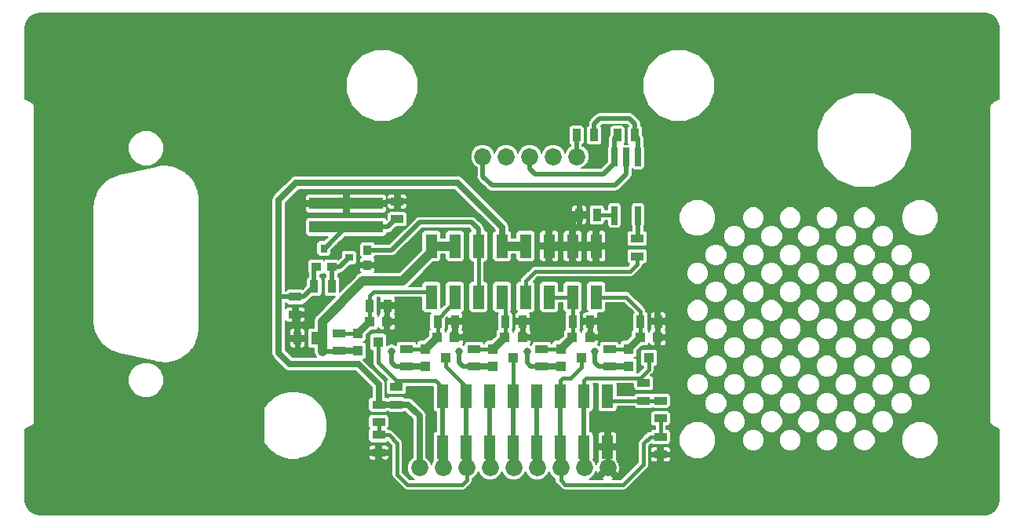
<source format=gbl>
G04 #@! TF.GenerationSoftware,KiCad,Pcbnew,5.0.2-bee76a0~70~ubuntu16.04.1*
G04 #@! TF.CreationDate,2019-12-01T15:08:28-08:00*
G04 #@! TF.ProjectId,endcap,656e6463-6170-42e6-9b69-6361645f7063,2.0*
G04 #@! TF.SameCoordinates,PX2faf080PY2faf080*
G04 #@! TF.FileFunction,Copper,L2,Bot*
G04 #@! TF.FilePolarity,Positive*
%FSLAX46Y46*%
G04 Gerber Fmt 4.6, Leading zero omitted, Abs format (unit mm)*
G04 Created by KiCad (PCBNEW 5.0.2-bee76a0~70~ubuntu16.04.1) date Sun 01 Dec 2019 03:08:28 PM PST*
%MOMM*%
%LPD*%
G01*
G04 APERTURE LIST*
G04 #@! TA.AperFunction,SMDPad,CuDef*
%ADD10R,0.889000X1.397000*%
G04 #@! TD*
G04 #@! TA.AperFunction,ComponentPad*
%ADD11C,1.850000*%
G04 #@! TD*
G04 #@! TA.AperFunction,SMDPad,CuDef*
%ADD12R,1.300000X2.600000*%
G04 #@! TD*
G04 #@! TA.AperFunction,ComponentPad*
%ADD13C,4.900000*%
G04 #@! TD*
G04 #@! TA.AperFunction,SMDPad,CuDef*
%ADD14C,0.800000*%
G04 #@! TD*
G04 #@! TA.AperFunction,Conductor*
%ADD15C,0.100000*%
G04 #@! TD*
G04 #@! TA.AperFunction,SMDPad,CuDef*
%ADD16R,1.100000X1.100000*%
G04 #@! TD*
G04 #@! TA.AperFunction,SMDPad,CuDef*
%ADD17R,1.397000X0.889000*%
G04 #@! TD*
G04 #@! TA.AperFunction,SMDPad,CuDef*
%ADD18R,0.640000X2.000000*%
G04 #@! TD*
G04 #@! TA.AperFunction,SMDPad,CuDef*
%ADD19R,8.000000X1.300000*%
G04 #@! TD*
G04 #@! TA.AperFunction,SMDPad,CuDef*
%ADD20R,0.900000X1.050000*%
G04 #@! TD*
G04 #@! TA.AperFunction,SMDPad,CuDef*
%ADD21R,0.900000X0.800000*%
G04 #@! TD*
G04 #@! TA.AperFunction,SMDPad,CuDef*
%ADD22R,1.050000X0.900000*%
G04 #@! TD*
G04 #@! TA.AperFunction,SMDPad,CuDef*
%ADD23R,0.800000X0.900000*%
G04 #@! TD*
G04 #@! TA.AperFunction,ViaPad*
%ADD24C,0.800000*%
G04 #@! TD*
G04 #@! TA.AperFunction,Conductor*
%ADD25C,0.400000*%
G04 #@! TD*
G04 #@! TA.AperFunction,Conductor*
%ADD26C,0.700000*%
G04 #@! TD*
G04 #@! TA.AperFunction,Conductor*
%ADD27C,0.500000*%
G04 #@! TD*
G04 #@! TA.AperFunction,Conductor*
%ADD28C,1.000000*%
G04 #@! TD*
G04 #@! TA.AperFunction,Conductor*
%ADD29C,0.250000*%
G04 #@! TD*
G04 #@! TA.AperFunction,Conductor*
%ADD30C,0.200000*%
G04 #@! TD*
G04 APERTURE END LIST*
D10*
G04 #@! TO.P,FB1,1*
G04 #@! TO.N,Net-(FB1-Pad1)*
X59947500Y-13600000D03*
G04 #@! TO.P,FB1,2*
G04 #@! TO.N,Net-(C1-Pad1)*
X61852500Y-13600000D03*
G04 #@! TD*
D11*
G04 #@! TO.P,ACC1,1*
G04 #@! TO.N,VSUP*
X43000000Y-49500000D03*
G04 #@! TO.P,ACC1,2*
G04 #@! TO.N,Net-(ACC1-Pad2)*
X45540000Y-49500000D03*
G04 #@! TO.P,ACC1,3*
G04 #@! TO.N,Net-(ACC1-Pad3)*
X48080000Y-49500000D03*
G04 #@! TO.P,ACC1,4*
G04 #@! TO.N,Net-(ACC1-Pad4)*
X50620000Y-49500000D03*
G04 #@! TO.P,ACC1,5*
G04 #@! TO.N,Net-(ACC1-Pad5)*
X53160000Y-49500000D03*
G04 #@! TO.P,ACC1,6*
G04 #@! TO.N,Net-(ACC1-Pad6)*
X55700000Y-49500000D03*
G04 #@! TO.P,ACC1,7*
G04 #@! TO.N,Net-(ACC1-Pad7)*
X58240000Y-49500000D03*
G04 #@! TO.P,ACC1,8*
G04 #@! TO.N,Net-(ACC1-Pad8)*
X60780000Y-49500000D03*
G04 #@! TO.P,ACC1,9*
G04 #@! TO.N,GNDS*
X63320000Y-49500000D03*
G04 #@! TD*
D12*
G04 #@! TO.P,J2,16*
G04 #@! TO.N,Net-(J2-Pad16)*
X62080000Y-31050000D03*
G04 #@! TO.P,J2,15*
G04 #@! TO.N,GNDS*
X62080000Y-25550000D03*
G04 #@! TO.P,J2,14*
G04 #@! TO.N,Net-(J2-Pad12)*
X59540000Y-31050000D03*
G04 #@! TO.P,J2,13*
G04 #@! TO.N,GNDS*
X59540000Y-25550000D03*
G04 #@! TO.P,J2,12*
G04 #@! TO.N,Net-(J2-Pad12)*
X57000000Y-31050000D03*
G04 #@! TO.P,J2,11*
G04 #@! TO.N,GNDS*
X57000000Y-25550000D03*
G04 #@! TO.P,J2,10*
G04 #@! TO.N,ISOIN*
X54460000Y-31050000D03*
G04 #@! TO.P,J2,9*
G04 #@! TO.N,VSUP*
X54460000Y-25550000D03*
G04 #@! TO.P,J2,8*
G04 #@! TO.N,Net-(J2-Pad8)*
X51920000Y-31050000D03*
G04 #@! TO.P,J2,7*
G04 #@! TO.N,VSUP*
X51920000Y-25550000D03*
G04 #@! TO.P,J2,6*
G04 #@! TO.N,Net-(J2-Pad5)*
X49380000Y-31050000D03*
G04 #@! TO.P,J2,5*
X49380000Y-25550000D03*
G04 #@! TO.P,J2,4*
G04 #@! TO.N,Net-(J2-Pad4)*
X46840000Y-31050000D03*
G04 #@! TO.P,J2,3*
G04 #@! TO.N,Vlvds*
X46840000Y-25550000D03*
G04 #@! TO.P,J2,2*
G04 #@! TO.N,Net-(J2-Pad2)*
X44300000Y-31050000D03*
G04 #@! TO.P,J2,1*
G04 #@! TO.N,Vlvds*
X44300000Y-25550000D03*
G04 #@! TD*
G04 #@! TO.P,J3,16*
G04 #@! TO.N,GNDS*
X63280000Y-47250000D03*
G04 #@! TO.P,J3,15*
G04 #@! TO.N,Net-(J3-Pad15)*
X63280000Y-41750000D03*
G04 #@! TO.P,J3,14*
G04 #@! TO.N,Net-(ACC1-Pad8)*
X60740000Y-47250000D03*
G04 #@! TO.P,J3,13*
X60740000Y-41750000D03*
G04 #@! TO.P,J3,12*
G04 #@! TO.N,Net-(ACC1-Pad7)*
X58200000Y-47250000D03*
G04 #@! TO.P,J3,11*
X58200000Y-41750000D03*
G04 #@! TO.P,J3,10*
G04 #@! TO.N,Net-(ACC1-Pad6)*
X55660000Y-47250000D03*
G04 #@! TO.P,J3,9*
X55660000Y-41750000D03*
G04 #@! TO.P,J3,8*
G04 #@! TO.N,Net-(ACC1-Pad5)*
X53120000Y-47250000D03*
G04 #@! TO.P,J3,7*
X53120000Y-41750000D03*
G04 #@! TO.P,J3,6*
G04 #@! TO.N,Net-(ACC1-Pad4)*
X50580000Y-47250000D03*
G04 #@! TO.P,J3,5*
X50580000Y-41750000D03*
G04 #@! TO.P,J3,4*
G04 #@! TO.N,Net-(ACC1-Pad3)*
X48040000Y-47250000D03*
G04 #@! TO.P,J3,3*
X48040000Y-41750000D03*
G04 #@! TO.P,J3,2*
G04 #@! TO.N,Net-(ACC1-Pad2)*
X45500000Y-47250000D03*
G04 #@! TO.P,J3,1*
X45500000Y-41750000D03*
G04 #@! TD*
D13*
G04 #@! TO.P,MH1,1*
G04 #@! TO.N,GNDS*
X4875000Y-3750000D03*
G04 #@! TD*
G04 #@! TO.P,MH2,1*
G04 #@! TO.N,GNDS*
X101125000Y-3750000D03*
G04 #@! TD*
G04 #@! TO.P,MH3,1*
G04 #@! TO.N,GNDS*
X101125000Y-51250000D03*
G04 #@! TD*
G04 #@! TO.P,MH4,1*
G04 #@! TO.N,GNDS*
X4875000Y-51250000D03*
G04 #@! TD*
D14*
G04 #@! TO.P,Q3,1*
G04 #@! TO.N,Net-(J2-Pad2)*
X37000000Y-34300000D03*
D15*
G04 #@! TD*
G04 #@! TO.N,Net-(J2-Pad2)*
G04 #@! TO.C,Q3*
G36*
X37424264Y-33310051D02*
X37989949Y-33875736D01*
X36575736Y-35289949D01*
X36010051Y-34724264D01*
X37424264Y-33310051D01*
X37424264Y-33310051D01*
G37*
D16*
G04 #@! TO.P,Q3,4*
G04 #@! TO.N,Vlvds*
X36350000Y-36850000D03*
G04 #@! TO.P,Q3,1*
G04 #@! TO.N,Net-(J2-Pad2)*
X36350000Y-34950000D03*
G04 #@! TO.P,Q3,3*
G04 #@! TO.N,Net-(ACC1-Pad2)*
X38550000Y-35900000D03*
G04 #@! TO.P,Q3,1*
G04 #@! TO.N,Net-(J2-Pad2)*
X37600000Y-33700000D03*
G04 #@! TO.P,Q3,2*
G04 #@! TO.N,GNDS*
X39500000Y-33700000D03*
G04 #@! TD*
G04 #@! TO.P,Q4,2*
G04 #@! TO.N,GNDS*
X46800000Y-35400000D03*
G04 #@! TO.P,Q4,1*
G04 #@! TO.N,Net-(J2-Pad4)*
X44900000Y-35400000D03*
G04 #@! TO.P,Q4,3*
G04 #@! TO.N,Net-(ACC1-Pad3)*
X45850000Y-37600000D03*
G04 #@! TO.P,Q4,1*
G04 #@! TO.N,Net-(J2-Pad4)*
X43650000Y-36650000D03*
G04 #@! TO.P,Q4,4*
G04 #@! TO.N,Vlvds*
X43650000Y-38550000D03*
D14*
G04 #@! TO.P,Q4,1*
G04 #@! TO.N,Net-(J2-Pad4)*
X44300000Y-36000000D03*
D15*
G04 #@! TD*
G04 #@! TO.N,Net-(J2-Pad4)*
G04 #@! TO.C,Q4*
G36*
X44724264Y-35010051D02*
X45289949Y-35575736D01*
X43875736Y-36989949D01*
X43310051Y-36424264D01*
X44724264Y-35010051D01*
X44724264Y-35010051D01*
G37*
D16*
G04 #@! TO.P,Q5,2*
G04 #@! TO.N,GNDS*
X54100000Y-35400000D03*
G04 #@! TO.P,Q5,1*
G04 #@! TO.N,Net-(J2-Pad8)*
X52200000Y-35400000D03*
G04 #@! TO.P,Q5,3*
G04 #@! TO.N,Net-(ACC1-Pad5)*
X53150000Y-37600000D03*
G04 #@! TO.P,Q5,1*
G04 #@! TO.N,Net-(J2-Pad8)*
X50950000Y-36650000D03*
G04 #@! TO.P,Q5,4*
G04 #@! TO.N,Vlvds*
X50950000Y-38550000D03*
D14*
G04 #@! TO.P,Q5,1*
G04 #@! TO.N,Net-(J2-Pad8)*
X51600000Y-36000000D03*
D15*
G04 #@! TD*
G04 #@! TO.N,Net-(J2-Pad8)*
G04 #@! TO.C,Q5*
G36*
X52024264Y-35010051D02*
X52589949Y-35575736D01*
X51175736Y-36989949D01*
X50610051Y-36424264D01*
X52024264Y-35010051D01*
X52024264Y-35010051D01*
G37*
D14*
G04 #@! TO.P,Q6,1*
G04 #@! TO.N,Net-(J2-Pad12)*
X58900000Y-36000000D03*
D15*
G04 #@! TD*
G04 #@! TO.N,Net-(J2-Pad12)*
G04 #@! TO.C,Q6*
G36*
X59324264Y-35010051D02*
X59889949Y-35575736D01*
X58475736Y-36989949D01*
X57910051Y-36424264D01*
X59324264Y-35010051D01*
X59324264Y-35010051D01*
G37*
D16*
G04 #@! TO.P,Q6,4*
G04 #@! TO.N,Vlvds*
X58250000Y-38550000D03*
G04 #@! TO.P,Q6,1*
G04 #@! TO.N,Net-(J2-Pad12)*
X58250000Y-36650000D03*
G04 #@! TO.P,Q6,3*
G04 #@! TO.N,Net-(ACC1-Pad7)*
X60450000Y-37600000D03*
G04 #@! TO.P,Q6,1*
G04 #@! TO.N,Net-(J2-Pad12)*
X59500000Y-35400000D03*
G04 #@! TO.P,Q6,2*
G04 #@! TO.N,GNDS*
X61400000Y-35400000D03*
G04 #@! TD*
G04 #@! TO.P,Q7,2*
G04 #@! TO.N,GNDS*
X68700000Y-35400000D03*
G04 #@! TO.P,Q7,1*
G04 #@! TO.N,Net-(J2-Pad16)*
X66800000Y-35400000D03*
G04 #@! TO.P,Q7,3*
G04 #@! TO.N,Net-(ACC1-Pad8)*
X67750000Y-37600000D03*
G04 #@! TO.P,Q7,1*
G04 #@! TO.N,Net-(J2-Pad16)*
X65550000Y-36650000D03*
G04 #@! TO.P,Q7,4*
G04 #@! TO.N,Vlvds*
X65550000Y-38550000D03*
D14*
G04 #@! TO.P,Q7,1*
G04 #@! TO.N,Net-(J2-Pad16)*
X66200000Y-36000000D03*
D15*
G04 #@! TD*
G04 #@! TO.N,Net-(J2-Pad16)*
G04 #@! TO.C,Q7*
G36*
X66624264Y-35010051D02*
X67189949Y-35575736D01*
X65775736Y-36989949D01*
X65210051Y-36424264D01*
X66624264Y-35010051D01*
X66624264Y-35010051D01*
G37*
D17*
G04 #@! TO.P,R2,1*
G04 #@! TO.N,Vlvds*
X34300000Y-36852500D03*
G04 #@! TO.P,R2,2*
G04 #@! TO.N,Net-(J2-Pad2)*
X34300000Y-34947500D03*
G04 #@! TD*
D10*
G04 #@! TO.P,R3,2*
G04 #@! TO.N,GNDS*
X39552500Y-32000000D03*
G04 #@! TO.P,R3,1*
G04 #@! TO.N,Net-(J2-Pad2)*
X37647500Y-32000000D03*
G04 #@! TD*
D17*
G04 #@! TO.P,R4,1*
G04 #@! TO.N,Vlvds*
X41600000Y-38552500D03*
G04 #@! TO.P,R4,2*
G04 #@! TO.N,Net-(J2-Pad4)*
X41600000Y-36647500D03*
G04 #@! TD*
D10*
G04 #@! TO.P,R5,2*
G04 #@! TO.N,GNDS*
X46852500Y-33700000D03*
G04 #@! TO.P,R5,1*
G04 #@! TO.N,Net-(J2-Pad4)*
X44947500Y-33700000D03*
G04 #@! TD*
D17*
G04 #@! TO.P,R6,1*
G04 #@! TO.N,Vlvds*
X48900000Y-38552500D03*
G04 #@! TO.P,R6,2*
G04 #@! TO.N,Net-(J2-Pad8)*
X48900000Y-36647500D03*
G04 #@! TD*
D10*
G04 #@! TO.P,R7,2*
G04 #@! TO.N,GNDS*
X54152500Y-33700000D03*
G04 #@! TO.P,R7,1*
G04 #@! TO.N,Net-(J2-Pad8)*
X52247500Y-33700000D03*
G04 #@! TD*
D17*
G04 #@! TO.P,R8,1*
G04 #@! TO.N,Vlvds*
X56200000Y-38552500D03*
G04 #@! TO.P,R8,2*
G04 #@! TO.N,Net-(J2-Pad12)*
X56200000Y-36647500D03*
G04 #@! TD*
D10*
G04 #@! TO.P,R9,2*
G04 #@! TO.N,GNDS*
X61452500Y-33700000D03*
G04 #@! TO.P,R9,1*
G04 #@! TO.N,Net-(J2-Pad12)*
X59547500Y-33700000D03*
G04 #@! TD*
D17*
G04 #@! TO.P,R10,1*
G04 #@! TO.N,Vlvds*
X63500000Y-38552500D03*
G04 #@! TO.P,R10,2*
G04 #@! TO.N,Net-(J2-Pad16)*
X63500000Y-36647500D03*
G04 #@! TD*
D10*
G04 #@! TO.P,R11,2*
G04 #@! TO.N,GNDS*
X68752500Y-33700000D03*
G04 #@! TO.P,R11,1*
G04 #@! TO.N,Net-(J2-Pad16)*
X66847500Y-33700000D03*
G04 #@! TD*
G04 #@! TO.P,C1,1*
G04 #@! TO.N,Net-(C1-Pad1)*
X66252500Y-13600000D03*
G04 #@! TO.P,C1,2*
G04 #@! TO.N,Net-(C1-Pad2)*
X64347500Y-13600000D03*
G04 #@! TD*
G04 #@! TO.P,C3,1*
G04 #@! TO.N,Vlvds*
X31752500Y-35500000D03*
G04 #@! TO.P,C3,2*
G04 #@! TO.N,GNDS*
X29847500Y-35500000D03*
G04 #@! TD*
D17*
G04 #@! TO.P,R12,1*
G04 #@! TO.N,Net-(R12-Pad1)*
X66500000Y-24747500D03*
G04 #@! TO.P,R12,2*
G04 #@! TO.N,ISOIN*
X66500000Y-26652500D03*
G04 #@! TD*
D10*
G04 #@! TO.P,R13,2*
G04 #@! TO.N,GNDS*
X60247500Y-22200000D03*
G04 #@! TO.P,R13,1*
G04 #@! TO.N,Net-(R13-Pad1)*
X62152500Y-22200000D03*
G04 #@! TD*
D18*
G04 #@! TO.P,U1,1*
G04 #@! TO.N,Net-(R12-Pad1)*
X66570000Y-22250000D03*
G04 #@! TO.P,U1,3*
G04 #@! TO.N,Net-(R13-Pad1)*
X64030000Y-22250000D03*
G04 #@! TO.P,U1,4*
G04 #@! TO.N,Net-(C1-Pad2)*
X64030000Y-15950000D03*
G04 #@! TO.P,U1,5*
G04 #@! TO.N,Net-(ISO1-Pad5)*
X65300000Y-15950000D03*
G04 #@! TO.P,U1,6*
G04 #@! TO.N,Net-(C1-Pad1)*
X66570000Y-15950000D03*
G04 #@! TD*
D11*
G04 #@! TO.P,ISO1,1*
G04 #@! TO.N,Net-(FB1-Pad1)*
X60000000Y-15900000D03*
G04 #@! TO.P,ISO1,2*
G04 #@! TO.N,Net-(ISO1-Pad2)*
X57460000Y-15900000D03*
G04 #@! TO.P,ISO1,3*
G04 #@! TO.N,Net-(C1-Pad2)*
X54920000Y-15900000D03*
G04 #@! TO.P,ISO1,4*
G04 #@! TO.N,Net-(ISO1-Pad4)*
X52380000Y-15900000D03*
G04 #@! TO.P,ISO1,5*
G04 #@! TO.N,Net-(ISO1-Pad5)*
X49840000Y-15900000D03*
G04 #@! TD*
D17*
G04 #@! TO.P,C2,1*
G04 #@! TO.N,GNDS*
X29600000Y-32952500D03*
G04 #@! TO.P,C2,2*
G04 #@! TO.N,VSUP*
X29600000Y-31047500D03*
G04 #@! TD*
D19*
G04 #@! TO.P,J4,1*
G04 #@! TO.N,Net-(C4-Pad2)*
X35100000Y-23500000D03*
G04 #@! TO.P,J4,2*
G04 #@! TO.N,GNDS*
X35100000Y-20960000D03*
G04 #@! TD*
D20*
G04 #@! TO.P,Q1,1*
G04 #@! TO.N,Net-(J2-Pad5)*
X37400000Y-25975000D03*
D21*
G04 #@! TO.P,Q1,3*
G04 #@! TO.N,Net-(Q1-Pad3)*
X35400000Y-26800000D03*
D20*
G04 #@! TO.P,Q1,2*
G04 #@! TO.N,GNDS*
X37400000Y-27625000D03*
G04 #@! TD*
D22*
G04 #@! TO.P,Q2,2*
G04 #@! TO.N,VSUP*
X31875000Y-27800000D03*
D23*
G04 #@! TO.P,Q2,3*
G04 #@! TO.N,Net-(C4-Pad2)*
X32700000Y-25800000D03*
D22*
G04 #@! TO.P,Q2,1*
G04 #@! TO.N,Net-(Q1-Pad3)*
X33525000Y-27800000D03*
G04 #@! TD*
D10*
G04 #@! TO.P,R1,2*
G04 #@! TO.N,Net-(Q1-Pad3)*
X33552500Y-29900000D03*
G04 #@! TO.P,R1,1*
G04 #@! TO.N,VSUP*
X31647500Y-29900000D03*
G04 #@! TD*
D17*
G04 #@! TO.P,C4,1*
G04 #@! TO.N,GNDS*
X40600000Y-20747500D03*
G04 #@! TO.P,C4,2*
G04 #@! TO.N,Net-(C4-Pad2)*
X40600000Y-22652500D03*
G04 #@! TD*
G04 #@! TO.P,D1,1*
G04 #@! TO.N,Net-(ACC1-Pad7)*
X69000000Y-46147500D03*
G04 #@! TO.P,D1,2*
G04 #@! TO.N,GNDS*
X69000000Y-48052500D03*
G04 #@! TD*
G04 #@! TO.P,D2,2*
G04 #@! TO.N,GNDS*
X38600000Y-47852500D03*
G04 #@! TO.P,D2,1*
G04 #@! TO.N,Net-(ACC1-Pad3)*
X38600000Y-45947500D03*
G04 #@! TD*
G04 #@! TO.P,R14,1*
G04 #@! TO.N,Net-(ACC1-Pad8)*
X67200000Y-40347500D03*
G04 #@! TO.P,R14,2*
G04 #@! TO.N,Net-(J3-Pad15)*
X67200000Y-42252500D03*
G04 #@! TD*
G04 #@! TO.P,R15,2*
G04 #@! TO.N,Net-(J3-Pad15)*
X69000000Y-42247500D03*
G04 #@! TO.P,R15,1*
G04 #@! TO.N,Net-(ACC1-Pad7)*
X69000000Y-44152500D03*
G04 #@! TD*
G04 #@! TO.P,R16,2*
G04 #@! TO.N,Net-(ACC1-Pad3)*
X38600000Y-44552500D03*
G04 #@! TO.P,R16,1*
G04 #@! TO.N,VSUP*
X38600000Y-42647500D03*
G04 #@! TD*
G04 #@! TO.P,R17,1*
G04 #@! TO.N,VSUP*
X40500000Y-42652500D03*
G04 #@! TO.P,R17,2*
G04 #@! TO.N,Net-(ACC1-Pad2)*
X40500000Y-40747500D03*
G04 #@! TD*
D24*
G04 #@! TO.N,GNDS*
X40600000Y-32000000D03*
X47900000Y-33700000D03*
X55200000Y-33700000D03*
X62500000Y-33700000D03*
X68700000Y-32300000D03*
X29800000Y-34200000D03*
X38600000Y-27400000D03*
X63800000Y-25500000D03*
X56800000Y-23400000D03*
X59100000Y-22700000D03*
X41900000Y-20700000D03*
X30300000Y-20900000D03*
X69000000Y-49000000D03*
X39000000Y-48900000D03*
G04 #@! TO.N,Vlvds*
X47300000Y-36900000D03*
X54600000Y-36900000D03*
X61900000Y-36900000D03*
X40000000Y-36900000D03*
X32500000Y-36900000D03*
G04 #@! TD*
D25*
G04 #@! TO.N,GNDS*
X54152500Y-35347500D02*
X54100000Y-35400000D01*
X54152500Y-33700000D02*
X54152500Y-35347500D01*
X68752500Y-35347500D02*
X68700000Y-35400000D01*
X68752500Y-33700000D02*
X68752500Y-35347500D01*
X61452500Y-35347500D02*
X61400000Y-35400000D01*
X61452500Y-33700000D02*
X61452500Y-35347500D01*
X46852500Y-35347500D02*
X46800000Y-35400000D01*
X46852500Y-33700000D02*
X46852500Y-35347500D01*
X39552500Y-33647500D02*
X39500000Y-33700000D01*
X39552500Y-32000000D02*
X39552500Y-33647500D01*
D26*
X39552500Y-32000000D02*
X40600000Y-32000000D01*
X46852500Y-33700000D02*
X47900000Y-33700000D01*
X54152500Y-33700000D02*
X55200000Y-33700000D01*
X61452500Y-33700000D02*
X62500000Y-33700000D01*
D25*
X63320000Y-47290000D02*
X63280000Y-47250000D01*
X63320000Y-49500000D02*
X63320000Y-47290000D01*
D26*
X68700000Y-33647500D02*
X68752500Y-33700000D01*
X68700000Y-32300000D02*
X68700000Y-33647500D01*
X29847500Y-34247500D02*
X29800000Y-34200000D01*
X29847500Y-35500000D02*
X29847500Y-34247500D01*
X29800000Y-33152500D02*
X29600000Y-32952500D01*
X29800000Y-34200000D02*
X29800000Y-33152500D01*
D27*
X38375000Y-27625000D02*
X38600000Y-27400000D01*
X37400000Y-27625000D02*
X38375000Y-27625000D01*
D28*
X57000000Y-25550000D02*
X59540000Y-25550000D01*
X59540000Y-25550000D02*
X62080000Y-25550000D01*
D26*
X63750000Y-25550000D02*
X63800000Y-25500000D01*
X62080000Y-25550000D02*
X63750000Y-25550000D01*
X57000000Y-23600000D02*
X56800000Y-23400000D01*
X57000000Y-25550000D02*
X57000000Y-23600000D01*
X59540000Y-22907500D02*
X60247500Y-22200000D01*
X59540000Y-25550000D02*
X59540000Y-22907500D01*
X59307500Y-22907500D02*
X59100000Y-22700000D01*
X59540000Y-22907500D02*
X59307500Y-22907500D01*
D27*
X39189000Y-20960000D02*
X35100000Y-20960000D01*
X39401500Y-20747500D02*
X39189000Y-20960000D01*
X40600000Y-20747500D02*
X39401500Y-20747500D01*
X41852500Y-20747500D02*
X41900000Y-20700000D01*
X40600000Y-20747500D02*
X41852500Y-20747500D01*
X30360000Y-20960000D02*
X30300000Y-20900000D01*
X35100000Y-20960000D02*
X30360000Y-20960000D01*
D26*
X69000000Y-48052500D02*
X69000000Y-49000000D01*
X38600000Y-48500000D02*
X39000000Y-48900000D01*
X38600000Y-47852500D02*
X38600000Y-48500000D01*
G04 #@! TO.N,Vlvds*
X63502500Y-38550000D02*
X63500000Y-38552500D01*
X65550000Y-38550000D02*
X63502500Y-38550000D01*
X56202500Y-38550000D02*
X56200000Y-38552500D01*
X58250000Y-38550000D02*
X56202500Y-38550000D01*
X48902500Y-38550000D02*
X48900000Y-38552500D01*
X50950000Y-38550000D02*
X48902500Y-38550000D01*
X41602500Y-38550000D02*
X41600000Y-38552500D01*
X43650000Y-38550000D02*
X41602500Y-38550000D01*
X34302500Y-36850000D02*
X34300000Y-36852500D01*
X36350000Y-36850000D02*
X34302500Y-36850000D01*
D28*
X46840000Y-25550000D02*
X44300000Y-25550000D01*
X44300000Y-26200000D02*
X44300000Y-25550000D01*
X41200000Y-29300000D02*
X44300000Y-26200000D01*
X38000000Y-29300000D02*
X41200000Y-29300000D01*
X38000000Y-29300000D02*
X36852500Y-29300000D01*
D27*
X47701500Y-38552500D02*
X47300000Y-38151000D01*
X48900000Y-38552500D02*
X47701500Y-38552500D01*
X47300000Y-38151000D02*
X47300000Y-36800000D01*
X55001500Y-38552500D02*
X54600000Y-38151000D01*
X56200000Y-38552500D02*
X55001500Y-38552500D01*
X54600000Y-38151000D02*
X54600000Y-36900000D01*
X62301500Y-38552500D02*
X61900000Y-38151000D01*
X63500000Y-38552500D02*
X62301500Y-38552500D01*
X61900000Y-38151000D02*
X61900000Y-36900000D01*
X40401500Y-38552500D02*
X40000000Y-38151000D01*
X41600000Y-38552500D02*
X40401500Y-38552500D01*
X40000000Y-38151000D02*
X40000000Y-36900000D01*
D28*
X36852500Y-29300000D02*
X36852500Y-29347500D01*
X36852500Y-29347500D02*
X32500000Y-33700000D01*
X32500000Y-33700000D02*
X32500000Y-36900000D01*
D27*
X34252500Y-36900000D02*
X34300000Y-36852500D01*
X32500000Y-36900000D02*
X34252500Y-36900000D01*
D26*
X35897000Y-30100000D02*
X36497000Y-29500000D01*
D29*
X32447000Y-35500000D02*
X32500000Y-35553000D01*
X31752500Y-35500000D02*
X32447000Y-35500000D01*
G04 #@! TO.N,Net-(J2-Pad2)*
X36347500Y-34947500D02*
X36350000Y-34950000D01*
X34300000Y-34947500D02*
X36347500Y-34947500D01*
D25*
X36352500Y-34947500D02*
X37000000Y-34300000D01*
X34300000Y-34947500D02*
X36352500Y-34947500D01*
X37647500Y-33652500D02*
X37600000Y-33700000D01*
X37647500Y-32000000D02*
X37647500Y-33652500D01*
X38049000Y-30500000D02*
X43750000Y-30500000D01*
X37647500Y-30901500D02*
X38049000Y-30500000D01*
X43750000Y-30500000D02*
X44300000Y-31050000D01*
X37647500Y-32000000D02*
X37647500Y-30901500D01*
G04 #@! TO.N,Net-(J2-Pad4)*
X43652500Y-36647500D02*
X44300000Y-36000000D01*
X41600000Y-36647500D02*
X43652500Y-36647500D01*
X44947500Y-35352500D02*
X44900000Y-35400000D01*
X44947500Y-33700000D02*
X44947500Y-35352500D01*
X44947500Y-33446000D02*
X46093500Y-32300000D01*
X44947500Y-33700000D02*
X44947500Y-33446000D01*
X46840000Y-31050000D02*
X46840000Y-31560000D01*
X46840000Y-31560000D02*
X46100000Y-32300000D01*
G04 #@! TO.N,Net-(J2-Pad5)*
X49380000Y-31050000D02*
X49380000Y-25550000D01*
X49380000Y-25550000D02*
X49380000Y-24900000D01*
D27*
X40025000Y-25975000D02*
X37400000Y-25975000D01*
X49380000Y-25550000D02*
X49380000Y-23750000D01*
X43000000Y-23000000D02*
X40025000Y-25975000D01*
X49380000Y-23750000D02*
X48630000Y-23000000D01*
X48630000Y-23000000D02*
X43000000Y-23000000D01*
D29*
G04 #@! TO.N,Net-(J2-Pad8)*
X50947500Y-36647500D02*
X50950000Y-36650000D01*
X48900000Y-36647500D02*
X50947500Y-36647500D01*
D25*
X52247500Y-35352500D02*
X52200000Y-35400000D01*
X52247500Y-33700000D02*
X52247500Y-35352500D01*
X50952500Y-36647500D02*
X51600000Y-36000000D01*
X48900000Y-36647500D02*
X50952500Y-36647500D01*
X52247500Y-31377500D02*
X51920000Y-31050000D01*
X52247500Y-33700000D02*
X52247500Y-31377500D01*
D29*
G04 #@! TO.N,Net-(J2-Pad12)*
X58252500Y-36647500D02*
X58900000Y-36000000D01*
X56200000Y-36647500D02*
X58252500Y-36647500D01*
D25*
X58247500Y-36647500D02*
X58250000Y-36650000D01*
X56200000Y-36647500D02*
X58247500Y-36647500D01*
X59547500Y-35352500D02*
X59500000Y-35400000D01*
X59547500Y-33700000D02*
X59547500Y-35352500D01*
X59547500Y-31057500D02*
X59540000Y-31050000D01*
X59547500Y-33700000D02*
X59547500Y-31057500D01*
X59540000Y-31050000D02*
X57050000Y-31050000D01*
D29*
G04 #@! TO.N,Net-(J2-Pad16)*
X66847500Y-35352500D02*
X66200000Y-36000000D01*
X65547500Y-36647500D02*
X65550000Y-36650000D01*
X63500000Y-36647500D02*
X65547500Y-36647500D01*
D25*
X65552500Y-36647500D02*
X66200000Y-36000000D01*
X63500000Y-36647500D02*
X65552500Y-36647500D01*
X66847500Y-35352500D02*
X66800000Y-35400000D01*
X66847500Y-33700000D02*
X66847500Y-35352500D01*
X65296000Y-31050000D02*
X63130000Y-31050000D01*
X66847500Y-32601500D02*
X65296000Y-31050000D01*
X63130000Y-31050000D02*
X62080000Y-31050000D01*
X66847500Y-33700000D02*
X66847500Y-32601500D01*
D28*
G04 #@! TO.N,VSUP*
X54460000Y-25550000D02*
X51920000Y-25550000D01*
D26*
X51920000Y-23520000D02*
X51920000Y-25550000D01*
X47100000Y-18700000D02*
X51920000Y-23520000D01*
X27800000Y-20600000D02*
X29700000Y-18700000D01*
X29700000Y-18700000D02*
X47100000Y-18700000D01*
X29000000Y-38300000D02*
X27800000Y-37100000D01*
D27*
X27847500Y-31047500D02*
X29600000Y-31047500D01*
X27800000Y-31000000D02*
X27847500Y-31047500D01*
D26*
X27800000Y-37100000D02*
X27800000Y-31000000D01*
X27800000Y-31000000D02*
X27800000Y-20600000D01*
D27*
X30500000Y-31047500D02*
X31647500Y-29900000D01*
X29600000Y-31047500D02*
X30500000Y-31047500D01*
X31647500Y-28027500D02*
X31875000Y-27800000D01*
X31647500Y-29900000D02*
X31647500Y-28027500D01*
D26*
X40495000Y-42647500D02*
X40500000Y-42652500D01*
X38600000Y-42647500D02*
X40495000Y-42647500D01*
X41752500Y-42652500D02*
X40500000Y-42652500D01*
X43000000Y-43900000D02*
X41752500Y-42652500D01*
X43000000Y-49500000D02*
X43000000Y-43900000D01*
X38600000Y-42647500D02*
X38600000Y-40500000D01*
X38600000Y-40500000D02*
X36400000Y-38300000D01*
X29000000Y-38300000D02*
X36400000Y-38300000D01*
D25*
G04 #@! TO.N,ISOIN*
X54460000Y-31050000D02*
X54460000Y-29350000D01*
X54460000Y-29350000D02*
X55510000Y-28300000D01*
X55510000Y-28300000D02*
X64700000Y-28300000D01*
X66500000Y-27497000D02*
X65697000Y-28300000D01*
X66500000Y-26652500D02*
X66500000Y-27497000D01*
X65697000Y-28300000D02*
X64700000Y-28300000D01*
D27*
G04 #@! TO.N,Net-(R12-Pad1)*
X66570000Y-24677500D02*
X66500000Y-24747500D01*
X66570000Y-22250000D02*
X66570000Y-24677500D01*
D25*
G04 #@! TO.N,Net-(R13-Pad1)*
X63980000Y-22200000D02*
X64030000Y-22250000D01*
X62152500Y-22200000D02*
X63980000Y-22200000D01*
D28*
G04 #@! TO.N,Net-(ACC1-Pad2)*
X45540000Y-47290000D02*
X45500000Y-47250000D01*
X45540000Y-49500000D02*
X45540000Y-47290000D01*
D27*
X45500000Y-47250000D02*
X45500000Y-41750000D01*
D25*
X45500000Y-40900000D02*
X45500000Y-41750000D01*
X44700000Y-40100000D02*
X45500000Y-40900000D01*
X38550000Y-35900000D02*
X38550000Y-37950000D01*
X38550000Y-37950000D02*
X38550000Y-38150000D01*
X38550000Y-38150000D02*
X40500000Y-40100000D01*
X44700000Y-40100000D02*
X40500000Y-40100000D01*
X40500000Y-40747500D02*
X40500000Y-40100000D01*
D28*
G04 #@! TO.N,Net-(ACC1-Pad3)*
X48080000Y-47290000D02*
X48040000Y-47250000D01*
X48080000Y-49500000D02*
X48080000Y-47290000D01*
D27*
X48040000Y-45450000D02*
X48040000Y-41750000D01*
X48040000Y-47250000D02*
X48040000Y-45450000D01*
D25*
X45850000Y-38550000D02*
X48040000Y-40740000D01*
X48040000Y-40740000D02*
X48040000Y-41750000D01*
X45850000Y-37600000D02*
X45850000Y-38550000D01*
X38600000Y-45947500D02*
X38600000Y-44552500D01*
X48080000Y-49500000D02*
X48080000Y-50820000D01*
X48080000Y-50820000D02*
X47600000Y-51300000D01*
X47600000Y-51300000D02*
X41800000Y-51300000D01*
X39698500Y-45947500D02*
X40600000Y-46849000D01*
X38600000Y-45947500D02*
X39698500Y-45947500D01*
X40600000Y-46849000D02*
X40600000Y-48900000D01*
X40600000Y-48900000D02*
X40600000Y-50200000D01*
X40600000Y-50200000D02*
X41700000Y-51300000D01*
D28*
G04 #@! TO.N,Net-(ACC1-Pad4)*
X50620000Y-47290000D02*
X50580000Y-47250000D01*
X50620000Y-49500000D02*
X50620000Y-47290000D01*
D27*
X50580000Y-45450000D02*
X50580000Y-41750000D01*
X50580000Y-47250000D02*
X50580000Y-45450000D01*
D28*
G04 #@! TO.N,Net-(ACC1-Pad5)*
X53160000Y-47290000D02*
X53120000Y-47250000D01*
X53160000Y-49500000D02*
X53160000Y-47290000D01*
D27*
X53120000Y-47250000D02*
X53120000Y-41750000D01*
D25*
X53120000Y-37630000D02*
X53150000Y-37600000D01*
X53120000Y-41750000D02*
X53120000Y-37630000D01*
D28*
G04 #@! TO.N,Net-(ACC1-Pad6)*
X55700000Y-47290000D02*
X55660000Y-47250000D01*
X55700000Y-49500000D02*
X55700000Y-47290000D01*
D27*
X55660000Y-47250000D02*
X55660000Y-41750000D01*
D28*
G04 #@! TO.N,Net-(ACC1-Pad7)*
X58240000Y-47290000D02*
X58200000Y-47250000D01*
X58240000Y-49500000D02*
X58240000Y-47290000D01*
D27*
X58200000Y-47250000D02*
X58200000Y-41750000D01*
D25*
X60450000Y-38650000D02*
X60450000Y-37600000D01*
X58200000Y-41750000D02*
X58200000Y-40050000D01*
X58450000Y-39800000D02*
X59300000Y-39800000D01*
X58200000Y-40050000D02*
X58450000Y-39800000D01*
X59300000Y-39800000D02*
X60450000Y-38650000D01*
X69000000Y-44152500D02*
X69000000Y-46147500D01*
X67901500Y-46147500D02*
X69000000Y-46147500D01*
X67200000Y-46849000D02*
X67901500Y-46147500D01*
X67200000Y-49100000D02*
X67200000Y-46849000D01*
X58240000Y-49500000D02*
X58240000Y-50808147D01*
X65000000Y-51300000D02*
X67200000Y-49100000D01*
X58240000Y-50808147D02*
X58731853Y-51300000D01*
X58731853Y-51300000D02*
X65000000Y-51300000D01*
D28*
G04 #@! TO.N,Net-(ACC1-Pad8)*
X60780000Y-47290000D02*
X60740000Y-47250000D01*
X60780000Y-49500000D02*
X60780000Y-47290000D01*
D27*
X60740000Y-45450000D02*
X60740000Y-41750000D01*
X60740000Y-47250000D02*
X60740000Y-45450000D01*
D25*
X67750000Y-38850000D02*
X67750000Y-37600000D01*
X60740000Y-41750000D02*
X60740000Y-40050000D01*
X60740000Y-40050000D02*
X60990000Y-39800000D01*
X66800000Y-39800000D02*
X67750000Y-38850000D01*
X60990000Y-39800000D02*
X66800000Y-39800000D01*
X66800000Y-39947500D02*
X67200000Y-40347500D01*
X66800000Y-39800000D02*
X66800000Y-39947500D01*
D27*
G04 #@! TO.N,Net-(C1-Pad1)*
X66570000Y-13917500D02*
X66252500Y-13600000D01*
X66570000Y-15950000D02*
X66570000Y-13917500D01*
X61852500Y-12401500D02*
X61852500Y-13600000D01*
X66252500Y-12401500D02*
X65651000Y-11800000D01*
X65651000Y-11800000D02*
X62454000Y-11800000D01*
X66252500Y-13600000D02*
X66252500Y-12401500D01*
X62454000Y-11800000D02*
X61852500Y-12401500D01*
G04 #@! TO.N,Net-(C1-Pad2)*
X64030000Y-16630000D02*
X64030000Y-15950000D01*
X54920000Y-15900000D02*
X54920000Y-17208147D01*
X54920000Y-17208147D02*
X55511853Y-17800000D01*
X55511853Y-17800000D02*
X62860000Y-17800000D01*
X62860000Y-17800000D02*
X64030000Y-16630000D01*
X64030000Y-13917500D02*
X64347500Y-13600000D01*
X64030000Y-15950000D02*
X64030000Y-13917500D01*
G04 #@! TO.N,Net-(FB1-Pad1)*
X59947500Y-15847500D02*
X60000000Y-15900000D01*
X59947500Y-13600000D02*
X59947500Y-15847500D01*
G04 #@! TO.N,Net-(ISO1-Pad5)*
X52940000Y-19000000D02*
X64100000Y-19000000D01*
X65300000Y-17800000D02*
X65300000Y-15950000D01*
X64100000Y-19000000D02*
X65300000Y-17800000D01*
X49840000Y-15900000D02*
X49840000Y-18040000D01*
X49840000Y-18040000D02*
X50800000Y-19000000D01*
X50800000Y-19000000D02*
X53100000Y-19000000D01*
G04 #@! TO.N,Net-(Q1-Pad3)*
X34400000Y-27800000D02*
X35400000Y-26800000D01*
X33525000Y-27800000D02*
X34400000Y-27800000D01*
X33552500Y-27827500D02*
X33525000Y-27800000D01*
X33552500Y-29900000D02*
X33552500Y-27827500D01*
G04 #@! TO.N,Net-(C4-Pad2)*
X32800000Y-25800000D02*
X35100000Y-23500000D01*
X32700000Y-25800000D02*
X32800000Y-25800000D01*
X39600000Y-23500000D02*
X40447500Y-22652500D01*
X40447500Y-22652500D02*
X40600000Y-22652500D01*
X35100000Y-23500000D02*
X39600000Y-23500000D01*
D25*
G04 #@! TO.N,Net-(J3-Pad15)*
X67205000Y-42247500D02*
X67200000Y-42252500D01*
X69000000Y-42247500D02*
X67205000Y-42247500D01*
X63782500Y-42252500D02*
X63280000Y-41750000D01*
X67200000Y-42252500D02*
X63782500Y-42252500D01*
G04 #@! TD*
D30*
G04 #@! TO.N,GNDS*
G36*
X104426658Y-540949D02*
X104819014Y-719342D01*
X105145532Y-1000688D01*
X105379961Y-1362368D01*
X105508162Y-1791043D01*
X105525000Y-2017627D01*
X105525001Y-9706433D01*
X104844694Y-10046588D01*
X104814665Y-10052561D01*
X104760903Y-10088483D01*
X104745734Y-10096068D01*
X104722095Y-10114414D01*
X104657545Y-10157545D01*
X104647876Y-10172015D01*
X104634131Y-10182683D01*
X104595690Y-10250118D01*
X104552561Y-10314666D01*
X104549166Y-10331734D01*
X104540549Y-10346850D01*
X104530842Y-10423853D01*
X104525000Y-10453222D01*
X104525000Y-10470196D01*
X104516915Y-10534332D01*
X104525000Y-10563856D01*
X104525001Y-44436141D01*
X104516915Y-44465668D01*
X104525001Y-44529812D01*
X104525001Y-44546779D01*
X104530841Y-44576136D01*
X104540549Y-44653150D01*
X104549167Y-44668269D01*
X104552562Y-44685335D01*
X104595687Y-44749876D01*
X104634131Y-44817317D01*
X104647878Y-44827986D01*
X104657546Y-44842455D01*
X104722089Y-44885581D01*
X104745734Y-44903932D01*
X104760907Y-44911519D01*
X104814666Y-44947439D01*
X104844694Y-44953412D01*
X105525000Y-45293566D01*
X105525001Y-52966151D01*
X105459052Y-53426656D01*
X105280658Y-53819015D01*
X104999312Y-54145532D01*
X104637631Y-54379962D01*
X104208957Y-54508162D01*
X103982374Y-54525000D01*
X2033842Y-54525000D01*
X1573344Y-54459052D01*
X1180985Y-54280658D01*
X854468Y-53999312D01*
X620038Y-53637631D01*
X491838Y-53208957D01*
X475000Y-52982374D01*
X475000Y-46694320D01*
X26200000Y-46694320D01*
X26226109Y-46825580D01*
X26273787Y-46896936D01*
X26292017Y-46925222D01*
X26295724Y-46929767D01*
X26325568Y-46974432D01*
X26332341Y-46978958D01*
X26785693Y-47528355D01*
X26819504Y-47561087D01*
X26852826Y-47594259D01*
X26857772Y-47598134D01*
X27432968Y-48042234D01*
X27473184Y-48066658D01*
X27513034Y-48091628D01*
X27518715Y-48094310D01*
X28178007Y-48399940D01*
X28222646Y-48414851D01*
X28267026Y-48430368D01*
X28273161Y-48431725D01*
X28983781Y-48583695D01*
X29030563Y-48588340D01*
X29077329Y-48593645D01*
X29083612Y-48593609D01*
X29810242Y-48584366D01*
X29856930Y-48578526D01*
X29903669Y-48573343D01*
X29909788Y-48571916D01*
X30616313Y-48401919D01*
X30660544Y-48385882D01*
X30704977Y-48370471D01*
X30710627Y-48367723D01*
X31100584Y-48174750D01*
X37501500Y-48174750D01*
X37501500Y-48376565D01*
X37562396Y-48523582D01*
X37674918Y-48636104D01*
X37821935Y-48697000D01*
X38200000Y-48697000D01*
X38300000Y-48597000D01*
X38300000Y-48074750D01*
X38900000Y-48074750D01*
X38900000Y-48597000D01*
X39000000Y-48697000D01*
X39378065Y-48697000D01*
X39525082Y-48636104D01*
X39637604Y-48523582D01*
X39698500Y-48376565D01*
X39698500Y-48174750D01*
X39598500Y-48074750D01*
X38900000Y-48074750D01*
X38300000Y-48074750D01*
X37601500Y-48074750D01*
X37501500Y-48174750D01*
X31100584Y-48174750D01*
X31361931Y-48045421D01*
X31401522Y-48019976D01*
X31441424Y-47995111D01*
X31446321Y-47991183D01*
X31446326Y-47991180D01*
X31446330Y-47991176D01*
X32010040Y-47532592D01*
X32043007Y-47499011D01*
X32076411Y-47465921D01*
X32080320Y-47461002D01*
X32184158Y-47328435D01*
X37501500Y-47328435D01*
X37501500Y-47530250D01*
X37601500Y-47630250D01*
X38300000Y-47630250D01*
X38300000Y-47108000D01*
X38900000Y-47108000D01*
X38900000Y-47630250D01*
X39598500Y-47630250D01*
X39698500Y-47530250D01*
X39698500Y-47328435D01*
X39637604Y-47181418D01*
X39525082Y-47068896D01*
X39378065Y-47008000D01*
X39000000Y-47008000D01*
X38900000Y-47108000D01*
X38300000Y-47108000D01*
X38200000Y-47008000D01*
X37821935Y-47008000D01*
X37674918Y-47068896D01*
X37562396Y-47181418D01*
X37501500Y-47328435D01*
X32184158Y-47328435D01*
X32528425Y-46888920D01*
X32553127Y-46848879D01*
X32578377Y-46809201D01*
X32581099Y-46803538D01*
X32891324Y-46146396D01*
X32906543Y-46101870D01*
X32922372Y-46057593D01*
X32923772Y-46051467D01*
X33080700Y-45341925D01*
X33085677Y-45295130D01*
X33091303Y-45248448D01*
X33091311Y-45242165D01*
X33087140Y-44515489D01*
X33081622Y-44468718D01*
X33076769Y-44421987D01*
X33075385Y-44415858D01*
X32910324Y-43708164D01*
X32894587Y-43663796D01*
X32879496Y-43619284D01*
X32876788Y-43613614D01*
X32559041Y-42960076D01*
X32533868Y-42920301D01*
X32509287Y-42880233D01*
X32505391Y-42875304D01*
X32050749Y-42308403D01*
X32017388Y-42275191D01*
X31984543Y-42241568D01*
X31979652Y-42237625D01*
X31410713Y-41785537D01*
X31370831Y-41760547D01*
X31331345Y-41735030D01*
X31325701Y-41732268D01*
X30670740Y-41417462D01*
X30626315Y-41401930D01*
X30582154Y-41385794D01*
X30576039Y-41384352D01*
X29867610Y-41222475D01*
X29820880Y-41217175D01*
X29774211Y-41211220D01*
X29767928Y-41211168D01*
X29041240Y-41210265D01*
X28994451Y-41215454D01*
X28947668Y-41219983D01*
X28941529Y-41221324D01*
X28232701Y-41381440D01*
X28188243Y-41396860D01*
X28143606Y-41411647D01*
X28137918Y-41414315D01*
X27482176Y-41727493D01*
X27442217Y-41752393D01*
X27401990Y-41776687D01*
X27397036Y-41780548D01*
X27397032Y-41780550D01*
X27397029Y-41780553D01*
X26826972Y-42231222D01*
X26793550Y-42264329D01*
X26759676Y-42296960D01*
X26755699Y-42301824D01*
X26342812Y-42814047D01*
X26325569Y-42825568D01*
X26226110Y-42974419D01*
X26200001Y-43105679D01*
X26200000Y-46694320D01*
X475000Y-46694320D01*
X475000Y-45293566D01*
X1155309Y-44953411D01*
X1185334Y-44947439D01*
X1239088Y-44911522D01*
X1254266Y-44903933D01*
X1277916Y-44885578D01*
X1342455Y-44842455D01*
X1352122Y-44827987D01*
X1365869Y-44817318D01*
X1404311Y-44749880D01*
X1447439Y-44685335D01*
X1450834Y-44668267D01*
X1459451Y-44653151D01*
X1469158Y-44576149D01*
X1475000Y-44546779D01*
X1475000Y-44529804D01*
X1483085Y-44465668D01*
X1475000Y-44436144D01*
X1475000Y-39617094D01*
X11575000Y-39617094D01*
X11575000Y-40382906D01*
X11868064Y-41090425D01*
X12409575Y-41631936D01*
X13117094Y-41925000D01*
X13882906Y-41925000D01*
X14590425Y-41631936D01*
X15131936Y-41090425D01*
X15425000Y-40382906D01*
X15425000Y-39617094D01*
X15131936Y-38909575D01*
X14590425Y-38368064D01*
X13882906Y-38075000D01*
X13117094Y-38075000D01*
X12409575Y-38368064D01*
X11868064Y-38909575D01*
X11575000Y-39617094D01*
X1475000Y-39617094D01*
X1475000Y-33497292D01*
X7715542Y-33497292D01*
X7718279Y-33649480D01*
X7718825Y-33653784D01*
X7718517Y-33658114D01*
X7723184Y-33708136D01*
X7830661Y-34424703D01*
X7836657Y-34447510D01*
X7840075Y-34470855D01*
X7855375Y-34518708D01*
X8114217Y-35195480D01*
X8124974Y-35216474D01*
X8133323Y-35238534D01*
X8158533Y-35281970D01*
X8158541Y-35281985D01*
X8158546Y-35281991D01*
X8556673Y-35887388D01*
X8571687Y-35905582D01*
X8584578Y-35925334D01*
X8618531Y-35962347D01*
X8618539Y-35962357D01*
X8618544Y-35962361D01*
X9137383Y-36468142D01*
X9155952Y-36482686D01*
X9172785Y-36499211D01*
X9213892Y-36528068D01*
X9213904Y-36528078D01*
X9213911Y-36528081D01*
X9829255Y-36910651D01*
X9850513Y-36920868D01*
X9870504Y-36933394D01*
X9916862Y-36952757D01*
X10584729Y-37188866D01*
X10610476Y-37200113D01*
X14560103Y-38064708D01*
X14591098Y-38078314D01*
X14639781Y-38090722D01*
X14857764Y-38133488D01*
X14864442Y-38134061D01*
X14870901Y-38135864D01*
X14920846Y-38141289D01*
X15643451Y-38179160D01*
X15666997Y-38177844D01*
X15690553Y-38179161D01*
X15740481Y-38173736D01*
X15740498Y-38173735D01*
X15740505Y-38173733D01*
X16454377Y-38055553D01*
X16477099Y-38049209D01*
X16500382Y-38045438D01*
X16547984Y-38029417D01*
X16547996Y-38029414D01*
X16548001Y-38029412D01*
X17219846Y-37760692D01*
X17240667Y-37749621D01*
X17262604Y-37740936D01*
X17305659Y-37715065D01*
X17305668Y-37715060D01*
X17305672Y-37715057D01*
X17904140Y-37308339D01*
X17922105Y-37293050D01*
X17941658Y-37279861D01*
X17978150Y-37245352D01*
X17978161Y-37245343D01*
X17978165Y-37245338D01*
X18475334Y-36719596D01*
X18489592Y-36700811D01*
X18505862Y-36683727D01*
X18534091Y-36642187D01*
X18534101Y-36642174D01*
X18534106Y-36642164D01*
X18906780Y-36021932D01*
X18916675Y-36000518D01*
X18928894Y-35980342D01*
X18947548Y-35933702D01*
X18947551Y-35933696D01*
X18947552Y-35933693D01*
X19178348Y-35247895D01*
X19183413Y-35224858D01*
X19191015Y-35202528D01*
X19199220Y-35152963D01*
X19275225Y-34453327D01*
X19280000Y-34429321D01*
X19280000Y-20600000D01*
X27035307Y-20600000D01*
X27050001Y-20673870D01*
X27050000Y-31073865D01*
X27050001Y-31073870D01*
X27050000Y-37026135D01*
X27035307Y-37100000D01*
X27050000Y-37173865D01*
X27093516Y-37392634D01*
X27259280Y-37640720D01*
X27321906Y-37682565D01*
X28417438Y-38778099D01*
X28459280Y-38840720D01*
X28707365Y-39006484D01*
X28926134Y-39050000D01*
X28999999Y-39064693D01*
X29073864Y-39050000D01*
X36089341Y-39050000D01*
X37850001Y-40810661D01*
X37850000Y-41805408D01*
X37745428Y-41826209D01*
X37613116Y-41914616D01*
X37524709Y-42046928D01*
X37493664Y-42203000D01*
X37493664Y-43092000D01*
X37524709Y-43248072D01*
X37613116Y-43380384D01*
X37745428Y-43468791D01*
X37901500Y-43499836D01*
X39298500Y-43499836D01*
X39454572Y-43468791D01*
X39546258Y-43407529D01*
X39645428Y-43473791D01*
X39801500Y-43504836D01*
X41198500Y-43504836D01*
X41354572Y-43473791D01*
X41449622Y-43410281D01*
X42250001Y-44210661D01*
X42250000Y-48376490D01*
X42249448Y-48376719D01*
X41876719Y-48749448D01*
X41675000Y-49236441D01*
X41675000Y-49763559D01*
X41876719Y-50250552D01*
X42249448Y-50623281D01*
X42434664Y-50700000D01*
X41948528Y-50700000D01*
X41200000Y-49951473D01*
X41200000Y-46908088D01*
X41211753Y-46849000D01*
X41200000Y-46789910D01*
X41200000Y-46789909D01*
X41165187Y-46614892D01*
X41128011Y-46559254D01*
X41066048Y-46466519D01*
X41066045Y-46466516D01*
X41032575Y-46416425D01*
X40982484Y-46382956D01*
X40164548Y-45565021D01*
X40131075Y-45514925D01*
X39932608Y-45382313D01*
X39757591Y-45347500D01*
X39757586Y-45347500D01*
X39698500Y-45335747D01*
X39671419Y-45341134D01*
X39610527Y-45250000D01*
X39675291Y-45153072D01*
X39706336Y-44997000D01*
X39706336Y-44108000D01*
X39675291Y-43951928D01*
X39586884Y-43819616D01*
X39454572Y-43731209D01*
X39298500Y-43700164D01*
X37901500Y-43700164D01*
X37745428Y-43731209D01*
X37613116Y-43819616D01*
X37524709Y-43951928D01*
X37493664Y-44108000D01*
X37493664Y-44997000D01*
X37524709Y-45153072D01*
X37589473Y-45250000D01*
X37524709Y-45346928D01*
X37493664Y-45503000D01*
X37493664Y-46392000D01*
X37524709Y-46548072D01*
X37613116Y-46680384D01*
X37745428Y-46768791D01*
X37901500Y-46799836D01*
X39298500Y-46799836D01*
X39454572Y-46768791D01*
X39584470Y-46681997D01*
X40000000Y-47097529D01*
X40000001Y-48840905D01*
X40000000Y-48840910D01*
X40000001Y-50140909D01*
X39988247Y-50200000D01*
X40034814Y-50434108D01*
X40126203Y-50570880D01*
X40167426Y-50632575D01*
X40217519Y-50666047D01*
X41317519Y-51766047D01*
X41465891Y-51865186D01*
X41700000Y-51911753D01*
X41759086Y-51900000D01*
X47540914Y-51900000D01*
X47600000Y-51911753D01*
X47659086Y-51900000D01*
X47659091Y-51900000D01*
X47834108Y-51865187D01*
X48032575Y-51732575D01*
X48066048Y-51682479D01*
X48462483Y-51286045D01*
X48512575Y-51252575D01*
X48546045Y-51202484D01*
X48546048Y-51202481D01*
X48645187Y-51054108D01*
X48647545Y-51042255D01*
X48680000Y-50879091D01*
X48680000Y-50879088D01*
X48691753Y-50820000D01*
X48680000Y-50760912D01*
X48680000Y-50685642D01*
X48830552Y-50623281D01*
X49203281Y-50250552D01*
X49350000Y-49896341D01*
X49496719Y-50250552D01*
X49869448Y-50623281D01*
X50356441Y-50825000D01*
X50883559Y-50825000D01*
X51370552Y-50623281D01*
X51743281Y-50250552D01*
X51890000Y-49896341D01*
X52036719Y-50250552D01*
X52409448Y-50623281D01*
X52896441Y-50825000D01*
X53423559Y-50825000D01*
X53910552Y-50623281D01*
X54283281Y-50250552D01*
X54430000Y-49896341D01*
X54576719Y-50250552D01*
X54949448Y-50623281D01*
X55436441Y-50825000D01*
X55963559Y-50825000D01*
X56450552Y-50623281D01*
X56823281Y-50250552D01*
X56970000Y-49896341D01*
X57116719Y-50250552D01*
X57489448Y-50623281D01*
X57640001Y-50685642D01*
X57640001Y-50749056D01*
X57628247Y-50808147D01*
X57640001Y-50867238D01*
X57674814Y-51042255D01*
X57807426Y-51240722D01*
X57857519Y-51274193D01*
X58265806Y-51682481D01*
X58299278Y-51732575D01*
X58497745Y-51865187D01*
X58672762Y-51900000D01*
X58672766Y-51900000D01*
X58731852Y-51911753D01*
X58790939Y-51900000D01*
X64940914Y-51900000D01*
X65000000Y-51911753D01*
X65059086Y-51900000D01*
X65059091Y-51900000D01*
X65234108Y-51865187D01*
X65432575Y-51732575D01*
X65466049Y-51682478D01*
X67582482Y-49566046D01*
X67632575Y-49532575D01*
X67666047Y-49482481D01*
X67765187Y-49334109D01*
X67784614Y-49236441D01*
X67800000Y-49159091D01*
X67800000Y-49159088D01*
X67811753Y-49100000D01*
X67800000Y-49040912D01*
X67800000Y-48374750D01*
X67901500Y-48374750D01*
X67901500Y-48576565D01*
X67962396Y-48723582D01*
X68074918Y-48836104D01*
X68221935Y-48897000D01*
X68600000Y-48897000D01*
X68700000Y-48797000D01*
X68700000Y-48274750D01*
X69300000Y-48274750D01*
X69300000Y-48797000D01*
X69400000Y-48897000D01*
X69778065Y-48897000D01*
X69925082Y-48836104D01*
X70037604Y-48723582D01*
X70098500Y-48576565D01*
X70098500Y-48374750D01*
X69998500Y-48274750D01*
X69300000Y-48274750D01*
X68700000Y-48274750D01*
X68001500Y-48274750D01*
X67901500Y-48374750D01*
X67800000Y-48374750D01*
X67800000Y-47528435D01*
X67901500Y-47528435D01*
X67901500Y-47730250D01*
X68001500Y-47830250D01*
X68700000Y-47830250D01*
X68700000Y-47308000D01*
X69300000Y-47308000D01*
X69300000Y-47830250D01*
X69998500Y-47830250D01*
X70098500Y-47730250D01*
X70098500Y-47528435D01*
X70037604Y-47381418D01*
X69925082Y-47268896D01*
X69778065Y-47208000D01*
X69400000Y-47208000D01*
X69300000Y-47308000D01*
X68700000Y-47308000D01*
X68600000Y-47208000D01*
X68221935Y-47208000D01*
X68074918Y-47268896D01*
X67962396Y-47381418D01*
X67901500Y-47528435D01*
X67800000Y-47528435D01*
X67800000Y-47097527D01*
X68015530Y-46881997D01*
X68145428Y-46968791D01*
X68301500Y-46999836D01*
X69698500Y-46999836D01*
X69854572Y-46968791D01*
X69986884Y-46880384D01*
X70075291Y-46748072D01*
X70106336Y-46592000D01*
X70106336Y-46102175D01*
X71000000Y-46102175D01*
X71000000Y-46897825D01*
X71304482Y-47632909D01*
X71867091Y-48195518D01*
X72602175Y-48500000D01*
X73397825Y-48500000D01*
X74132909Y-48195518D01*
X74695518Y-47632909D01*
X75000000Y-46897825D01*
X75000000Y-46261305D01*
X77800000Y-46261305D01*
X77800000Y-46738695D01*
X77982689Y-47179745D01*
X78320255Y-47517311D01*
X78761305Y-47700000D01*
X79238695Y-47700000D01*
X79679745Y-47517311D01*
X80017311Y-47179745D01*
X80200000Y-46738695D01*
X80200000Y-46261305D01*
X81800000Y-46261305D01*
X81800000Y-46738695D01*
X81982689Y-47179745D01*
X82320255Y-47517311D01*
X82761305Y-47700000D01*
X83238695Y-47700000D01*
X83679745Y-47517311D01*
X84017311Y-47179745D01*
X84200000Y-46738695D01*
X84200000Y-46261305D01*
X85800000Y-46261305D01*
X85800000Y-46738695D01*
X85982689Y-47179745D01*
X86320255Y-47517311D01*
X86761305Y-47700000D01*
X87238695Y-47700000D01*
X87679745Y-47517311D01*
X88017311Y-47179745D01*
X88200000Y-46738695D01*
X88200000Y-46261305D01*
X89800000Y-46261305D01*
X89800000Y-46738695D01*
X89982689Y-47179745D01*
X90320255Y-47517311D01*
X90761305Y-47700000D01*
X91238695Y-47700000D01*
X91679745Y-47517311D01*
X92017311Y-47179745D01*
X92200000Y-46738695D01*
X92200000Y-46261305D01*
X92134087Y-46102175D01*
X95000000Y-46102175D01*
X95000000Y-46897825D01*
X95304482Y-47632909D01*
X95867091Y-48195518D01*
X96602175Y-48500000D01*
X97397825Y-48500000D01*
X98132909Y-48195518D01*
X98695518Y-47632909D01*
X99000000Y-46897825D01*
X99000000Y-46102175D01*
X98695518Y-45367091D01*
X98132909Y-44804482D01*
X97397825Y-44500000D01*
X96602175Y-44500000D01*
X95867091Y-44804482D01*
X95304482Y-45367091D01*
X95000000Y-46102175D01*
X92134087Y-46102175D01*
X92017311Y-45820255D01*
X91679745Y-45482689D01*
X91238695Y-45300000D01*
X90761305Y-45300000D01*
X90320255Y-45482689D01*
X89982689Y-45820255D01*
X89800000Y-46261305D01*
X88200000Y-46261305D01*
X88017311Y-45820255D01*
X87679745Y-45482689D01*
X87238695Y-45300000D01*
X86761305Y-45300000D01*
X86320255Y-45482689D01*
X85982689Y-45820255D01*
X85800000Y-46261305D01*
X84200000Y-46261305D01*
X84017311Y-45820255D01*
X83679745Y-45482689D01*
X83238695Y-45300000D01*
X82761305Y-45300000D01*
X82320255Y-45482689D01*
X81982689Y-45820255D01*
X81800000Y-46261305D01*
X80200000Y-46261305D01*
X80017311Y-45820255D01*
X79679745Y-45482689D01*
X79238695Y-45300000D01*
X78761305Y-45300000D01*
X78320255Y-45482689D01*
X77982689Y-45820255D01*
X77800000Y-46261305D01*
X75000000Y-46261305D01*
X75000000Y-46102175D01*
X74695518Y-45367091D01*
X74132909Y-44804482D01*
X73397825Y-44500000D01*
X72602175Y-44500000D01*
X71867091Y-44804482D01*
X71304482Y-45367091D01*
X71000000Y-46102175D01*
X70106336Y-46102175D01*
X70106336Y-45703000D01*
X70075291Y-45546928D01*
X69986884Y-45414616D01*
X69854572Y-45326209D01*
X69698500Y-45295164D01*
X69600000Y-45295164D01*
X69600000Y-45004836D01*
X69698500Y-45004836D01*
X69854572Y-44973791D01*
X69986884Y-44885384D01*
X70075291Y-44753072D01*
X70106336Y-44597000D01*
X70106336Y-44261305D01*
X75800000Y-44261305D01*
X75800000Y-44738695D01*
X75982689Y-45179745D01*
X76320255Y-45517311D01*
X76761305Y-45700000D01*
X77238695Y-45700000D01*
X77679745Y-45517311D01*
X78017311Y-45179745D01*
X78200000Y-44738695D01*
X78200000Y-44261305D01*
X79800000Y-44261305D01*
X79800000Y-44738695D01*
X79982689Y-45179745D01*
X80320255Y-45517311D01*
X80761305Y-45700000D01*
X81238695Y-45700000D01*
X81679745Y-45517311D01*
X82017311Y-45179745D01*
X82200000Y-44738695D01*
X82200000Y-44261305D01*
X83800000Y-44261305D01*
X83800000Y-44738695D01*
X83982689Y-45179745D01*
X84320255Y-45517311D01*
X84761305Y-45700000D01*
X85238695Y-45700000D01*
X85679745Y-45517311D01*
X86017311Y-45179745D01*
X86200000Y-44738695D01*
X86200000Y-44261305D01*
X87800000Y-44261305D01*
X87800000Y-44738695D01*
X87982689Y-45179745D01*
X88320255Y-45517311D01*
X88761305Y-45700000D01*
X89238695Y-45700000D01*
X89679745Y-45517311D01*
X90017311Y-45179745D01*
X90200000Y-44738695D01*
X90200000Y-44261305D01*
X91800000Y-44261305D01*
X91800000Y-44738695D01*
X91982689Y-45179745D01*
X92320255Y-45517311D01*
X92761305Y-45700000D01*
X93238695Y-45700000D01*
X93679745Y-45517311D01*
X94017311Y-45179745D01*
X94200000Y-44738695D01*
X94200000Y-44261305D01*
X94017311Y-43820255D01*
X93679745Y-43482689D01*
X93238695Y-43300000D01*
X92761305Y-43300000D01*
X92320255Y-43482689D01*
X91982689Y-43820255D01*
X91800000Y-44261305D01*
X90200000Y-44261305D01*
X90017311Y-43820255D01*
X89679745Y-43482689D01*
X89238695Y-43300000D01*
X88761305Y-43300000D01*
X88320255Y-43482689D01*
X87982689Y-43820255D01*
X87800000Y-44261305D01*
X86200000Y-44261305D01*
X86017311Y-43820255D01*
X85679745Y-43482689D01*
X85238695Y-43300000D01*
X84761305Y-43300000D01*
X84320255Y-43482689D01*
X83982689Y-43820255D01*
X83800000Y-44261305D01*
X82200000Y-44261305D01*
X82017311Y-43820255D01*
X81679745Y-43482689D01*
X81238695Y-43300000D01*
X80761305Y-43300000D01*
X80320255Y-43482689D01*
X79982689Y-43820255D01*
X79800000Y-44261305D01*
X78200000Y-44261305D01*
X78017311Y-43820255D01*
X77679745Y-43482689D01*
X77238695Y-43300000D01*
X76761305Y-43300000D01*
X76320255Y-43482689D01*
X75982689Y-43820255D01*
X75800000Y-44261305D01*
X70106336Y-44261305D01*
X70106336Y-43708000D01*
X70075291Y-43551928D01*
X69986884Y-43419616D01*
X69854572Y-43331209D01*
X69698500Y-43300164D01*
X68301500Y-43300164D01*
X68145428Y-43331209D01*
X68013116Y-43419616D01*
X67924709Y-43551928D01*
X67893664Y-43708000D01*
X67893664Y-44597000D01*
X67924709Y-44753072D01*
X68013116Y-44885384D01*
X68145428Y-44973791D01*
X68301500Y-45004836D01*
X68400000Y-45004836D01*
X68400001Y-45295164D01*
X68301500Y-45295164D01*
X68145428Y-45326209D01*
X68013116Y-45414616D01*
X67928581Y-45541134D01*
X67901500Y-45535747D01*
X67842412Y-45547500D01*
X67842409Y-45547500D01*
X67713161Y-45573209D01*
X67667391Y-45582313D01*
X67532038Y-45672754D01*
X67468925Y-45714925D01*
X67435453Y-45765019D01*
X66817519Y-46382954D01*
X66767426Y-46416425D01*
X66733954Y-46466519D01*
X66733953Y-46466520D01*
X66634814Y-46614892D01*
X66588247Y-46849000D01*
X66600001Y-46908091D01*
X66600000Y-48851472D01*
X64751473Y-50700000D01*
X63879782Y-50700000D01*
X63966616Y-50570880D01*
X63320000Y-49924264D01*
X62673384Y-50570880D01*
X62760218Y-50700000D01*
X61345336Y-50700000D01*
X61530552Y-50623281D01*
X61903281Y-50250552D01*
X62047324Y-49902802D01*
X62065921Y-50002365D01*
X62078006Y-50031541D01*
X62249120Y-50146616D01*
X62895736Y-49500000D01*
X62881594Y-49485858D01*
X63305858Y-49061594D01*
X63320000Y-49075736D01*
X63334143Y-49061594D01*
X63758407Y-49485858D01*
X63744264Y-49500000D01*
X64390880Y-50146616D01*
X64561994Y-50031541D01*
X64670865Y-49515790D01*
X64574079Y-48997635D01*
X64561994Y-48968459D01*
X64390882Y-48853385D01*
X64486020Y-48758247D01*
X64330000Y-48602227D01*
X64330000Y-47650000D01*
X64230000Y-47550000D01*
X63580000Y-47550000D01*
X63580000Y-47570000D01*
X62980000Y-47570000D01*
X62980000Y-47550000D01*
X62330000Y-47550000D01*
X62230000Y-47650000D01*
X62230000Y-48629565D01*
X62245424Y-48666803D01*
X62153980Y-48758247D01*
X62249118Y-48853385D01*
X62078006Y-48968459D01*
X62049646Y-49102806D01*
X61903281Y-48749448D01*
X61782240Y-48628407D01*
X61797836Y-48550000D01*
X61797836Y-45950000D01*
X61782010Y-45870435D01*
X62230000Y-45870435D01*
X62230000Y-46850000D01*
X62330000Y-46950000D01*
X62980000Y-46950000D01*
X62980000Y-45650000D01*
X63580000Y-45650000D01*
X63580000Y-46950000D01*
X64230000Y-46950000D01*
X64330000Y-46850000D01*
X64330000Y-45870435D01*
X64269104Y-45723418D01*
X64156582Y-45610896D01*
X64009565Y-45550000D01*
X63680000Y-45550000D01*
X63580000Y-45650000D01*
X62980000Y-45650000D01*
X62880000Y-45550000D01*
X62550435Y-45550000D01*
X62403418Y-45610896D01*
X62290896Y-45723418D01*
X62230000Y-45870435D01*
X61782010Y-45870435D01*
X61766791Y-45793928D01*
X61678384Y-45661616D01*
X61546072Y-45573209D01*
X61390000Y-45542164D01*
X61390000Y-43457836D01*
X61546072Y-43426791D01*
X61678384Y-43338384D01*
X61766791Y-43206072D01*
X61797836Y-43050000D01*
X61797836Y-40450000D01*
X61787890Y-40400000D01*
X62232110Y-40400000D01*
X62222164Y-40450000D01*
X62222164Y-43050000D01*
X62253209Y-43206072D01*
X62341616Y-43338384D01*
X62473928Y-43426791D01*
X62630000Y-43457836D01*
X63930000Y-43457836D01*
X64086072Y-43426791D01*
X64218384Y-43338384D01*
X64306791Y-43206072D01*
X64337836Y-43050000D01*
X64337836Y-42852500D01*
X66124595Y-42852500D01*
X66124709Y-42853072D01*
X66213116Y-42985384D01*
X66345428Y-43073791D01*
X66501500Y-43104836D01*
X67898500Y-43104836D01*
X68054572Y-43073791D01*
X68103742Y-43040937D01*
X68145428Y-43068791D01*
X68301500Y-43099836D01*
X69698500Y-43099836D01*
X69854572Y-43068791D01*
X69986884Y-42980384D01*
X70075291Y-42848072D01*
X70106336Y-42692000D01*
X70106336Y-42261305D01*
X73800000Y-42261305D01*
X73800000Y-42738695D01*
X73982689Y-43179745D01*
X74320255Y-43517311D01*
X74761305Y-43700000D01*
X75238695Y-43700000D01*
X75679745Y-43517311D01*
X76017311Y-43179745D01*
X76200000Y-42738695D01*
X76200000Y-42261305D01*
X77800000Y-42261305D01*
X77800000Y-42738695D01*
X77982689Y-43179745D01*
X78320255Y-43517311D01*
X78761305Y-43700000D01*
X79238695Y-43700000D01*
X79679745Y-43517311D01*
X80017311Y-43179745D01*
X80200000Y-42738695D01*
X80200000Y-42261305D01*
X81800000Y-42261305D01*
X81800000Y-42738695D01*
X81982689Y-43179745D01*
X82320255Y-43517311D01*
X82761305Y-43700000D01*
X83238695Y-43700000D01*
X83679745Y-43517311D01*
X84017311Y-43179745D01*
X84200000Y-42738695D01*
X84200000Y-42261305D01*
X85800000Y-42261305D01*
X85800000Y-42738695D01*
X85982689Y-43179745D01*
X86320255Y-43517311D01*
X86761305Y-43700000D01*
X87238695Y-43700000D01*
X87679745Y-43517311D01*
X88017311Y-43179745D01*
X88200000Y-42738695D01*
X88200000Y-42261305D01*
X89800000Y-42261305D01*
X89800000Y-42738695D01*
X89982689Y-43179745D01*
X90320255Y-43517311D01*
X90761305Y-43700000D01*
X91238695Y-43700000D01*
X91679745Y-43517311D01*
X92017311Y-43179745D01*
X92200000Y-42738695D01*
X92200000Y-42261305D01*
X93800000Y-42261305D01*
X93800000Y-42738695D01*
X93982689Y-43179745D01*
X94320255Y-43517311D01*
X94761305Y-43700000D01*
X95238695Y-43700000D01*
X95679745Y-43517311D01*
X96017311Y-43179745D01*
X96200000Y-42738695D01*
X96200000Y-42261305D01*
X96017311Y-41820255D01*
X95679745Y-41482689D01*
X95238695Y-41300000D01*
X94761305Y-41300000D01*
X94320255Y-41482689D01*
X93982689Y-41820255D01*
X93800000Y-42261305D01*
X92200000Y-42261305D01*
X92017311Y-41820255D01*
X91679745Y-41482689D01*
X91238695Y-41300000D01*
X90761305Y-41300000D01*
X90320255Y-41482689D01*
X89982689Y-41820255D01*
X89800000Y-42261305D01*
X88200000Y-42261305D01*
X88017311Y-41820255D01*
X87679745Y-41482689D01*
X87238695Y-41300000D01*
X86761305Y-41300000D01*
X86320255Y-41482689D01*
X85982689Y-41820255D01*
X85800000Y-42261305D01*
X84200000Y-42261305D01*
X84017311Y-41820255D01*
X83679745Y-41482689D01*
X83238695Y-41300000D01*
X82761305Y-41300000D01*
X82320255Y-41482689D01*
X81982689Y-41820255D01*
X81800000Y-42261305D01*
X80200000Y-42261305D01*
X80017311Y-41820255D01*
X79679745Y-41482689D01*
X79238695Y-41300000D01*
X78761305Y-41300000D01*
X78320255Y-41482689D01*
X77982689Y-41820255D01*
X77800000Y-42261305D01*
X76200000Y-42261305D01*
X76017311Y-41820255D01*
X75679745Y-41482689D01*
X75238695Y-41300000D01*
X74761305Y-41300000D01*
X74320255Y-41482689D01*
X73982689Y-41820255D01*
X73800000Y-42261305D01*
X70106336Y-42261305D01*
X70106336Y-41803000D01*
X70075291Y-41646928D01*
X69986884Y-41514616D01*
X69854572Y-41426209D01*
X69698500Y-41395164D01*
X68301500Y-41395164D01*
X68145428Y-41426209D01*
X68096258Y-41459063D01*
X68054572Y-41431209D01*
X67898500Y-41400164D01*
X66501500Y-41400164D01*
X66345428Y-41431209D01*
X66213116Y-41519616D01*
X66124709Y-41651928D01*
X66124595Y-41652500D01*
X64337836Y-41652500D01*
X64337836Y-40450000D01*
X64327890Y-40400000D01*
X66093664Y-40400000D01*
X66093664Y-40792000D01*
X66124709Y-40948072D01*
X66213116Y-41080384D01*
X66345428Y-41168791D01*
X66501500Y-41199836D01*
X67898500Y-41199836D01*
X68054572Y-41168791D01*
X68186884Y-41080384D01*
X68275291Y-40948072D01*
X68306336Y-40792000D01*
X68306336Y-40261305D01*
X71800000Y-40261305D01*
X71800000Y-40738695D01*
X71982689Y-41179745D01*
X72320255Y-41517311D01*
X72761305Y-41700000D01*
X73238695Y-41700000D01*
X73679745Y-41517311D01*
X74017311Y-41179745D01*
X74200000Y-40738695D01*
X74200000Y-40261305D01*
X75800000Y-40261305D01*
X75800000Y-40738695D01*
X75982689Y-41179745D01*
X76320255Y-41517311D01*
X76761305Y-41700000D01*
X77238695Y-41700000D01*
X77679745Y-41517311D01*
X78017311Y-41179745D01*
X78200000Y-40738695D01*
X78200000Y-40261305D01*
X79800000Y-40261305D01*
X79800000Y-40738695D01*
X79982689Y-41179745D01*
X80320255Y-41517311D01*
X80761305Y-41700000D01*
X81238695Y-41700000D01*
X81679745Y-41517311D01*
X82017311Y-41179745D01*
X82200000Y-40738695D01*
X82200000Y-40261305D01*
X83800000Y-40261305D01*
X83800000Y-40738695D01*
X83982689Y-41179745D01*
X84320255Y-41517311D01*
X84761305Y-41700000D01*
X85238695Y-41700000D01*
X85679745Y-41517311D01*
X86017311Y-41179745D01*
X86200000Y-40738695D01*
X86200000Y-40261305D01*
X87800000Y-40261305D01*
X87800000Y-40738695D01*
X87982689Y-41179745D01*
X88320255Y-41517311D01*
X88761305Y-41700000D01*
X89238695Y-41700000D01*
X89679745Y-41517311D01*
X90017311Y-41179745D01*
X90200000Y-40738695D01*
X90200000Y-40261305D01*
X91800000Y-40261305D01*
X91800000Y-40738695D01*
X91982689Y-41179745D01*
X92320255Y-41517311D01*
X92761305Y-41700000D01*
X93238695Y-41700000D01*
X93679745Y-41517311D01*
X94017311Y-41179745D01*
X94200000Y-40738695D01*
X94200000Y-40261305D01*
X95800000Y-40261305D01*
X95800000Y-40738695D01*
X95982689Y-41179745D01*
X96320255Y-41517311D01*
X96761305Y-41700000D01*
X97238695Y-41700000D01*
X97679745Y-41517311D01*
X98017311Y-41179745D01*
X98200000Y-40738695D01*
X98200000Y-40261305D01*
X98017311Y-39820255D01*
X97679745Y-39482689D01*
X97238695Y-39300000D01*
X96761305Y-39300000D01*
X96320255Y-39482689D01*
X95982689Y-39820255D01*
X95800000Y-40261305D01*
X94200000Y-40261305D01*
X94017311Y-39820255D01*
X93679745Y-39482689D01*
X93238695Y-39300000D01*
X92761305Y-39300000D01*
X92320255Y-39482689D01*
X91982689Y-39820255D01*
X91800000Y-40261305D01*
X90200000Y-40261305D01*
X90017311Y-39820255D01*
X89679745Y-39482689D01*
X89238695Y-39300000D01*
X88761305Y-39300000D01*
X88320255Y-39482689D01*
X87982689Y-39820255D01*
X87800000Y-40261305D01*
X86200000Y-40261305D01*
X86017311Y-39820255D01*
X85679745Y-39482689D01*
X85238695Y-39300000D01*
X84761305Y-39300000D01*
X84320255Y-39482689D01*
X83982689Y-39820255D01*
X83800000Y-40261305D01*
X82200000Y-40261305D01*
X82017311Y-39820255D01*
X81679745Y-39482689D01*
X81238695Y-39300000D01*
X80761305Y-39300000D01*
X80320255Y-39482689D01*
X79982689Y-39820255D01*
X79800000Y-40261305D01*
X78200000Y-40261305D01*
X78017311Y-39820255D01*
X77679745Y-39482689D01*
X77238695Y-39300000D01*
X76761305Y-39300000D01*
X76320255Y-39482689D01*
X75982689Y-39820255D01*
X75800000Y-40261305D01*
X74200000Y-40261305D01*
X74017311Y-39820255D01*
X73679745Y-39482689D01*
X73238695Y-39300000D01*
X72761305Y-39300000D01*
X72320255Y-39482689D01*
X71982689Y-39820255D01*
X71800000Y-40261305D01*
X68306336Y-40261305D01*
X68306336Y-39903000D01*
X68275291Y-39746928D01*
X68186884Y-39614616D01*
X68054572Y-39526209D01*
X67944261Y-39504267D01*
X68132482Y-39316046D01*
X68182575Y-39282575D01*
X68315187Y-39084108D01*
X68350000Y-38909091D01*
X68350000Y-38909087D01*
X68361753Y-38850000D01*
X68350000Y-38790914D01*
X68350000Y-38547890D01*
X68456072Y-38526791D01*
X68588384Y-38438384D01*
X68676791Y-38306072D01*
X68685695Y-38261305D01*
X73800000Y-38261305D01*
X73800000Y-38738695D01*
X73982689Y-39179745D01*
X74320255Y-39517311D01*
X74761305Y-39700000D01*
X75238695Y-39700000D01*
X75679745Y-39517311D01*
X76017311Y-39179745D01*
X76200000Y-38738695D01*
X76200000Y-38261305D01*
X77800000Y-38261305D01*
X77800000Y-38738695D01*
X77982689Y-39179745D01*
X78320255Y-39517311D01*
X78761305Y-39700000D01*
X79238695Y-39700000D01*
X79679745Y-39517311D01*
X80017311Y-39179745D01*
X80200000Y-38738695D01*
X80200000Y-38261305D01*
X81800000Y-38261305D01*
X81800000Y-38738695D01*
X81982689Y-39179745D01*
X82320255Y-39517311D01*
X82761305Y-39700000D01*
X83238695Y-39700000D01*
X83679745Y-39517311D01*
X84017311Y-39179745D01*
X84200000Y-38738695D01*
X84200000Y-38261305D01*
X85800000Y-38261305D01*
X85800000Y-38738695D01*
X85982689Y-39179745D01*
X86320255Y-39517311D01*
X86761305Y-39700000D01*
X87238695Y-39700000D01*
X87679745Y-39517311D01*
X88017311Y-39179745D01*
X88200000Y-38738695D01*
X88200000Y-38261305D01*
X89800000Y-38261305D01*
X89800000Y-38738695D01*
X89982689Y-39179745D01*
X90320255Y-39517311D01*
X90761305Y-39700000D01*
X91238695Y-39700000D01*
X91679745Y-39517311D01*
X92017311Y-39179745D01*
X92200000Y-38738695D01*
X92200000Y-38261305D01*
X93800000Y-38261305D01*
X93800000Y-38738695D01*
X93982689Y-39179745D01*
X94320255Y-39517311D01*
X94761305Y-39700000D01*
X95238695Y-39700000D01*
X95679745Y-39517311D01*
X96017311Y-39179745D01*
X96200000Y-38738695D01*
X96200000Y-38261305D01*
X96017311Y-37820255D01*
X95679745Y-37482689D01*
X95238695Y-37300000D01*
X94761305Y-37300000D01*
X94320255Y-37482689D01*
X93982689Y-37820255D01*
X93800000Y-38261305D01*
X92200000Y-38261305D01*
X92017311Y-37820255D01*
X91679745Y-37482689D01*
X91238695Y-37300000D01*
X90761305Y-37300000D01*
X90320255Y-37482689D01*
X89982689Y-37820255D01*
X89800000Y-38261305D01*
X88200000Y-38261305D01*
X88017311Y-37820255D01*
X87679745Y-37482689D01*
X87238695Y-37300000D01*
X86761305Y-37300000D01*
X86320255Y-37482689D01*
X85982689Y-37820255D01*
X85800000Y-38261305D01*
X84200000Y-38261305D01*
X84017311Y-37820255D01*
X83679745Y-37482689D01*
X83238695Y-37300000D01*
X82761305Y-37300000D01*
X82320255Y-37482689D01*
X81982689Y-37820255D01*
X81800000Y-38261305D01*
X80200000Y-38261305D01*
X80017311Y-37820255D01*
X79679745Y-37482689D01*
X79238695Y-37300000D01*
X78761305Y-37300000D01*
X78320255Y-37482689D01*
X77982689Y-37820255D01*
X77800000Y-38261305D01*
X76200000Y-38261305D01*
X76017311Y-37820255D01*
X75679745Y-37482689D01*
X75238695Y-37300000D01*
X74761305Y-37300000D01*
X74320255Y-37482689D01*
X73982689Y-37820255D01*
X73800000Y-38261305D01*
X68685695Y-38261305D01*
X68707836Y-38150000D01*
X68707836Y-37050000D01*
X68676791Y-36893928D01*
X68588384Y-36761616D01*
X68456072Y-36673209D01*
X68300000Y-36642164D01*
X67200000Y-36642164D01*
X67043928Y-36673209D01*
X66911616Y-36761616D01*
X66823209Y-36893928D01*
X66792164Y-37050000D01*
X66792164Y-38150000D01*
X66823209Y-38306072D01*
X66911616Y-38438384D01*
X67043928Y-38526791D01*
X67150000Y-38547890D01*
X67150000Y-38601472D01*
X66551473Y-39200000D01*
X66487945Y-39200000D01*
X66507836Y-39100000D01*
X66507836Y-38000000D01*
X66476791Y-37843928D01*
X66388384Y-37711616D01*
X66256072Y-37623209D01*
X66139394Y-37600000D01*
X66256072Y-37576791D01*
X66388384Y-37488384D01*
X66476791Y-37356072D01*
X66507836Y-37200000D01*
X66507836Y-36834617D01*
X66984617Y-36357836D01*
X67350000Y-36357836D01*
X67506072Y-36326791D01*
X67638384Y-36238384D01*
X67726791Y-36106072D01*
X67750000Y-35989394D01*
X67750000Y-36029565D01*
X67810896Y-36176582D01*
X67923418Y-36289104D01*
X68070435Y-36350000D01*
X68325000Y-36350000D01*
X68425000Y-36250000D01*
X68425000Y-35675000D01*
X68975000Y-35675000D01*
X68975000Y-36250000D01*
X69075000Y-36350000D01*
X69329565Y-36350000D01*
X69476582Y-36289104D01*
X69504381Y-36261305D01*
X71800000Y-36261305D01*
X71800000Y-36738695D01*
X71982689Y-37179745D01*
X72320255Y-37517311D01*
X72761305Y-37700000D01*
X73238695Y-37700000D01*
X73679745Y-37517311D01*
X74017311Y-37179745D01*
X74200000Y-36738695D01*
X74200000Y-36261305D01*
X75800000Y-36261305D01*
X75800000Y-36738695D01*
X75982689Y-37179745D01*
X76320255Y-37517311D01*
X76761305Y-37700000D01*
X77238695Y-37700000D01*
X77679745Y-37517311D01*
X78017311Y-37179745D01*
X78200000Y-36738695D01*
X78200000Y-36261305D01*
X79800000Y-36261305D01*
X79800000Y-36738695D01*
X79982689Y-37179745D01*
X80320255Y-37517311D01*
X80761305Y-37700000D01*
X81238695Y-37700000D01*
X81679745Y-37517311D01*
X82017311Y-37179745D01*
X82200000Y-36738695D01*
X82200000Y-36261305D01*
X83800000Y-36261305D01*
X83800000Y-36738695D01*
X83982689Y-37179745D01*
X84320255Y-37517311D01*
X84761305Y-37700000D01*
X85238695Y-37700000D01*
X85679745Y-37517311D01*
X86017311Y-37179745D01*
X86200000Y-36738695D01*
X86200000Y-36261305D01*
X87800000Y-36261305D01*
X87800000Y-36738695D01*
X87982689Y-37179745D01*
X88320255Y-37517311D01*
X88761305Y-37700000D01*
X89238695Y-37700000D01*
X89679745Y-37517311D01*
X90017311Y-37179745D01*
X90200000Y-36738695D01*
X90200000Y-36261305D01*
X91800000Y-36261305D01*
X91800000Y-36738695D01*
X91982689Y-37179745D01*
X92320255Y-37517311D01*
X92761305Y-37700000D01*
X93238695Y-37700000D01*
X93679745Y-37517311D01*
X94017311Y-37179745D01*
X94200000Y-36738695D01*
X94200000Y-36261305D01*
X95800000Y-36261305D01*
X95800000Y-36738695D01*
X95982689Y-37179745D01*
X96320255Y-37517311D01*
X96761305Y-37700000D01*
X97238695Y-37700000D01*
X97679745Y-37517311D01*
X98017311Y-37179745D01*
X98200000Y-36738695D01*
X98200000Y-36261305D01*
X98017311Y-35820255D01*
X97679745Y-35482689D01*
X97238695Y-35300000D01*
X96761305Y-35300000D01*
X96320255Y-35482689D01*
X95982689Y-35820255D01*
X95800000Y-36261305D01*
X94200000Y-36261305D01*
X94017311Y-35820255D01*
X93679745Y-35482689D01*
X93238695Y-35300000D01*
X92761305Y-35300000D01*
X92320255Y-35482689D01*
X91982689Y-35820255D01*
X91800000Y-36261305D01*
X90200000Y-36261305D01*
X90017311Y-35820255D01*
X89679745Y-35482689D01*
X89238695Y-35300000D01*
X88761305Y-35300000D01*
X88320255Y-35482689D01*
X87982689Y-35820255D01*
X87800000Y-36261305D01*
X86200000Y-36261305D01*
X86017311Y-35820255D01*
X85679745Y-35482689D01*
X85238695Y-35300000D01*
X84761305Y-35300000D01*
X84320255Y-35482689D01*
X83982689Y-35820255D01*
X83800000Y-36261305D01*
X82200000Y-36261305D01*
X82017311Y-35820255D01*
X81679745Y-35482689D01*
X81238695Y-35300000D01*
X80761305Y-35300000D01*
X80320255Y-35482689D01*
X79982689Y-35820255D01*
X79800000Y-36261305D01*
X78200000Y-36261305D01*
X78017311Y-35820255D01*
X77679745Y-35482689D01*
X77238695Y-35300000D01*
X76761305Y-35300000D01*
X76320255Y-35482689D01*
X75982689Y-35820255D01*
X75800000Y-36261305D01*
X74200000Y-36261305D01*
X74017311Y-35820255D01*
X73679745Y-35482689D01*
X73238695Y-35300000D01*
X72761305Y-35300000D01*
X72320255Y-35482689D01*
X71982689Y-35820255D01*
X71800000Y-36261305D01*
X69504381Y-36261305D01*
X69589104Y-36176582D01*
X69650000Y-36029565D01*
X69650000Y-35775000D01*
X69550000Y-35675000D01*
X68975000Y-35675000D01*
X68425000Y-35675000D01*
X68380000Y-35675000D01*
X68380000Y-35125000D01*
X68425000Y-35125000D01*
X68425000Y-34798500D01*
X68430250Y-34798500D01*
X68530250Y-34698500D01*
X68530250Y-34000000D01*
X68974750Y-34000000D01*
X68974750Y-34698500D01*
X68975000Y-34698750D01*
X68975000Y-35125000D01*
X69550000Y-35125000D01*
X69650000Y-35025000D01*
X69650000Y-34770435D01*
X69589104Y-34623418D01*
X69552115Y-34586429D01*
X69597000Y-34478065D01*
X69597000Y-34261305D01*
X73800000Y-34261305D01*
X73800000Y-34738695D01*
X73982689Y-35179745D01*
X74320255Y-35517311D01*
X74761305Y-35700000D01*
X75238695Y-35700000D01*
X75679745Y-35517311D01*
X76017311Y-35179745D01*
X76200000Y-34738695D01*
X76200000Y-34261305D01*
X77800000Y-34261305D01*
X77800000Y-34738695D01*
X77982689Y-35179745D01*
X78320255Y-35517311D01*
X78761305Y-35700000D01*
X79238695Y-35700000D01*
X79679745Y-35517311D01*
X80017311Y-35179745D01*
X80200000Y-34738695D01*
X80200000Y-34261305D01*
X81800000Y-34261305D01*
X81800000Y-34738695D01*
X81982689Y-35179745D01*
X82320255Y-35517311D01*
X82761305Y-35700000D01*
X83238695Y-35700000D01*
X83679745Y-35517311D01*
X84017311Y-35179745D01*
X84200000Y-34738695D01*
X84200000Y-34261305D01*
X85800000Y-34261305D01*
X85800000Y-34738695D01*
X85982689Y-35179745D01*
X86320255Y-35517311D01*
X86761305Y-35700000D01*
X87238695Y-35700000D01*
X87679745Y-35517311D01*
X88017311Y-35179745D01*
X88200000Y-34738695D01*
X88200000Y-34261305D01*
X89800000Y-34261305D01*
X89800000Y-34738695D01*
X89982689Y-35179745D01*
X90320255Y-35517311D01*
X90761305Y-35700000D01*
X91238695Y-35700000D01*
X91679745Y-35517311D01*
X92017311Y-35179745D01*
X92200000Y-34738695D01*
X92200000Y-34261305D01*
X93800000Y-34261305D01*
X93800000Y-34738695D01*
X93982689Y-35179745D01*
X94320255Y-35517311D01*
X94761305Y-35700000D01*
X95238695Y-35700000D01*
X95679745Y-35517311D01*
X96017311Y-35179745D01*
X96200000Y-34738695D01*
X96200000Y-34261305D01*
X96017311Y-33820255D01*
X95679745Y-33482689D01*
X95238695Y-33300000D01*
X94761305Y-33300000D01*
X94320255Y-33482689D01*
X93982689Y-33820255D01*
X93800000Y-34261305D01*
X92200000Y-34261305D01*
X92017311Y-33820255D01*
X91679745Y-33482689D01*
X91238695Y-33300000D01*
X90761305Y-33300000D01*
X90320255Y-33482689D01*
X89982689Y-33820255D01*
X89800000Y-34261305D01*
X88200000Y-34261305D01*
X88017311Y-33820255D01*
X87679745Y-33482689D01*
X87238695Y-33300000D01*
X86761305Y-33300000D01*
X86320255Y-33482689D01*
X85982689Y-33820255D01*
X85800000Y-34261305D01*
X84200000Y-34261305D01*
X84017311Y-33820255D01*
X83679745Y-33482689D01*
X83238695Y-33300000D01*
X82761305Y-33300000D01*
X82320255Y-33482689D01*
X81982689Y-33820255D01*
X81800000Y-34261305D01*
X80200000Y-34261305D01*
X80017311Y-33820255D01*
X79679745Y-33482689D01*
X79238695Y-33300000D01*
X78761305Y-33300000D01*
X78320255Y-33482689D01*
X77982689Y-33820255D01*
X77800000Y-34261305D01*
X76200000Y-34261305D01*
X76017311Y-33820255D01*
X75679745Y-33482689D01*
X75238695Y-33300000D01*
X74761305Y-33300000D01*
X74320255Y-33482689D01*
X73982689Y-33820255D01*
X73800000Y-34261305D01*
X69597000Y-34261305D01*
X69597000Y-34100000D01*
X69497000Y-34000000D01*
X68974750Y-34000000D01*
X68530250Y-34000000D01*
X68008000Y-34000000D01*
X67908000Y-34100000D01*
X67908000Y-34478065D01*
X67922132Y-34512182D01*
X67810896Y-34623418D01*
X67750000Y-34770435D01*
X67750000Y-34810606D01*
X67726791Y-34693928D01*
X67651234Y-34580848D01*
X67668791Y-34554572D01*
X67699836Y-34398500D01*
X67699836Y-33001500D01*
X67684010Y-32921935D01*
X67908000Y-32921935D01*
X67908000Y-33300000D01*
X68008000Y-33400000D01*
X68530250Y-33400000D01*
X68530250Y-32701500D01*
X68974750Y-32701500D01*
X68974750Y-33400000D01*
X69497000Y-33400000D01*
X69597000Y-33300000D01*
X69597000Y-32921935D01*
X69536104Y-32774918D01*
X69423582Y-32662396D01*
X69276565Y-32601500D01*
X69074750Y-32601500D01*
X68974750Y-32701500D01*
X68530250Y-32701500D01*
X68430250Y-32601500D01*
X68228435Y-32601500D01*
X68081418Y-32662396D01*
X67968896Y-32774918D01*
X67908000Y-32921935D01*
X67684010Y-32921935D01*
X67668791Y-32845428D01*
X67580384Y-32713116D01*
X67453866Y-32628580D01*
X67459253Y-32601499D01*
X67447500Y-32542413D01*
X67447500Y-32542409D01*
X67412687Y-32367392D01*
X67341802Y-32261305D01*
X71800000Y-32261305D01*
X71800000Y-32738695D01*
X71982689Y-33179745D01*
X72320255Y-33517311D01*
X72761305Y-33700000D01*
X73238695Y-33700000D01*
X73679745Y-33517311D01*
X74017311Y-33179745D01*
X74200000Y-32738695D01*
X74200000Y-32261305D01*
X75800000Y-32261305D01*
X75800000Y-32738695D01*
X75982689Y-33179745D01*
X76320255Y-33517311D01*
X76761305Y-33700000D01*
X77238695Y-33700000D01*
X77679745Y-33517311D01*
X78017311Y-33179745D01*
X78200000Y-32738695D01*
X78200000Y-32261305D01*
X79800000Y-32261305D01*
X79800000Y-32738695D01*
X79982689Y-33179745D01*
X80320255Y-33517311D01*
X80761305Y-33700000D01*
X81238695Y-33700000D01*
X81679745Y-33517311D01*
X82017311Y-33179745D01*
X82200000Y-32738695D01*
X82200000Y-32261305D01*
X83800000Y-32261305D01*
X83800000Y-32738695D01*
X83982689Y-33179745D01*
X84320255Y-33517311D01*
X84761305Y-33700000D01*
X85238695Y-33700000D01*
X85679745Y-33517311D01*
X86017311Y-33179745D01*
X86200000Y-32738695D01*
X86200000Y-32261305D01*
X87800000Y-32261305D01*
X87800000Y-32738695D01*
X87982689Y-33179745D01*
X88320255Y-33517311D01*
X88761305Y-33700000D01*
X89238695Y-33700000D01*
X89679745Y-33517311D01*
X90017311Y-33179745D01*
X90200000Y-32738695D01*
X90200000Y-32261305D01*
X91800000Y-32261305D01*
X91800000Y-32738695D01*
X91982689Y-33179745D01*
X92320255Y-33517311D01*
X92761305Y-33700000D01*
X93238695Y-33700000D01*
X93679745Y-33517311D01*
X94017311Y-33179745D01*
X94200000Y-32738695D01*
X94200000Y-32261305D01*
X95800000Y-32261305D01*
X95800000Y-32738695D01*
X95982689Y-33179745D01*
X96320255Y-33517311D01*
X96761305Y-33700000D01*
X97238695Y-33700000D01*
X97679745Y-33517311D01*
X98017311Y-33179745D01*
X98200000Y-32738695D01*
X98200000Y-32261305D01*
X98017311Y-31820255D01*
X97679745Y-31482689D01*
X97238695Y-31300000D01*
X96761305Y-31300000D01*
X96320255Y-31482689D01*
X95982689Y-31820255D01*
X95800000Y-32261305D01*
X94200000Y-32261305D01*
X94017311Y-31820255D01*
X93679745Y-31482689D01*
X93238695Y-31300000D01*
X92761305Y-31300000D01*
X92320255Y-31482689D01*
X91982689Y-31820255D01*
X91800000Y-32261305D01*
X90200000Y-32261305D01*
X90017311Y-31820255D01*
X89679745Y-31482689D01*
X89238695Y-31300000D01*
X88761305Y-31300000D01*
X88320255Y-31482689D01*
X87982689Y-31820255D01*
X87800000Y-32261305D01*
X86200000Y-32261305D01*
X86017311Y-31820255D01*
X85679745Y-31482689D01*
X85238695Y-31300000D01*
X84761305Y-31300000D01*
X84320255Y-31482689D01*
X83982689Y-31820255D01*
X83800000Y-32261305D01*
X82200000Y-32261305D01*
X82017311Y-31820255D01*
X81679745Y-31482689D01*
X81238695Y-31300000D01*
X80761305Y-31300000D01*
X80320255Y-31482689D01*
X79982689Y-31820255D01*
X79800000Y-32261305D01*
X78200000Y-32261305D01*
X78017311Y-31820255D01*
X77679745Y-31482689D01*
X77238695Y-31300000D01*
X76761305Y-31300000D01*
X76320255Y-31482689D01*
X75982689Y-31820255D01*
X75800000Y-32261305D01*
X74200000Y-32261305D01*
X74017311Y-31820255D01*
X73679745Y-31482689D01*
X73238695Y-31300000D01*
X72761305Y-31300000D01*
X72320255Y-31482689D01*
X71982689Y-31820255D01*
X71800000Y-32261305D01*
X67341802Y-32261305D01*
X67280075Y-32168925D01*
X67229981Y-32135453D01*
X65762049Y-30667522D01*
X65728575Y-30617425D01*
X65530108Y-30484813D01*
X65355091Y-30450000D01*
X65355086Y-30450000D01*
X65296000Y-30438247D01*
X65236914Y-30450000D01*
X63137836Y-30450000D01*
X63137836Y-30261305D01*
X73800000Y-30261305D01*
X73800000Y-30738695D01*
X73982689Y-31179745D01*
X74320255Y-31517311D01*
X74761305Y-31700000D01*
X75238695Y-31700000D01*
X75679745Y-31517311D01*
X76017311Y-31179745D01*
X76200000Y-30738695D01*
X76200000Y-30261305D01*
X77800000Y-30261305D01*
X77800000Y-30738695D01*
X77982689Y-31179745D01*
X78320255Y-31517311D01*
X78761305Y-31700000D01*
X79238695Y-31700000D01*
X79679745Y-31517311D01*
X80017311Y-31179745D01*
X80200000Y-30738695D01*
X80200000Y-30261305D01*
X81800000Y-30261305D01*
X81800000Y-30738695D01*
X81982689Y-31179745D01*
X82320255Y-31517311D01*
X82761305Y-31700000D01*
X83238695Y-31700000D01*
X83679745Y-31517311D01*
X84017311Y-31179745D01*
X84200000Y-30738695D01*
X84200000Y-30261305D01*
X85800000Y-30261305D01*
X85800000Y-30738695D01*
X85982689Y-31179745D01*
X86320255Y-31517311D01*
X86761305Y-31700000D01*
X87238695Y-31700000D01*
X87679745Y-31517311D01*
X88017311Y-31179745D01*
X88200000Y-30738695D01*
X88200000Y-30261305D01*
X89800000Y-30261305D01*
X89800000Y-30738695D01*
X89982689Y-31179745D01*
X90320255Y-31517311D01*
X90761305Y-31700000D01*
X91238695Y-31700000D01*
X91679745Y-31517311D01*
X92017311Y-31179745D01*
X92200000Y-30738695D01*
X92200000Y-30261305D01*
X93800000Y-30261305D01*
X93800000Y-30738695D01*
X93982689Y-31179745D01*
X94320255Y-31517311D01*
X94761305Y-31700000D01*
X95238695Y-31700000D01*
X95679745Y-31517311D01*
X96017311Y-31179745D01*
X96200000Y-30738695D01*
X96200000Y-30261305D01*
X96017311Y-29820255D01*
X95679745Y-29482689D01*
X95238695Y-29300000D01*
X94761305Y-29300000D01*
X94320255Y-29482689D01*
X93982689Y-29820255D01*
X93800000Y-30261305D01*
X92200000Y-30261305D01*
X92017311Y-29820255D01*
X91679745Y-29482689D01*
X91238695Y-29300000D01*
X90761305Y-29300000D01*
X90320255Y-29482689D01*
X89982689Y-29820255D01*
X89800000Y-30261305D01*
X88200000Y-30261305D01*
X88017311Y-29820255D01*
X87679745Y-29482689D01*
X87238695Y-29300000D01*
X86761305Y-29300000D01*
X86320255Y-29482689D01*
X85982689Y-29820255D01*
X85800000Y-30261305D01*
X84200000Y-30261305D01*
X84017311Y-29820255D01*
X83679745Y-29482689D01*
X83238695Y-29300000D01*
X82761305Y-29300000D01*
X82320255Y-29482689D01*
X81982689Y-29820255D01*
X81800000Y-30261305D01*
X80200000Y-30261305D01*
X80017311Y-29820255D01*
X79679745Y-29482689D01*
X79238695Y-29300000D01*
X78761305Y-29300000D01*
X78320255Y-29482689D01*
X77982689Y-29820255D01*
X77800000Y-30261305D01*
X76200000Y-30261305D01*
X76017311Y-29820255D01*
X75679745Y-29482689D01*
X75238695Y-29300000D01*
X74761305Y-29300000D01*
X74320255Y-29482689D01*
X73982689Y-29820255D01*
X73800000Y-30261305D01*
X63137836Y-30261305D01*
X63137836Y-29750000D01*
X63106791Y-29593928D01*
X63018384Y-29461616D01*
X62886072Y-29373209D01*
X62730000Y-29342164D01*
X61430000Y-29342164D01*
X61273928Y-29373209D01*
X61141616Y-29461616D01*
X61053209Y-29593928D01*
X61022164Y-29750000D01*
X61022164Y-32350000D01*
X61053209Y-32506072D01*
X61116971Y-32601500D01*
X60928435Y-32601500D01*
X60781418Y-32662396D01*
X60668896Y-32774918D01*
X60608000Y-32921935D01*
X60608000Y-33300000D01*
X60708000Y-33400000D01*
X61230250Y-33400000D01*
X61230250Y-33380000D01*
X61674750Y-33380000D01*
X61674750Y-33400000D01*
X62197000Y-33400000D01*
X62297000Y-33300000D01*
X62297000Y-32921935D01*
X62236104Y-32774918D01*
X62219022Y-32757836D01*
X62730000Y-32757836D01*
X62886072Y-32726791D01*
X63018384Y-32638384D01*
X63106791Y-32506072D01*
X63137836Y-32350000D01*
X63137836Y-31650000D01*
X65047473Y-31650000D01*
X66113003Y-32715530D01*
X66026209Y-32845428D01*
X65995164Y-33001500D01*
X65995164Y-34398500D01*
X66019868Y-34522694D01*
X65961616Y-34561616D01*
X65873209Y-34693928D01*
X65842164Y-34850000D01*
X65842164Y-35215383D01*
X65365383Y-35692164D01*
X65000000Y-35692164D01*
X64843928Y-35723209D01*
X64711616Y-35811616D01*
X64623209Y-35943928D01*
X64602607Y-36047500D01*
X64575405Y-36047500D01*
X64575291Y-36046928D01*
X64486884Y-35914616D01*
X64354572Y-35826209D01*
X64198500Y-35795164D01*
X62801500Y-35795164D01*
X62645428Y-35826209D01*
X62513116Y-35914616D01*
X62424709Y-36046928D01*
X62393664Y-36203000D01*
X62393664Y-36262293D01*
X62353164Y-36221793D01*
X62275898Y-36189788D01*
X62289104Y-36176582D01*
X62350000Y-36029565D01*
X62350000Y-35775000D01*
X62250000Y-35675000D01*
X61675000Y-35675000D01*
X61675000Y-35720000D01*
X61125000Y-35720000D01*
X61125000Y-35675000D01*
X61080000Y-35675000D01*
X61080000Y-35125000D01*
X61125000Y-35125000D01*
X61125000Y-34798500D01*
X61130250Y-34798500D01*
X61230250Y-34698500D01*
X61230250Y-34000000D01*
X61674750Y-34000000D01*
X61674750Y-34698500D01*
X61675000Y-34698750D01*
X61675000Y-35125000D01*
X62250000Y-35125000D01*
X62350000Y-35025000D01*
X62350000Y-34770435D01*
X62289104Y-34623418D01*
X62252115Y-34586429D01*
X62297000Y-34478065D01*
X62297000Y-34100000D01*
X62197000Y-34000000D01*
X61674750Y-34000000D01*
X61230250Y-34000000D01*
X60708000Y-34000000D01*
X60608000Y-34100000D01*
X60608000Y-34478065D01*
X60622132Y-34512182D01*
X60510896Y-34623418D01*
X60450000Y-34770435D01*
X60450000Y-34810606D01*
X60426791Y-34693928D01*
X60351234Y-34580848D01*
X60368791Y-34554572D01*
X60399836Y-34398500D01*
X60399836Y-33001500D01*
X60368791Y-32845428D01*
X60296156Y-32736720D01*
X60346072Y-32726791D01*
X60478384Y-32638384D01*
X60566791Y-32506072D01*
X60597836Y-32350000D01*
X60597836Y-29750000D01*
X60566791Y-29593928D01*
X60478384Y-29461616D01*
X60346072Y-29373209D01*
X60190000Y-29342164D01*
X58890000Y-29342164D01*
X58733928Y-29373209D01*
X58601616Y-29461616D01*
X58513209Y-29593928D01*
X58482164Y-29750000D01*
X58482164Y-30450000D01*
X58057836Y-30450000D01*
X58057836Y-29750000D01*
X58026791Y-29593928D01*
X57938384Y-29461616D01*
X57806072Y-29373209D01*
X57650000Y-29342164D01*
X56350000Y-29342164D01*
X56193928Y-29373209D01*
X56061616Y-29461616D01*
X55973209Y-29593928D01*
X55942164Y-29750000D01*
X55942164Y-32350000D01*
X55973209Y-32506072D01*
X56061616Y-32638384D01*
X56193928Y-32726791D01*
X56350000Y-32757836D01*
X57650000Y-32757836D01*
X57806072Y-32726791D01*
X57938384Y-32638384D01*
X58026791Y-32506072D01*
X58057836Y-32350000D01*
X58057836Y-31650000D01*
X58482164Y-31650000D01*
X58482164Y-32350000D01*
X58513209Y-32506072D01*
X58601616Y-32638384D01*
X58733928Y-32726791D01*
X58797085Y-32739354D01*
X58726209Y-32845428D01*
X58695164Y-33001500D01*
X58695164Y-34398500D01*
X58719868Y-34522694D01*
X58661616Y-34561616D01*
X58573209Y-34693928D01*
X58542164Y-34850000D01*
X58542164Y-35215383D01*
X58065383Y-35692164D01*
X57700000Y-35692164D01*
X57543928Y-35723209D01*
X57411616Y-35811616D01*
X57323209Y-35943928D01*
X57302607Y-36047500D01*
X57275405Y-36047500D01*
X57275291Y-36046928D01*
X57186884Y-35914616D01*
X57054572Y-35826209D01*
X56898500Y-35795164D01*
X55501500Y-35795164D01*
X55345428Y-35826209D01*
X55213116Y-35914616D01*
X55124709Y-36046928D01*
X55093664Y-36203000D01*
X55093664Y-36262293D01*
X55053164Y-36221793D01*
X54975898Y-36189788D01*
X54989104Y-36176582D01*
X55050000Y-36029565D01*
X55050000Y-35775000D01*
X54950000Y-35675000D01*
X54375000Y-35675000D01*
X54375000Y-35720000D01*
X53825000Y-35720000D01*
X53825000Y-35675000D01*
X53780000Y-35675000D01*
X53780000Y-35125000D01*
X53825000Y-35125000D01*
X53825000Y-34798500D01*
X53830250Y-34798500D01*
X53930250Y-34698500D01*
X53930250Y-34000000D01*
X54374750Y-34000000D01*
X54374750Y-34698500D01*
X54375000Y-34698750D01*
X54375000Y-35125000D01*
X54950000Y-35125000D01*
X55050000Y-35025000D01*
X55050000Y-34770435D01*
X54989104Y-34623418D01*
X54952115Y-34586429D01*
X54997000Y-34478065D01*
X54997000Y-34100000D01*
X54897000Y-34000000D01*
X54374750Y-34000000D01*
X53930250Y-34000000D01*
X53408000Y-34000000D01*
X53308000Y-34100000D01*
X53308000Y-34478065D01*
X53322132Y-34512182D01*
X53210896Y-34623418D01*
X53150000Y-34770435D01*
X53150000Y-34810606D01*
X53126791Y-34693928D01*
X53051234Y-34580848D01*
X53068791Y-34554572D01*
X53099836Y-34398500D01*
X53099836Y-33001500D01*
X53084010Y-32921935D01*
X53308000Y-32921935D01*
X53308000Y-33300000D01*
X53408000Y-33400000D01*
X53930250Y-33400000D01*
X53930250Y-33380000D01*
X54374750Y-33380000D01*
X54374750Y-33400000D01*
X54897000Y-33400000D01*
X54997000Y-33300000D01*
X54997000Y-32921935D01*
X54936104Y-32774918D01*
X54919022Y-32757836D01*
X55110000Y-32757836D01*
X55266072Y-32726791D01*
X55398384Y-32638384D01*
X55486791Y-32506072D01*
X55517836Y-32350000D01*
X55517836Y-29750000D01*
X55486791Y-29593928D01*
X55398384Y-29461616D01*
X55277609Y-29380918D01*
X55758528Y-28900000D01*
X65637914Y-28900000D01*
X65697000Y-28911753D01*
X65756086Y-28900000D01*
X65756091Y-28900000D01*
X65931108Y-28865187D01*
X66129575Y-28732575D01*
X66163048Y-28682479D01*
X66584222Y-28261305D01*
X71800000Y-28261305D01*
X71800000Y-28738695D01*
X71982689Y-29179745D01*
X72320255Y-29517311D01*
X72761305Y-29700000D01*
X73238695Y-29700000D01*
X73679745Y-29517311D01*
X74017311Y-29179745D01*
X74200000Y-28738695D01*
X74200000Y-28261305D01*
X75800000Y-28261305D01*
X75800000Y-28738695D01*
X75982689Y-29179745D01*
X76320255Y-29517311D01*
X76761305Y-29700000D01*
X77238695Y-29700000D01*
X77679745Y-29517311D01*
X78017311Y-29179745D01*
X78200000Y-28738695D01*
X78200000Y-28261305D01*
X79800000Y-28261305D01*
X79800000Y-28738695D01*
X79982689Y-29179745D01*
X80320255Y-29517311D01*
X80761305Y-29700000D01*
X81238695Y-29700000D01*
X81679745Y-29517311D01*
X82017311Y-29179745D01*
X82200000Y-28738695D01*
X82200000Y-28261305D01*
X83800000Y-28261305D01*
X83800000Y-28738695D01*
X83982689Y-29179745D01*
X84320255Y-29517311D01*
X84761305Y-29700000D01*
X85238695Y-29700000D01*
X85679745Y-29517311D01*
X86017311Y-29179745D01*
X86200000Y-28738695D01*
X86200000Y-28261305D01*
X87800000Y-28261305D01*
X87800000Y-28738695D01*
X87982689Y-29179745D01*
X88320255Y-29517311D01*
X88761305Y-29700000D01*
X89238695Y-29700000D01*
X89679745Y-29517311D01*
X90017311Y-29179745D01*
X90200000Y-28738695D01*
X90200000Y-28261305D01*
X91800000Y-28261305D01*
X91800000Y-28738695D01*
X91982689Y-29179745D01*
X92320255Y-29517311D01*
X92761305Y-29700000D01*
X93238695Y-29700000D01*
X93679745Y-29517311D01*
X94017311Y-29179745D01*
X94200000Y-28738695D01*
X94200000Y-28261305D01*
X95800000Y-28261305D01*
X95800000Y-28738695D01*
X95982689Y-29179745D01*
X96320255Y-29517311D01*
X96761305Y-29700000D01*
X97238695Y-29700000D01*
X97679745Y-29517311D01*
X98017311Y-29179745D01*
X98200000Y-28738695D01*
X98200000Y-28261305D01*
X98017311Y-27820255D01*
X97679745Y-27482689D01*
X97238695Y-27300000D01*
X96761305Y-27300000D01*
X96320255Y-27482689D01*
X95982689Y-27820255D01*
X95800000Y-28261305D01*
X94200000Y-28261305D01*
X94017311Y-27820255D01*
X93679745Y-27482689D01*
X93238695Y-27300000D01*
X92761305Y-27300000D01*
X92320255Y-27482689D01*
X91982689Y-27820255D01*
X91800000Y-28261305D01*
X90200000Y-28261305D01*
X90017311Y-27820255D01*
X89679745Y-27482689D01*
X89238695Y-27300000D01*
X88761305Y-27300000D01*
X88320255Y-27482689D01*
X87982689Y-27820255D01*
X87800000Y-28261305D01*
X86200000Y-28261305D01*
X86017311Y-27820255D01*
X85679745Y-27482689D01*
X85238695Y-27300000D01*
X84761305Y-27300000D01*
X84320255Y-27482689D01*
X83982689Y-27820255D01*
X83800000Y-28261305D01*
X82200000Y-28261305D01*
X82017311Y-27820255D01*
X81679745Y-27482689D01*
X81238695Y-27300000D01*
X80761305Y-27300000D01*
X80320255Y-27482689D01*
X79982689Y-27820255D01*
X79800000Y-28261305D01*
X78200000Y-28261305D01*
X78017311Y-27820255D01*
X77679745Y-27482689D01*
X77238695Y-27300000D01*
X76761305Y-27300000D01*
X76320255Y-27482689D01*
X75982689Y-27820255D01*
X75800000Y-28261305D01*
X74200000Y-28261305D01*
X74017311Y-27820255D01*
X73679745Y-27482689D01*
X73238695Y-27300000D01*
X72761305Y-27300000D01*
X72320255Y-27482689D01*
X71982689Y-27820255D01*
X71800000Y-28261305D01*
X66584222Y-28261305D01*
X66882481Y-27963047D01*
X66932575Y-27929575D01*
X66974103Y-27867425D01*
X67019155Y-27800000D01*
X67065187Y-27731108D01*
X67100000Y-27556091D01*
X67100000Y-27556087D01*
X67110195Y-27504836D01*
X67198500Y-27504836D01*
X67354572Y-27473791D01*
X67486884Y-27385384D01*
X67575291Y-27253072D01*
X67606336Y-27097000D01*
X67606336Y-26261305D01*
X73800000Y-26261305D01*
X73800000Y-26738695D01*
X73982689Y-27179745D01*
X74320255Y-27517311D01*
X74761305Y-27700000D01*
X75238695Y-27700000D01*
X75679745Y-27517311D01*
X76017311Y-27179745D01*
X76200000Y-26738695D01*
X76200000Y-26261305D01*
X77800000Y-26261305D01*
X77800000Y-26738695D01*
X77982689Y-27179745D01*
X78320255Y-27517311D01*
X78761305Y-27700000D01*
X79238695Y-27700000D01*
X79679745Y-27517311D01*
X80017311Y-27179745D01*
X80200000Y-26738695D01*
X80200000Y-26261305D01*
X81800000Y-26261305D01*
X81800000Y-26738695D01*
X81982689Y-27179745D01*
X82320255Y-27517311D01*
X82761305Y-27700000D01*
X83238695Y-27700000D01*
X83679745Y-27517311D01*
X84017311Y-27179745D01*
X84200000Y-26738695D01*
X84200000Y-26261305D01*
X85800000Y-26261305D01*
X85800000Y-26738695D01*
X85982689Y-27179745D01*
X86320255Y-27517311D01*
X86761305Y-27700000D01*
X87238695Y-27700000D01*
X87679745Y-27517311D01*
X88017311Y-27179745D01*
X88200000Y-26738695D01*
X88200000Y-26261305D01*
X89800000Y-26261305D01*
X89800000Y-26738695D01*
X89982689Y-27179745D01*
X90320255Y-27517311D01*
X90761305Y-27700000D01*
X91238695Y-27700000D01*
X91679745Y-27517311D01*
X92017311Y-27179745D01*
X92200000Y-26738695D01*
X92200000Y-26261305D01*
X93800000Y-26261305D01*
X93800000Y-26738695D01*
X93982689Y-27179745D01*
X94320255Y-27517311D01*
X94761305Y-27700000D01*
X95238695Y-27700000D01*
X95679745Y-27517311D01*
X96017311Y-27179745D01*
X96200000Y-26738695D01*
X96200000Y-26261305D01*
X96017311Y-25820255D01*
X95679745Y-25482689D01*
X95238695Y-25300000D01*
X94761305Y-25300000D01*
X94320255Y-25482689D01*
X93982689Y-25820255D01*
X93800000Y-26261305D01*
X92200000Y-26261305D01*
X92017311Y-25820255D01*
X91679745Y-25482689D01*
X91238695Y-25300000D01*
X90761305Y-25300000D01*
X90320255Y-25482689D01*
X89982689Y-25820255D01*
X89800000Y-26261305D01*
X88200000Y-26261305D01*
X88017311Y-25820255D01*
X87679745Y-25482689D01*
X87238695Y-25300000D01*
X86761305Y-25300000D01*
X86320255Y-25482689D01*
X85982689Y-25820255D01*
X85800000Y-26261305D01*
X84200000Y-26261305D01*
X84017311Y-25820255D01*
X83679745Y-25482689D01*
X83238695Y-25300000D01*
X82761305Y-25300000D01*
X82320255Y-25482689D01*
X81982689Y-25820255D01*
X81800000Y-26261305D01*
X80200000Y-26261305D01*
X80017311Y-25820255D01*
X79679745Y-25482689D01*
X79238695Y-25300000D01*
X78761305Y-25300000D01*
X78320255Y-25482689D01*
X77982689Y-25820255D01*
X77800000Y-26261305D01*
X76200000Y-26261305D01*
X76017311Y-25820255D01*
X75679745Y-25482689D01*
X75238695Y-25300000D01*
X74761305Y-25300000D01*
X74320255Y-25482689D01*
X73982689Y-25820255D01*
X73800000Y-26261305D01*
X67606336Y-26261305D01*
X67606336Y-26208000D01*
X67575291Y-26051928D01*
X67486884Y-25919616D01*
X67354572Y-25831209D01*
X67198500Y-25800164D01*
X65801500Y-25800164D01*
X65645428Y-25831209D01*
X65513116Y-25919616D01*
X65424709Y-26051928D01*
X65393664Y-26208000D01*
X65393664Y-27097000D01*
X65424709Y-27253072D01*
X65513116Y-27385384D01*
X65645428Y-27473791D01*
X65669828Y-27478645D01*
X65448473Y-27700000D01*
X55569086Y-27700000D01*
X55509999Y-27688247D01*
X55450913Y-27700000D01*
X55450909Y-27700000D01*
X55275892Y-27734813D01*
X55077425Y-27867425D01*
X55043953Y-27917519D01*
X54077519Y-28883953D01*
X54027426Y-28917425D01*
X53993954Y-28967519D01*
X53993953Y-28967520D01*
X53894814Y-29115892D01*
X53849806Y-29342164D01*
X53810000Y-29342164D01*
X53653928Y-29373209D01*
X53521616Y-29461616D01*
X53433209Y-29593928D01*
X53402164Y-29750000D01*
X53402164Y-32350000D01*
X53433209Y-32506072D01*
X53521616Y-32638384D01*
X53528417Y-32642928D01*
X53481418Y-32662396D01*
X53368896Y-32774918D01*
X53308000Y-32921935D01*
X53084010Y-32921935D01*
X53068791Y-32845428D01*
X52980384Y-32713116D01*
X52861518Y-32633693D01*
X52946791Y-32506072D01*
X52977836Y-32350000D01*
X52977836Y-29750000D01*
X52946791Y-29593928D01*
X52858384Y-29461616D01*
X52726072Y-29373209D01*
X52570000Y-29342164D01*
X51270000Y-29342164D01*
X51113928Y-29373209D01*
X50981616Y-29461616D01*
X50893209Y-29593928D01*
X50862164Y-29750000D01*
X50862164Y-32350000D01*
X50893209Y-32506072D01*
X50981616Y-32638384D01*
X51113928Y-32726791D01*
X51270000Y-32757836D01*
X51484735Y-32757836D01*
X51426209Y-32845428D01*
X51395164Y-33001500D01*
X51395164Y-34398500D01*
X51419868Y-34522694D01*
X51361616Y-34561616D01*
X51273209Y-34693928D01*
X51242164Y-34850000D01*
X51242164Y-35215383D01*
X50765383Y-35692164D01*
X50400000Y-35692164D01*
X50243928Y-35723209D01*
X50111616Y-35811616D01*
X50023209Y-35943928D01*
X50002607Y-36047500D01*
X49975405Y-36047500D01*
X49975291Y-36046928D01*
X49886884Y-35914616D01*
X49754572Y-35826209D01*
X49598500Y-35795164D01*
X48201500Y-35795164D01*
X48045428Y-35826209D01*
X47913116Y-35914616D01*
X47824709Y-36046928D01*
X47793664Y-36203000D01*
X47793664Y-36262293D01*
X47753164Y-36221793D01*
X47675898Y-36189788D01*
X47689104Y-36176582D01*
X47750000Y-36029565D01*
X47750000Y-35775000D01*
X47650000Y-35675000D01*
X47075000Y-35675000D01*
X47075000Y-35720000D01*
X46525000Y-35720000D01*
X46525000Y-35675000D01*
X46480000Y-35675000D01*
X46480000Y-35125000D01*
X46525000Y-35125000D01*
X46525000Y-34798500D01*
X46530250Y-34798500D01*
X46630250Y-34698500D01*
X46630250Y-34000000D01*
X47074750Y-34000000D01*
X47074750Y-34698500D01*
X47075000Y-34698750D01*
X47075000Y-35125000D01*
X47650000Y-35125000D01*
X47750000Y-35025000D01*
X47750000Y-34770435D01*
X47689104Y-34623418D01*
X47652115Y-34586429D01*
X47697000Y-34478065D01*
X47697000Y-34100000D01*
X47597000Y-34000000D01*
X47074750Y-34000000D01*
X46630250Y-34000000D01*
X46108000Y-34000000D01*
X46008000Y-34100000D01*
X46008000Y-34478065D01*
X46022132Y-34512182D01*
X45910896Y-34623418D01*
X45850000Y-34770435D01*
X45850000Y-34810606D01*
X45826791Y-34693928D01*
X45751234Y-34580848D01*
X45768791Y-34554572D01*
X45799836Y-34398500D01*
X45799836Y-33442191D01*
X46008000Y-33234028D01*
X46008000Y-33300000D01*
X46108000Y-33400000D01*
X46630250Y-33400000D01*
X46630250Y-33380000D01*
X47074750Y-33380000D01*
X47074750Y-33400000D01*
X47597000Y-33400000D01*
X47697000Y-33300000D01*
X47697000Y-32921935D01*
X47636104Y-32774918D01*
X47597616Y-32736430D01*
X47646072Y-32726791D01*
X47778384Y-32638384D01*
X47866791Y-32506072D01*
X47897836Y-32350000D01*
X47897836Y-29750000D01*
X47866791Y-29593928D01*
X47778384Y-29461616D01*
X47646072Y-29373209D01*
X47490000Y-29342164D01*
X46190000Y-29342164D01*
X46033928Y-29373209D01*
X45901616Y-29461616D01*
X45813209Y-29593928D01*
X45782164Y-29750000D01*
X45782164Y-31769309D01*
X45730611Y-31820862D01*
X45711019Y-31833953D01*
X45357836Y-32187136D01*
X45357836Y-29750000D01*
X45326791Y-29593928D01*
X45238384Y-29461616D01*
X45106072Y-29373209D01*
X44950000Y-29342164D01*
X43650000Y-29342164D01*
X43493928Y-29373209D01*
X43361616Y-29461616D01*
X43273209Y-29593928D01*
X43242164Y-29750000D01*
X43242164Y-29900000D01*
X41881514Y-29900000D01*
X41899078Y-29873713D01*
X44514956Y-27257836D01*
X44950000Y-27257836D01*
X45106072Y-27226791D01*
X45238384Y-27138384D01*
X45326791Y-27006072D01*
X45357836Y-26850000D01*
X45357836Y-26450000D01*
X45782164Y-26450000D01*
X45782164Y-26850000D01*
X45813209Y-27006072D01*
X45901616Y-27138384D01*
X46033928Y-27226791D01*
X46190000Y-27257836D01*
X47490000Y-27257836D01*
X47646072Y-27226791D01*
X47778384Y-27138384D01*
X47866791Y-27006072D01*
X47897836Y-26850000D01*
X47897836Y-24250000D01*
X47866791Y-24093928D01*
X47778384Y-23961616D01*
X47646072Y-23873209D01*
X47490000Y-23842164D01*
X46190000Y-23842164D01*
X46033928Y-23873209D01*
X45901616Y-23961616D01*
X45813209Y-24093928D01*
X45782164Y-24250000D01*
X45782164Y-24650000D01*
X45357836Y-24650000D01*
X45357836Y-24250000D01*
X45326791Y-24093928D01*
X45238384Y-23961616D01*
X45106072Y-23873209D01*
X44950000Y-23842164D01*
X43650000Y-23842164D01*
X43493928Y-23873209D01*
X43361616Y-23961616D01*
X43273209Y-24093928D01*
X43242164Y-24250000D01*
X43242164Y-25985044D01*
X40827209Y-28400000D01*
X38165686Y-28400000D01*
X38189104Y-28376582D01*
X38250000Y-28229565D01*
X38250000Y-27987500D01*
X38150000Y-27887500D01*
X37625000Y-27887500D01*
X37625000Y-27945000D01*
X37175000Y-27945000D01*
X37175000Y-27887500D01*
X36650000Y-27887500D01*
X36550000Y-27987500D01*
X36550000Y-28229565D01*
X36610896Y-28376582D01*
X36655807Y-28421493D01*
X36501337Y-28452219D01*
X36203636Y-28651136D01*
X36057775Y-28869433D01*
X34404836Y-30522372D01*
X34404836Y-29201500D01*
X34373791Y-29045428D01*
X34285384Y-28913116D01*
X34202500Y-28857735D01*
X34202500Y-28627502D01*
X34206072Y-28626791D01*
X34338384Y-28538384D01*
X34390230Y-28460791D01*
X34400000Y-28462734D01*
X34464016Y-28450000D01*
X34464018Y-28450000D01*
X34653617Y-28412286D01*
X34868624Y-28268624D01*
X34904891Y-28214346D01*
X35511402Y-27607836D01*
X35850000Y-27607836D01*
X36006072Y-27576791D01*
X36138384Y-27488384D01*
X36226791Y-27356072D01*
X36257836Y-27200000D01*
X36257836Y-26400000D01*
X36226791Y-26243928D01*
X36138384Y-26111616D01*
X36006072Y-26023209D01*
X35850000Y-25992164D01*
X34950000Y-25992164D01*
X34793928Y-26023209D01*
X34661616Y-26111616D01*
X34573209Y-26243928D01*
X34542164Y-26400000D01*
X34542164Y-26738598D01*
X34266906Y-27013856D01*
X34206072Y-26973209D01*
X34050000Y-26942164D01*
X33000000Y-26942164D01*
X32843928Y-26973209D01*
X32711616Y-27061616D01*
X32700000Y-27079001D01*
X32688384Y-27061616D01*
X32556072Y-26973209D01*
X32400000Y-26942164D01*
X31350000Y-26942164D01*
X31193928Y-26973209D01*
X31061616Y-27061616D01*
X30973209Y-27193928D01*
X30942164Y-27350000D01*
X30942164Y-28250000D01*
X30973209Y-28406072D01*
X30997501Y-28442428D01*
X30997501Y-28857735D01*
X30914616Y-28913116D01*
X30826209Y-29045428D01*
X30795164Y-29201500D01*
X30795164Y-29833098D01*
X30410767Y-30217496D01*
X30298500Y-30195164D01*
X28901500Y-30195164D01*
X28745428Y-30226209D01*
X28613116Y-30314616D01*
X28557735Y-30397500D01*
X28550000Y-30397500D01*
X28550000Y-22850000D01*
X30692164Y-22850000D01*
X30692164Y-24150000D01*
X30723209Y-24306072D01*
X30811616Y-24438384D01*
X30943928Y-24526791D01*
X31100000Y-24557836D01*
X33122927Y-24557836D01*
X32738599Y-24942164D01*
X32300000Y-24942164D01*
X32143928Y-24973209D01*
X32011616Y-25061616D01*
X31923209Y-25193928D01*
X31892164Y-25350000D01*
X31892164Y-26250000D01*
X31923209Y-26406072D01*
X32011616Y-26538384D01*
X32143928Y-26626791D01*
X32300000Y-26657836D01*
X33100000Y-26657836D01*
X33256072Y-26626791D01*
X33388384Y-26538384D01*
X33476791Y-26406072D01*
X33507836Y-26250000D01*
X33507836Y-26011401D01*
X34069237Y-25450000D01*
X36542164Y-25450000D01*
X36542164Y-26500000D01*
X36573209Y-26656072D01*
X36661616Y-26788384D01*
X36682186Y-26802128D01*
X36610896Y-26873418D01*
X36550000Y-27020435D01*
X36550000Y-27262500D01*
X36650000Y-27362500D01*
X37175000Y-27362500D01*
X37175000Y-27305000D01*
X37625000Y-27305000D01*
X37625000Y-27362500D01*
X38150000Y-27362500D01*
X38250000Y-27262500D01*
X38250000Y-27020435D01*
X38189104Y-26873418D01*
X38117814Y-26802128D01*
X38138384Y-26788384D01*
X38226791Y-26656072D01*
X38232972Y-26625000D01*
X39960984Y-26625000D01*
X40025000Y-26637734D01*
X40089016Y-26625000D01*
X40089018Y-26625000D01*
X40278617Y-26587286D01*
X40493624Y-26443624D01*
X40529891Y-26389346D01*
X43269239Y-23650000D01*
X48360763Y-23650000D01*
X48582305Y-23871543D01*
X48573928Y-23873209D01*
X48441616Y-23961616D01*
X48353209Y-24093928D01*
X48322164Y-24250000D01*
X48322164Y-26850000D01*
X48353209Y-27006072D01*
X48441616Y-27138384D01*
X48573928Y-27226791D01*
X48730000Y-27257836D01*
X48780001Y-27257836D01*
X48780000Y-29342164D01*
X48730000Y-29342164D01*
X48573928Y-29373209D01*
X48441616Y-29461616D01*
X48353209Y-29593928D01*
X48322164Y-29750000D01*
X48322164Y-32350000D01*
X48353209Y-32506072D01*
X48441616Y-32638384D01*
X48573928Y-32726791D01*
X48730000Y-32757836D01*
X50030000Y-32757836D01*
X50186072Y-32726791D01*
X50318384Y-32638384D01*
X50406791Y-32506072D01*
X50437836Y-32350000D01*
X50437836Y-29750000D01*
X50406791Y-29593928D01*
X50318384Y-29461616D01*
X50186072Y-29373209D01*
X50030000Y-29342164D01*
X49980000Y-29342164D01*
X49980000Y-27257836D01*
X50030000Y-27257836D01*
X50186072Y-27226791D01*
X50318384Y-27138384D01*
X50406791Y-27006072D01*
X50437836Y-26850000D01*
X50437836Y-24250000D01*
X50406791Y-24093928D01*
X50318384Y-23961616D01*
X50186072Y-23873209D01*
X50030000Y-23842164D01*
X50030000Y-23814016D01*
X50042734Y-23749999D01*
X50024401Y-23657836D01*
X49992286Y-23496383D01*
X49848624Y-23281376D01*
X49794348Y-23245110D01*
X49134891Y-22585654D01*
X49098624Y-22531376D01*
X48883617Y-22387714D01*
X48694018Y-22350000D01*
X48694016Y-22350000D01*
X48630000Y-22337266D01*
X48565984Y-22350000D01*
X43064016Y-22350000D01*
X42999999Y-22337266D01*
X42935983Y-22350000D01*
X42935982Y-22350000D01*
X42746383Y-22387714D01*
X42531376Y-22531376D01*
X42495113Y-22585649D01*
X39755763Y-25325000D01*
X38232972Y-25325000D01*
X38226791Y-25293928D01*
X38138384Y-25161616D01*
X38006072Y-25073209D01*
X37850000Y-25042164D01*
X36950000Y-25042164D01*
X36793928Y-25073209D01*
X36661616Y-25161616D01*
X36573209Y-25293928D01*
X36542164Y-25450000D01*
X34069237Y-25450000D01*
X34961402Y-24557836D01*
X39100000Y-24557836D01*
X39256072Y-24526791D01*
X39388384Y-24438384D01*
X39476791Y-24306072D01*
X39507836Y-24150000D01*
X39535984Y-24150000D01*
X39600000Y-24162734D01*
X39664016Y-24150000D01*
X39664018Y-24150000D01*
X39853617Y-24112286D01*
X40068624Y-23968624D01*
X40104891Y-23914346D01*
X40514402Y-23504836D01*
X41298500Y-23504836D01*
X41454572Y-23473791D01*
X41586884Y-23385384D01*
X41675291Y-23253072D01*
X41706336Y-23097000D01*
X41706336Y-22208000D01*
X41675291Y-22051928D01*
X41586884Y-21919616D01*
X41454572Y-21831209D01*
X41298500Y-21800164D01*
X39901500Y-21800164D01*
X39745428Y-21831209D01*
X39613116Y-21919616D01*
X39524709Y-22051928D01*
X39493664Y-22208000D01*
X39493664Y-22687099D01*
X39478457Y-22702305D01*
X39476791Y-22693928D01*
X39388384Y-22561616D01*
X39256072Y-22473209D01*
X39100000Y-22442164D01*
X31100000Y-22442164D01*
X30943928Y-22473209D01*
X30811616Y-22561616D01*
X30723209Y-22693928D01*
X30692164Y-22850000D01*
X28550000Y-22850000D01*
X28550000Y-21360000D01*
X30700000Y-21360000D01*
X30700000Y-21689565D01*
X30760896Y-21836582D01*
X30873418Y-21949104D01*
X31020435Y-22010000D01*
X34700000Y-22010000D01*
X34800000Y-21910000D01*
X34800000Y-21260000D01*
X35400000Y-21260000D01*
X35400000Y-21910000D01*
X35500000Y-22010000D01*
X39179565Y-22010000D01*
X39326582Y-21949104D01*
X39439104Y-21836582D01*
X39500000Y-21689565D01*
X39500000Y-21360000D01*
X39400000Y-21260000D01*
X35400000Y-21260000D01*
X34800000Y-21260000D01*
X30800000Y-21260000D01*
X30700000Y-21360000D01*
X28550000Y-21360000D01*
X28550000Y-21069750D01*
X39501500Y-21069750D01*
X39501500Y-21271565D01*
X39562396Y-21418582D01*
X39674918Y-21531104D01*
X39821935Y-21592000D01*
X40200000Y-21592000D01*
X40300000Y-21492000D01*
X40300000Y-20969750D01*
X40900000Y-20969750D01*
X40900000Y-21492000D01*
X41000000Y-21592000D01*
X41378065Y-21592000D01*
X41525082Y-21531104D01*
X41637604Y-21418582D01*
X41698500Y-21271565D01*
X41698500Y-21069750D01*
X41598500Y-20969750D01*
X40900000Y-20969750D01*
X40300000Y-20969750D01*
X39601500Y-20969750D01*
X39501500Y-21069750D01*
X28550000Y-21069750D01*
X28550000Y-20910659D01*
X29230224Y-20230435D01*
X30700000Y-20230435D01*
X30700000Y-20560000D01*
X30800000Y-20660000D01*
X34800000Y-20660000D01*
X34800000Y-20010000D01*
X35400000Y-20010000D01*
X35400000Y-20660000D01*
X39400000Y-20660000D01*
X39500000Y-20560000D01*
X39500000Y-20230435D01*
X39497101Y-20223435D01*
X39501500Y-20223435D01*
X39501500Y-20425250D01*
X39601500Y-20525250D01*
X40300000Y-20525250D01*
X40300000Y-20003000D01*
X40900000Y-20003000D01*
X40900000Y-20525250D01*
X41598500Y-20525250D01*
X41698500Y-20425250D01*
X41698500Y-20223435D01*
X41637604Y-20076418D01*
X41525082Y-19963896D01*
X41378065Y-19903000D01*
X41000000Y-19903000D01*
X40900000Y-20003000D01*
X40300000Y-20003000D01*
X40200000Y-19903000D01*
X39821935Y-19903000D01*
X39674918Y-19963896D01*
X39562396Y-20076418D01*
X39501500Y-20223435D01*
X39497101Y-20223435D01*
X39439104Y-20083418D01*
X39326582Y-19970896D01*
X39179565Y-19910000D01*
X35500000Y-19910000D01*
X35400000Y-20010000D01*
X34800000Y-20010000D01*
X34700000Y-19910000D01*
X31020435Y-19910000D01*
X30873418Y-19970896D01*
X30760896Y-20083418D01*
X30700000Y-20230435D01*
X29230224Y-20230435D01*
X30010660Y-19450000D01*
X46789341Y-19450000D01*
X51170000Y-23830660D01*
X51170000Y-23862055D01*
X51113928Y-23873209D01*
X50981616Y-23961616D01*
X50893209Y-24093928D01*
X50862164Y-24250000D01*
X50862164Y-26850000D01*
X50893209Y-27006072D01*
X50981616Y-27138384D01*
X51113928Y-27226791D01*
X51270000Y-27257836D01*
X52570000Y-27257836D01*
X52726072Y-27226791D01*
X52858384Y-27138384D01*
X52946791Y-27006072D01*
X52977836Y-26850000D01*
X52977836Y-26450000D01*
X53402164Y-26450000D01*
X53402164Y-26850000D01*
X53433209Y-27006072D01*
X53521616Y-27138384D01*
X53653928Y-27226791D01*
X53810000Y-27257836D01*
X55110000Y-27257836D01*
X55266072Y-27226791D01*
X55398384Y-27138384D01*
X55486791Y-27006072D01*
X55517836Y-26850000D01*
X55517836Y-25950000D01*
X55950000Y-25950000D01*
X55950000Y-26929565D01*
X56010896Y-27076582D01*
X56123418Y-27189104D01*
X56270435Y-27250000D01*
X56600000Y-27250000D01*
X56700000Y-27150000D01*
X56700000Y-25850000D01*
X57300000Y-25850000D01*
X57300000Y-27150000D01*
X57400000Y-27250000D01*
X57729565Y-27250000D01*
X57876582Y-27189104D01*
X57989104Y-27076582D01*
X58050000Y-26929565D01*
X58050000Y-25950000D01*
X58490000Y-25950000D01*
X58490000Y-26929565D01*
X58550896Y-27076582D01*
X58663418Y-27189104D01*
X58810435Y-27250000D01*
X59140000Y-27250000D01*
X59240000Y-27150000D01*
X59240000Y-25850000D01*
X59840000Y-25850000D01*
X59840000Y-27150000D01*
X59940000Y-27250000D01*
X60269565Y-27250000D01*
X60416582Y-27189104D01*
X60529104Y-27076582D01*
X60590000Y-26929565D01*
X60590000Y-25950000D01*
X61030000Y-25950000D01*
X61030000Y-26929565D01*
X61090896Y-27076582D01*
X61203418Y-27189104D01*
X61350435Y-27250000D01*
X61680000Y-27250000D01*
X61780000Y-27150000D01*
X61780000Y-25850000D01*
X62380000Y-25850000D01*
X62380000Y-27150000D01*
X62480000Y-27250000D01*
X62809565Y-27250000D01*
X62956582Y-27189104D01*
X63069104Y-27076582D01*
X63130000Y-26929565D01*
X63130000Y-25950000D01*
X63030000Y-25850000D01*
X62380000Y-25850000D01*
X61780000Y-25850000D01*
X61130000Y-25850000D01*
X61030000Y-25950000D01*
X60590000Y-25950000D01*
X60490000Y-25850000D01*
X59840000Y-25850000D01*
X59240000Y-25850000D01*
X58590000Y-25850000D01*
X58490000Y-25950000D01*
X58050000Y-25950000D01*
X57950000Y-25850000D01*
X57300000Y-25850000D01*
X56700000Y-25850000D01*
X56050000Y-25850000D01*
X55950000Y-25950000D01*
X55517836Y-25950000D01*
X55517836Y-24250000D01*
X55502010Y-24170435D01*
X55950000Y-24170435D01*
X55950000Y-25150000D01*
X56050000Y-25250000D01*
X56700000Y-25250000D01*
X56700000Y-23950000D01*
X57300000Y-23950000D01*
X57300000Y-25250000D01*
X57950000Y-25250000D01*
X58050000Y-25150000D01*
X58050000Y-24170435D01*
X58490000Y-24170435D01*
X58490000Y-25150000D01*
X58590000Y-25250000D01*
X59240000Y-25250000D01*
X59240000Y-23950000D01*
X59840000Y-23950000D01*
X59840000Y-25250000D01*
X60490000Y-25250000D01*
X60590000Y-25150000D01*
X60590000Y-24170435D01*
X61030000Y-24170435D01*
X61030000Y-25150000D01*
X61130000Y-25250000D01*
X61780000Y-25250000D01*
X61780000Y-23950000D01*
X62380000Y-23950000D01*
X62380000Y-25250000D01*
X63030000Y-25250000D01*
X63130000Y-25150000D01*
X63130000Y-24303000D01*
X65393664Y-24303000D01*
X65393664Y-25192000D01*
X65424709Y-25348072D01*
X65513116Y-25480384D01*
X65645428Y-25568791D01*
X65801500Y-25599836D01*
X67198500Y-25599836D01*
X67354572Y-25568791D01*
X67486884Y-25480384D01*
X67575291Y-25348072D01*
X67606336Y-25192000D01*
X67606336Y-24303000D01*
X67575291Y-24146928D01*
X67486884Y-24014616D01*
X67354572Y-23926209D01*
X67220000Y-23899441D01*
X67220000Y-23476101D01*
X67266791Y-23406072D01*
X67297836Y-23250000D01*
X67297836Y-22102175D01*
X71000000Y-22102175D01*
X71000000Y-22897825D01*
X71304482Y-23632909D01*
X71867091Y-24195518D01*
X72602175Y-24500000D01*
X73397825Y-24500000D01*
X73974085Y-24261305D01*
X75800000Y-24261305D01*
X75800000Y-24738695D01*
X75982689Y-25179745D01*
X76320255Y-25517311D01*
X76761305Y-25700000D01*
X77238695Y-25700000D01*
X77679745Y-25517311D01*
X78017311Y-25179745D01*
X78200000Y-24738695D01*
X78200000Y-24261305D01*
X79800000Y-24261305D01*
X79800000Y-24738695D01*
X79982689Y-25179745D01*
X80320255Y-25517311D01*
X80761305Y-25700000D01*
X81238695Y-25700000D01*
X81679745Y-25517311D01*
X82017311Y-25179745D01*
X82200000Y-24738695D01*
X82200000Y-24261305D01*
X83800000Y-24261305D01*
X83800000Y-24738695D01*
X83982689Y-25179745D01*
X84320255Y-25517311D01*
X84761305Y-25700000D01*
X85238695Y-25700000D01*
X85679745Y-25517311D01*
X86017311Y-25179745D01*
X86200000Y-24738695D01*
X86200000Y-24261305D01*
X87800000Y-24261305D01*
X87800000Y-24738695D01*
X87982689Y-25179745D01*
X88320255Y-25517311D01*
X88761305Y-25700000D01*
X89238695Y-25700000D01*
X89679745Y-25517311D01*
X90017311Y-25179745D01*
X90200000Y-24738695D01*
X90200000Y-24261305D01*
X91800000Y-24261305D01*
X91800000Y-24738695D01*
X91982689Y-25179745D01*
X92320255Y-25517311D01*
X92761305Y-25700000D01*
X93238695Y-25700000D01*
X93679745Y-25517311D01*
X94017311Y-25179745D01*
X94200000Y-24738695D01*
X94200000Y-24261305D01*
X94017311Y-23820255D01*
X93679745Y-23482689D01*
X93238695Y-23300000D01*
X92761305Y-23300000D01*
X92320255Y-23482689D01*
X91982689Y-23820255D01*
X91800000Y-24261305D01*
X90200000Y-24261305D01*
X90017311Y-23820255D01*
X89679745Y-23482689D01*
X89238695Y-23300000D01*
X88761305Y-23300000D01*
X88320255Y-23482689D01*
X87982689Y-23820255D01*
X87800000Y-24261305D01*
X86200000Y-24261305D01*
X86017311Y-23820255D01*
X85679745Y-23482689D01*
X85238695Y-23300000D01*
X84761305Y-23300000D01*
X84320255Y-23482689D01*
X83982689Y-23820255D01*
X83800000Y-24261305D01*
X82200000Y-24261305D01*
X82017311Y-23820255D01*
X81679745Y-23482689D01*
X81238695Y-23300000D01*
X80761305Y-23300000D01*
X80320255Y-23482689D01*
X79982689Y-23820255D01*
X79800000Y-24261305D01*
X78200000Y-24261305D01*
X78017311Y-23820255D01*
X77679745Y-23482689D01*
X77238695Y-23300000D01*
X76761305Y-23300000D01*
X76320255Y-23482689D01*
X75982689Y-23820255D01*
X75800000Y-24261305D01*
X73974085Y-24261305D01*
X74132909Y-24195518D01*
X74695518Y-23632909D01*
X75000000Y-22897825D01*
X75000000Y-22261305D01*
X77800000Y-22261305D01*
X77800000Y-22738695D01*
X77982689Y-23179745D01*
X78320255Y-23517311D01*
X78761305Y-23700000D01*
X79238695Y-23700000D01*
X79679745Y-23517311D01*
X80017311Y-23179745D01*
X80200000Y-22738695D01*
X80200000Y-22261305D01*
X81800000Y-22261305D01*
X81800000Y-22738695D01*
X81982689Y-23179745D01*
X82320255Y-23517311D01*
X82761305Y-23700000D01*
X83238695Y-23700000D01*
X83679745Y-23517311D01*
X84017311Y-23179745D01*
X84200000Y-22738695D01*
X84200000Y-22261305D01*
X85800000Y-22261305D01*
X85800000Y-22738695D01*
X85982689Y-23179745D01*
X86320255Y-23517311D01*
X86761305Y-23700000D01*
X87238695Y-23700000D01*
X87679745Y-23517311D01*
X88017311Y-23179745D01*
X88200000Y-22738695D01*
X88200000Y-22261305D01*
X89800000Y-22261305D01*
X89800000Y-22738695D01*
X89982689Y-23179745D01*
X90320255Y-23517311D01*
X90761305Y-23700000D01*
X91238695Y-23700000D01*
X91679745Y-23517311D01*
X92017311Y-23179745D01*
X92200000Y-22738695D01*
X92200000Y-22261305D01*
X92134087Y-22102175D01*
X95000000Y-22102175D01*
X95000000Y-22897825D01*
X95304482Y-23632909D01*
X95867091Y-24195518D01*
X96602175Y-24500000D01*
X97397825Y-24500000D01*
X98132909Y-24195518D01*
X98695518Y-23632909D01*
X99000000Y-22897825D01*
X99000000Y-22102175D01*
X98695518Y-21367091D01*
X98132909Y-20804482D01*
X97397825Y-20500000D01*
X96602175Y-20500000D01*
X95867091Y-20804482D01*
X95304482Y-21367091D01*
X95000000Y-22102175D01*
X92134087Y-22102175D01*
X92017311Y-21820255D01*
X91679745Y-21482689D01*
X91238695Y-21300000D01*
X90761305Y-21300000D01*
X90320255Y-21482689D01*
X89982689Y-21820255D01*
X89800000Y-22261305D01*
X88200000Y-22261305D01*
X88017311Y-21820255D01*
X87679745Y-21482689D01*
X87238695Y-21300000D01*
X86761305Y-21300000D01*
X86320255Y-21482689D01*
X85982689Y-21820255D01*
X85800000Y-22261305D01*
X84200000Y-22261305D01*
X84017311Y-21820255D01*
X83679745Y-21482689D01*
X83238695Y-21300000D01*
X82761305Y-21300000D01*
X82320255Y-21482689D01*
X81982689Y-21820255D01*
X81800000Y-22261305D01*
X80200000Y-22261305D01*
X80017311Y-21820255D01*
X79679745Y-21482689D01*
X79238695Y-21300000D01*
X78761305Y-21300000D01*
X78320255Y-21482689D01*
X77982689Y-21820255D01*
X77800000Y-22261305D01*
X75000000Y-22261305D01*
X75000000Y-22102175D01*
X74695518Y-21367091D01*
X74132909Y-20804482D01*
X73397825Y-20500000D01*
X72602175Y-20500000D01*
X71867091Y-20804482D01*
X71304482Y-21367091D01*
X71000000Y-22102175D01*
X67297836Y-22102175D01*
X67297836Y-21250000D01*
X67266791Y-21093928D01*
X67178384Y-20961616D01*
X67046072Y-20873209D01*
X66890000Y-20842164D01*
X66250000Y-20842164D01*
X66093928Y-20873209D01*
X65961616Y-20961616D01*
X65873209Y-21093928D01*
X65842164Y-21250000D01*
X65842164Y-23250000D01*
X65873209Y-23406072D01*
X65920001Y-23476101D01*
X65920001Y-23895164D01*
X65801500Y-23895164D01*
X65645428Y-23926209D01*
X65513116Y-24014616D01*
X65424709Y-24146928D01*
X65393664Y-24303000D01*
X63130000Y-24303000D01*
X63130000Y-24170435D01*
X63069104Y-24023418D01*
X62956582Y-23910896D01*
X62809565Y-23850000D01*
X62480000Y-23850000D01*
X62380000Y-23950000D01*
X61780000Y-23950000D01*
X61680000Y-23850000D01*
X61350435Y-23850000D01*
X61203418Y-23910896D01*
X61090896Y-24023418D01*
X61030000Y-24170435D01*
X60590000Y-24170435D01*
X60529104Y-24023418D01*
X60416582Y-23910896D01*
X60269565Y-23850000D01*
X59940000Y-23850000D01*
X59840000Y-23950000D01*
X59240000Y-23950000D01*
X59140000Y-23850000D01*
X58810435Y-23850000D01*
X58663418Y-23910896D01*
X58550896Y-24023418D01*
X58490000Y-24170435D01*
X58050000Y-24170435D01*
X57989104Y-24023418D01*
X57876582Y-23910896D01*
X57729565Y-23850000D01*
X57400000Y-23850000D01*
X57300000Y-23950000D01*
X56700000Y-23950000D01*
X56600000Y-23850000D01*
X56270435Y-23850000D01*
X56123418Y-23910896D01*
X56010896Y-24023418D01*
X55950000Y-24170435D01*
X55502010Y-24170435D01*
X55486791Y-24093928D01*
X55398384Y-23961616D01*
X55266072Y-23873209D01*
X55110000Y-23842164D01*
X53810000Y-23842164D01*
X53653928Y-23873209D01*
X53521616Y-23961616D01*
X53433209Y-24093928D01*
X53402164Y-24250000D01*
X53402164Y-24650000D01*
X52977836Y-24650000D01*
X52977836Y-24250000D01*
X52946791Y-24093928D01*
X52858384Y-23961616D01*
X52726072Y-23873209D01*
X52670000Y-23862055D01*
X52670000Y-23593864D01*
X52684693Y-23519999D01*
X52640932Y-23300000D01*
X52626484Y-23227365D01*
X52460720Y-22979280D01*
X52398097Y-22937437D01*
X52060660Y-22600000D01*
X59403000Y-22600000D01*
X59403000Y-22978065D01*
X59463896Y-23125082D01*
X59576418Y-23237604D01*
X59723435Y-23298500D01*
X59925250Y-23298500D01*
X60025250Y-23198500D01*
X60025250Y-22500000D01*
X60469750Y-22500000D01*
X60469750Y-23198500D01*
X60569750Y-23298500D01*
X60771565Y-23298500D01*
X60918582Y-23237604D01*
X61031104Y-23125082D01*
X61092000Y-22978065D01*
X61092000Y-22600000D01*
X60992000Y-22500000D01*
X60469750Y-22500000D01*
X60025250Y-22500000D01*
X59503000Y-22500000D01*
X59403000Y-22600000D01*
X52060660Y-22600000D01*
X50882595Y-21421935D01*
X59403000Y-21421935D01*
X59403000Y-21800000D01*
X59503000Y-21900000D01*
X60025250Y-21900000D01*
X60025250Y-21201500D01*
X60469750Y-21201500D01*
X60469750Y-21900000D01*
X60992000Y-21900000D01*
X61092000Y-21800000D01*
X61092000Y-21501500D01*
X61300164Y-21501500D01*
X61300164Y-22898500D01*
X61331209Y-23054572D01*
X61419616Y-23186884D01*
X61551928Y-23275291D01*
X61708000Y-23306336D01*
X62597000Y-23306336D01*
X62753072Y-23275291D01*
X62885384Y-23186884D01*
X62973791Y-23054572D01*
X63004836Y-22898500D01*
X63004836Y-22800000D01*
X63302164Y-22800000D01*
X63302164Y-23250000D01*
X63333209Y-23406072D01*
X63421616Y-23538384D01*
X63553928Y-23626791D01*
X63710000Y-23657836D01*
X64350000Y-23657836D01*
X64506072Y-23626791D01*
X64638384Y-23538384D01*
X64726791Y-23406072D01*
X64757836Y-23250000D01*
X64757836Y-21250000D01*
X64726791Y-21093928D01*
X64638384Y-20961616D01*
X64506072Y-20873209D01*
X64350000Y-20842164D01*
X63710000Y-20842164D01*
X63553928Y-20873209D01*
X63421616Y-20961616D01*
X63333209Y-21093928D01*
X63302164Y-21250000D01*
X63302164Y-21600000D01*
X63004836Y-21600000D01*
X63004836Y-21501500D01*
X62973791Y-21345428D01*
X62885384Y-21213116D01*
X62753072Y-21124709D01*
X62597000Y-21093664D01*
X61708000Y-21093664D01*
X61551928Y-21124709D01*
X61419616Y-21213116D01*
X61331209Y-21345428D01*
X61300164Y-21501500D01*
X61092000Y-21501500D01*
X61092000Y-21421935D01*
X61031104Y-21274918D01*
X60918582Y-21162396D01*
X60771565Y-21101500D01*
X60569750Y-21101500D01*
X60469750Y-21201500D01*
X60025250Y-21201500D01*
X59925250Y-21101500D01*
X59723435Y-21101500D01*
X59576418Y-21162396D01*
X59463896Y-21274918D01*
X59403000Y-21421935D01*
X50882595Y-21421935D01*
X47682565Y-18221906D01*
X47640720Y-18159280D01*
X47392635Y-17993516D01*
X47173866Y-17950000D01*
X47173865Y-17950000D01*
X47100000Y-17935307D01*
X47026135Y-17950000D01*
X29773865Y-17950000D01*
X29700000Y-17935307D01*
X29626135Y-17950000D01*
X29626134Y-17950000D01*
X29407365Y-17993516D01*
X29159280Y-18159280D01*
X29117437Y-18221903D01*
X27321904Y-20017437D01*
X27259281Y-20059280D01*
X27123718Y-20262166D01*
X27093517Y-20307365D01*
X27035307Y-20600000D01*
X19280000Y-20600000D01*
X19280000Y-20570679D01*
X19278533Y-20563304D01*
X19272388Y-20378063D01*
X19271443Y-20371423D01*
X19271747Y-20364727D01*
X19265798Y-20314841D01*
X19140148Y-19602238D01*
X19133566Y-19579584D01*
X19129552Y-19556343D01*
X19113030Y-19508898D01*
X18837289Y-18839900D01*
X18825996Y-18819187D01*
X18817085Y-18797351D01*
X18790769Y-18754575D01*
X18790761Y-18754561D01*
X18790756Y-18754555D01*
X18377794Y-18160381D01*
X18362318Y-18142578D01*
X18348925Y-18123163D01*
X18314035Y-18087033D01*
X18314026Y-18087023D01*
X18314021Y-18087019D01*
X17783103Y-17595383D01*
X17764167Y-17581320D01*
X17746914Y-17565231D01*
X17705078Y-17537436D01*
X17705070Y-17537430D01*
X17705066Y-17537428D01*
X17080957Y-17171266D01*
X17059444Y-17161598D01*
X17039139Y-17149589D01*
X16992306Y-17131424D01*
X16992300Y-17131421D01*
X16992297Y-17131420D01*
X16304120Y-16907819D01*
X16281033Y-16902996D01*
X16258622Y-16895627D01*
X16208992Y-16887945D01*
X16208974Y-16887941D01*
X16208965Y-16887941D01*
X15488833Y-16817331D01*
X15465245Y-16817578D01*
X15441778Y-16815194D01*
X15391657Y-16818348D01*
X15391638Y-16818348D01*
X15391629Y-16818350D01*
X14673132Y-16904026D01*
X14578424Y-16925890D01*
X14557359Y-16935893D01*
X10610476Y-17799887D01*
X10602416Y-17803408D01*
X10489482Y-17832761D01*
X10485427Y-17834299D01*
X10481139Y-17835014D01*
X10433600Y-17851263D01*
X9762111Y-18123516D01*
X9741336Y-18134688D01*
X9719447Y-18143474D01*
X9676514Y-18169547D01*
X9676505Y-18169552D01*
X9676501Y-18169555D01*
X9079142Y-18579645D01*
X9061255Y-18595014D01*
X9041757Y-18608299D01*
X9005428Y-18642980D01*
X9005418Y-18642989D01*
X9005414Y-18642994D01*
X8510051Y-19171793D01*
X8495874Y-19190654D01*
X8479693Y-19207807D01*
X8451650Y-19249491D01*
X8081392Y-19872330D01*
X8071598Y-19893791D01*
X8059475Y-19914023D01*
X8041044Y-19960741D01*
X8041037Y-19960757D01*
X8041035Y-19960766D01*
X7813163Y-20648574D01*
X7808207Y-20671633D01*
X7800710Y-20693999D01*
X7792738Y-20743602D01*
X7717877Y-21464308D01*
X7718334Y-21561506D01*
X7720001Y-21568921D01*
X7720000Y-33434598D01*
X7717443Y-33447088D01*
X7715542Y-33497292D01*
X1475000Y-33497292D01*
X1475000Y-14617094D01*
X11575000Y-14617094D01*
X11575000Y-15382906D01*
X11868064Y-16090425D01*
X12409575Y-16631936D01*
X13117094Y-16925000D01*
X13882906Y-16925000D01*
X14590425Y-16631936D01*
X15131936Y-16090425D01*
X15319982Y-15636441D01*
X48515000Y-15636441D01*
X48515000Y-16163559D01*
X48716719Y-16650552D01*
X49089448Y-17023281D01*
X49190001Y-17064931D01*
X49190001Y-17975979D01*
X49177266Y-18040000D01*
X49227625Y-18293165D01*
X49227715Y-18293617D01*
X49371377Y-18508624D01*
X49425652Y-18544889D01*
X50295110Y-19414348D01*
X50331376Y-19468624D01*
X50546383Y-19612286D01*
X50735982Y-19650000D01*
X50735983Y-19650000D01*
X50799999Y-19662734D01*
X50864016Y-19650000D01*
X64035984Y-19650000D01*
X64100000Y-19662734D01*
X64164016Y-19650000D01*
X64164018Y-19650000D01*
X64353617Y-19612286D01*
X64568624Y-19468624D01*
X64604891Y-19414346D01*
X65714353Y-18304886D01*
X65768624Y-18268624D01*
X65912286Y-18053617D01*
X65950000Y-17864018D01*
X65950000Y-17864017D01*
X65962734Y-17800001D01*
X65950000Y-17735984D01*
X65950000Y-17220999D01*
X65961616Y-17238384D01*
X66093928Y-17326791D01*
X66250000Y-17357836D01*
X66890000Y-17357836D01*
X67046072Y-17326791D01*
X67178384Y-17238384D01*
X67266791Y-17106072D01*
X67297836Y-16950000D01*
X67297836Y-14950000D01*
X67266791Y-14793928D01*
X67220000Y-14723899D01*
X67220000Y-13981518D01*
X67232734Y-13917500D01*
X67182286Y-13663882D01*
X67132920Y-13590001D01*
X67104836Y-13547970D01*
X67104836Y-13075601D01*
X85850000Y-13075601D01*
X85850000Y-15124399D01*
X86634041Y-17017240D01*
X88082760Y-18465959D01*
X89975601Y-19250000D01*
X92024399Y-19250000D01*
X93917240Y-18465959D01*
X95365959Y-17017240D01*
X96150000Y-15124399D01*
X96150000Y-13075601D01*
X95365959Y-11182760D01*
X93917240Y-9734041D01*
X92024399Y-8950000D01*
X89975601Y-8950000D01*
X88082760Y-9734041D01*
X86634041Y-11182760D01*
X85850000Y-13075601D01*
X67104836Y-13075601D01*
X67104836Y-12901500D01*
X67073791Y-12745428D01*
X66985384Y-12613116D01*
X66902500Y-12557735D01*
X66902500Y-12465515D01*
X66915234Y-12401499D01*
X66888803Y-12268624D01*
X66864786Y-12147883D01*
X66721124Y-11932876D01*
X66666851Y-11896612D01*
X66155891Y-11385654D01*
X66119624Y-11331376D01*
X65904617Y-11187714D01*
X65715018Y-11150000D01*
X65715016Y-11150000D01*
X65651000Y-11137266D01*
X65586984Y-11150000D01*
X62518015Y-11150000D01*
X62453999Y-11137266D01*
X62389983Y-11150000D01*
X62389982Y-11150000D01*
X62200383Y-11187714D01*
X61985376Y-11331376D01*
X61949112Y-11385649D01*
X61438154Y-11896609D01*
X61383876Y-11932876D01*
X61240214Y-12147884D01*
X61216197Y-12268624D01*
X61189766Y-12401500D01*
X61202500Y-12465517D01*
X61202500Y-12557735D01*
X61119616Y-12613116D01*
X61031209Y-12745428D01*
X61000164Y-12901500D01*
X61000164Y-14298500D01*
X61031209Y-14454572D01*
X61119616Y-14586884D01*
X61251928Y-14675291D01*
X61408000Y-14706336D01*
X62297000Y-14706336D01*
X62453072Y-14675291D01*
X62585384Y-14586884D01*
X62673791Y-14454572D01*
X62704836Y-14298500D01*
X62704836Y-12901500D01*
X62673791Y-12745428D01*
X62585384Y-12613116D01*
X62570240Y-12602997D01*
X62723238Y-12450000D01*
X65381762Y-12450000D01*
X65534759Y-12602998D01*
X65519616Y-12613116D01*
X65431209Y-12745428D01*
X65400164Y-12901500D01*
X65400164Y-14298500D01*
X65431209Y-14454572D01*
X65489735Y-14542164D01*
X65110265Y-14542164D01*
X65168791Y-14454572D01*
X65199836Y-14298500D01*
X65199836Y-12901500D01*
X65168791Y-12745428D01*
X65080384Y-12613116D01*
X64948072Y-12524709D01*
X64792000Y-12493664D01*
X63903000Y-12493664D01*
X63746928Y-12524709D01*
X63614616Y-12613116D01*
X63526209Y-12745428D01*
X63495164Y-12901500D01*
X63495164Y-13547972D01*
X63460400Y-13600000D01*
X63417715Y-13663883D01*
X63367266Y-13917500D01*
X63380001Y-13981521D01*
X63380001Y-14723899D01*
X63333209Y-14793928D01*
X63302164Y-14950000D01*
X63302164Y-16438597D01*
X62590763Y-17150000D01*
X60444625Y-17150000D01*
X60750552Y-17023281D01*
X61123281Y-16650552D01*
X61325000Y-16163559D01*
X61325000Y-15636441D01*
X61123281Y-15149448D01*
X60750552Y-14776719D01*
X60597500Y-14713323D01*
X60597500Y-14642265D01*
X60680384Y-14586884D01*
X60768791Y-14454572D01*
X60799836Y-14298500D01*
X60799836Y-12901500D01*
X60768791Y-12745428D01*
X60680384Y-12613116D01*
X60548072Y-12524709D01*
X60392000Y-12493664D01*
X59503000Y-12493664D01*
X59346928Y-12524709D01*
X59214616Y-12613116D01*
X59126209Y-12745428D01*
X59095164Y-12901500D01*
X59095164Y-14298500D01*
X59126209Y-14454572D01*
X59214616Y-14586884D01*
X59297500Y-14642265D01*
X59297501Y-14756815D01*
X59249448Y-14776719D01*
X58876719Y-15149448D01*
X58730000Y-15503659D01*
X58583281Y-15149448D01*
X58210552Y-14776719D01*
X57723559Y-14575000D01*
X57196441Y-14575000D01*
X56709448Y-14776719D01*
X56336719Y-15149448D01*
X56190000Y-15503659D01*
X56043281Y-15149448D01*
X55670552Y-14776719D01*
X55183559Y-14575000D01*
X54656441Y-14575000D01*
X54169448Y-14776719D01*
X53796719Y-15149448D01*
X53650000Y-15503659D01*
X53503281Y-15149448D01*
X53130552Y-14776719D01*
X52643559Y-14575000D01*
X52116441Y-14575000D01*
X51629448Y-14776719D01*
X51256719Y-15149448D01*
X51110000Y-15503659D01*
X50963281Y-15149448D01*
X50590552Y-14776719D01*
X50103559Y-14575000D01*
X49576441Y-14575000D01*
X49089448Y-14776719D01*
X48716719Y-15149448D01*
X48515000Y-15636441D01*
X15319982Y-15636441D01*
X15425000Y-15382906D01*
X15425000Y-14617094D01*
X15131936Y-13909575D01*
X14590425Y-13368064D01*
X13882906Y-13075000D01*
X13117094Y-13075000D01*
X12409575Y-13368064D01*
X11868064Y-13909575D01*
X11575000Y-14617094D01*
X1475000Y-14617094D01*
X1475000Y-10563856D01*
X1483085Y-10534332D01*
X1475000Y-10470196D01*
X1475000Y-10453221D01*
X1469158Y-10423851D01*
X1459451Y-10346849D01*
X1450834Y-10331733D01*
X1447439Y-10314665D01*
X1404311Y-10250120D01*
X1365869Y-10182682D01*
X1352122Y-10172013D01*
X1342455Y-10157545D01*
X1277914Y-10114420D01*
X1254266Y-10096067D01*
X1239091Y-10088479D01*
X1185335Y-10052561D01*
X1155309Y-10046588D01*
X475000Y-9706434D01*
X475000Y-7459242D01*
X35100000Y-7459242D01*
X35100000Y-9010758D01*
X35693739Y-10444173D01*
X36790827Y-11541261D01*
X38224242Y-12135000D01*
X39775758Y-12135000D01*
X41209173Y-11541261D01*
X42306261Y-10444173D01*
X42900000Y-9010758D01*
X42900000Y-7459242D01*
X67100000Y-7459242D01*
X67100000Y-9010758D01*
X67693739Y-10444173D01*
X68790827Y-11541261D01*
X70224242Y-12135000D01*
X71775758Y-12135000D01*
X73209173Y-11541261D01*
X74306261Y-10444173D01*
X74900000Y-9010758D01*
X74900000Y-7459242D01*
X74306261Y-6025827D01*
X73209173Y-4928739D01*
X71775758Y-4335000D01*
X70224242Y-4335000D01*
X68790827Y-4928739D01*
X67693739Y-6025827D01*
X67100000Y-7459242D01*
X42900000Y-7459242D01*
X42306261Y-6025827D01*
X41209173Y-4928739D01*
X39775758Y-4335000D01*
X38224242Y-4335000D01*
X36790827Y-4928739D01*
X35693739Y-6025827D01*
X35100000Y-7459242D01*
X475000Y-7459242D01*
X475000Y-2033842D01*
X540949Y-1573342D01*
X719342Y-1180986D01*
X1000688Y-854468D01*
X1362368Y-620039D01*
X1791043Y-491838D01*
X2017626Y-475000D01*
X103966158Y-475000D01*
X104426658Y-540949D01*
X104426658Y-540949D01*
G37*
X104426658Y-540949D02*
X104819014Y-719342D01*
X105145532Y-1000688D01*
X105379961Y-1362368D01*
X105508162Y-1791043D01*
X105525000Y-2017627D01*
X105525001Y-9706433D01*
X104844694Y-10046588D01*
X104814665Y-10052561D01*
X104760903Y-10088483D01*
X104745734Y-10096068D01*
X104722095Y-10114414D01*
X104657545Y-10157545D01*
X104647876Y-10172015D01*
X104634131Y-10182683D01*
X104595690Y-10250118D01*
X104552561Y-10314666D01*
X104549166Y-10331734D01*
X104540549Y-10346850D01*
X104530842Y-10423853D01*
X104525000Y-10453222D01*
X104525000Y-10470196D01*
X104516915Y-10534332D01*
X104525000Y-10563856D01*
X104525001Y-44436141D01*
X104516915Y-44465668D01*
X104525001Y-44529812D01*
X104525001Y-44546779D01*
X104530841Y-44576136D01*
X104540549Y-44653150D01*
X104549167Y-44668269D01*
X104552562Y-44685335D01*
X104595687Y-44749876D01*
X104634131Y-44817317D01*
X104647878Y-44827986D01*
X104657546Y-44842455D01*
X104722089Y-44885581D01*
X104745734Y-44903932D01*
X104760907Y-44911519D01*
X104814666Y-44947439D01*
X104844694Y-44953412D01*
X105525000Y-45293566D01*
X105525001Y-52966151D01*
X105459052Y-53426656D01*
X105280658Y-53819015D01*
X104999312Y-54145532D01*
X104637631Y-54379962D01*
X104208957Y-54508162D01*
X103982374Y-54525000D01*
X2033842Y-54525000D01*
X1573344Y-54459052D01*
X1180985Y-54280658D01*
X854468Y-53999312D01*
X620038Y-53637631D01*
X491838Y-53208957D01*
X475000Y-52982374D01*
X475000Y-46694320D01*
X26200000Y-46694320D01*
X26226109Y-46825580D01*
X26273787Y-46896936D01*
X26292017Y-46925222D01*
X26295724Y-46929767D01*
X26325568Y-46974432D01*
X26332341Y-46978958D01*
X26785693Y-47528355D01*
X26819504Y-47561087D01*
X26852826Y-47594259D01*
X26857772Y-47598134D01*
X27432968Y-48042234D01*
X27473184Y-48066658D01*
X27513034Y-48091628D01*
X27518715Y-48094310D01*
X28178007Y-48399940D01*
X28222646Y-48414851D01*
X28267026Y-48430368D01*
X28273161Y-48431725D01*
X28983781Y-48583695D01*
X29030563Y-48588340D01*
X29077329Y-48593645D01*
X29083612Y-48593609D01*
X29810242Y-48584366D01*
X29856930Y-48578526D01*
X29903669Y-48573343D01*
X29909788Y-48571916D01*
X30616313Y-48401919D01*
X30660544Y-48385882D01*
X30704977Y-48370471D01*
X30710627Y-48367723D01*
X31100584Y-48174750D01*
X37501500Y-48174750D01*
X37501500Y-48376565D01*
X37562396Y-48523582D01*
X37674918Y-48636104D01*
X37821935Y-48697000D01*
X38200000Y-48697000D01*
X38300000Y-48597000D01*
X38300000Y-48074750D01*
X38900000Y-48074750D01*
X38900000Y-48597000D01*
X39000000Y-48697000D01*
X39378065Y-48697000D01*
X39525082Y-48636104D01*
X39637604Y-48523582D01*
X39698500Y-48376565D01*
X39698500Y-48174750D01*
X39598500Y-48074750D01*
X38900000Y-48074750D01*
X38300000Y-48074750D01*
X37601500Y-48074750D01*
X37501500Y-48174750D01*
X31100584Y-48174750D01*
X31361931Y-48045421D01*
X31401522Y-48019976D01*
X31441424Y-47995111D01*
X31446321Y-47991183D01*
X31446326Y-47991180D01*
X31446330Y-47991176D01*
X32010040Y-47532592D01*
X32043007Y-47499011D01*
X32076411Y-47465921D01*
X32080320Y-47461002D01*
X32184158Y-47328435D01*
X37501500Y-47328435D01*
X37501500Y-47530250D01*
X37601500Y-47630250D01*
X38300000Y-47630250D01*
X38300000Y-47108000D01*
X38900000Y-47108000D01*
X38900000Y-47630250D01*
X39598500Y-47630250D01*
X39698500Y-47530250D01*
X39698500Y-47328435D01*
X39637604Y-47181418D01*
X39525082Y-47068896D01*
X39378065Y-47008000D01*
X39000000Y-47008000D01*
X38900000Y-47108000D01*
X38300000Y-47108000D01*
X38200000Y-47008000D01*
X37821935Y-47008000D01*
X37674918Y-47068896D01*
X37562396Y-47181418D01*
X37501500Y-47328435D01*
X32184158Y-47328435D01*
X32528425Y-46888920D01*
X32553127Y-46848879D01*
X32578377Y-46809201D01*
X32581099Y-46803538D01*
X32891324Y-46146396D01*
X32906543Y-46101870D01*
X32922372Y-46057593D01*
X32923772Y-46051467D01*
X33080700Y-45341925D01*
X33085677Y-45295130D01*
X33091303Y-45248448D01*
X33091311Y-45242165D01*
X33087140Y-44515489D01*
X33081622Y-44468718D01*
X33076769Y-44421987D01*
X33075385Y-44415858D01*
X32910324Y-43708164D01*
X32894587Y-43663796D01*
X32879496Y-43619284D01*
X32876788Y-43613614D01*
X32559041Y-42960076D01*
X32533868Y-42920301D01*
X32509287Y-42880233D01*
X32505391Y-42875304D01*
X32050749Y-42308403D01*
X32017388Y-42275191D01*
X31984543Y-42241568D01*
X31979652Y-42237625D01*
X31410713Y-41785537D01*
X31370831Y-41760547D01*
X31331345Y-41735030D01*
X31325701Y-41732268D01*
X30670740Y-41417462D01*
X30626315Y-41401930D01*
X30582154Y-41385794D01*
X30576039Y-41384352D01*
X29867610Y-41222475D01*
X29820880Y-41217175D01*
X29774211Y-41211220D01*
X29767928Y-41211168D01*
X29041240Y-41210265D01*
X28994451Y-41215454D01*
X28947668Y-41219983D01*
X28941529Y-41221324D01*
X28232701Y-41381440D01*
X28188243Y-41396860D01*
X28143606Y-41411647D01*
X28137918Y-41414315D01*
X27482176Y-41727493D01*
X27442217Y-41752393D01*
X27401990Y-41776687D01*
X27397036Y-41780548D01*
X27397032Y-41780550D01*
X27397029Y-41780553D01*
X26826972Y-42231222D01*
X26793550Y-42264329D01*
X26759676Y-42296960D01*
X26755699Y-42301824D01*
X26342812Y-42814047D01*
X26325569Y-42825568D01*
X26226110Y-42974419D01*
X26200001Y-43105679D01*
X26200000Y-46694320D01*
X475000Y-46694320D01*
X475000Y-45293566D01*
X1155309Y-44953411D01*
X1185334Y-44947439D01*
X1239088Y-44911522D01*
X1254266Y-44903933D01*
X1277916Y-44885578D01*
X1342455Y-44842455D01*
X1352122Y-44827987D01*
X1365869Y-44817318D01*
X1404311Y-44749880D01*
X1447439Y-44685335D01*
X1450834Y-44668267D01*
X1459451Y-44653151D01*
X1469158Y-44576149D01*
X1475000Y-44546779D01*
X1475000Y-44529804D01*
X1483085Y-44465668D01*
X1475000Y-44436144D01*
X1475000Y-39617094D01*
X11575000Y-39617094D01*
X11575000Y-40382906D01*
X11868064Y-41090425D01*
X12409575Y-41631936D01*
X13117094Y-41925000D01*
X13882906Y-41925000D01*
X14590425Y-41631936D01*
X15131936Y-41090425D01*
X15425000Y-40382906D01*
X15425000Y-39617094D01*
X15131936Y-38909575D01*
X14590425Y-38368064D01*
X13882906Y-38075000D01*
X13117094Y-38075000D01*
X12409575Y-38368064D01*
X11868064Y-38909575D01*
X11575000Y-39617094D01*
X1475000Y-39617094D01*
X1475000Y-33497292D01*
X7715542Y-33497292D01*
X7718279Y-33649480D01*
X7718825Y-33653784D01*
X7718517Y-33658114D01*
X7723184Y-33708136D01*
X7830661Y-34424703D01*
X7836657Y-34447510D01*
X7840075Y-34470855D01*
X7855375Y-34518708D01*
X8114217Y-35195480D01*
X8124974Y-35216474D01*
X8133323Y-35238534D01*
X8158533Y-35281970D01*
X8158541Y-35281985D01*
X8158546Y-35281991D01*
X8556673Y-35887388D01*
X8571687Y-35905582D01*
X8584578Y-35925334D01*
X8618531Y-35962347D01*
X8618539Y-35962357D01*
X8618544Y-35962361D01*
X9137383Y-36468142D01*
X9155952Y-36482686D01*
X9172785Y-36499211D01*
X9213892Y-36528068D01*
X9213904Y-36528078D01*
X9213911Y-36528081D01*
X9829255Y-36910651D01*
X9850513Y-36920868D01*
X9870504Y-36933394D01*
X9916862Y-36952757D01*
X10584729Y-37188866D01*
X10610476Y-37200113D01*
X14560103Y-38064708D01*
X14591098Y-38078314D01*
X14639781Y-38090722D01*
X14857764Y-38133488D01*
X14864442Y-38134061D01*
X14870901Y-38135864D01*
X14920846Y-38141289D01*
X15643451Y-38179160D01*
X15666997Y-38177844D01*
X15690553Y-38179161D01*
X15740481Y-38173736D01*
X15740498Y-38173735D01*
X15740505Y-38173733D01*
X16454377Y-38055553D01*
X16477099Y-38049209D01*
X16500382Y-38045438D01*
X16547984Y-38029417D01*
X16547996Y-38029414D01*
X16548001Y-38029412D01*
X17219846Y-37760692D01*
X17240667Y-37749621D01*
X17262604Y-37740936D01*
X17305659Y-37715065D01*
X17305668Y-37715060D01*
X17305672Y-37715057D01*
X17904140Y-37308339D01*
X17922105Y-37293050D01*
X17941658Y-37279861D01*
X17978150Y-37245352D01*
X17978161Y-37245343D01*
X17978165Y-37245338D01*
X18475334Y-36719596D01*
X18489592Y-36700811D01*
X18505862Y-36683727D01*
X18534091Y-36642187D01*
X18534101Y-36642174D01*
X18534106Y-36642164D01*
X18906780Y-36021932D01*
X18916675Y-36000518D01*
X18928894Y-35980342D01*
X18947548Y-35933702D01*
X18947551Y-35933696D01*
X18947552Y-35933693D01*
X19178348Y-35247895D01*
X19183413Y-35224858D01*
X19191015Y-35202528D01*
X19199220Y-35152963D01*
X19275225Y-34453327D01*
X19280000Y-34429321D01*
X19280000Y-20600000D01*
X27035307Y-20600000D01*
X27050001Y-20673870D01*
X27050000Y-31073865D01*
X27050001Y-31073870D01*
X27050000Y-37026135D01*
X27035307Y-37100000D01*
X27050000Y-37173865D01*
X27093516Y-37392634D01*
X27259280Y-37640720D01*
X27321906Y-37682565D01*
X28417438Y-38778099D01*
X28459280Y-38840720D01*
X28707365Y-39006484D01*
X28926134Y-39050000D01*
X28999999Y-39064693D01*
X29073864Y-39050000D01*
X36089341Y-39050000D01*
X37850001Y-40810661D01*
X37850000Y-41805408D01*
X37745428Y-41826209D01*
X37613116Y-41914616D01*
X37524709Y-42046928D01*
X37493664Y-42203000D01*
X37493664Y-43092000D01*
X37524709Y-43248072D01*
X37613116Y-43380384D01*
X37745428Y-43468791D01*
X37901500Y-43499836D01*
X39298500Y-43499836D01*
X39454572Y-43468791D01*
X39546258Y-43407529D01*
X39645428Y-43473791D01*
X39801500Y-43504836D01*
X41198500Y-43504836D01*
X41354572Y-43473791D01*
X41449622Y-43410281D01*
X42250001Y-44210661D01*
X42250000Y-48376490D01*
X42249448Y-48376719D01*
X41876719Y-48749448D01*
X41675000Y-49236441D01*
X41675000Y-49763559D01*
X41876719Y-50250552D01*
X42249448Y-50623281D01*
X42434664Y-50700000D01*
X41948528Y-50700000D01*
X41200000Y-49951473D01*
X41200000Y-46908088D01*
X41211753Y-46849000D01*
X41200000Y-46789910D01*
X41200000Y-46789909D01*
X41165187Y-46614892D01*
X41128011Y-46559254D01*
X41066048Y-46466519D01*
X41066045Y-46466516D01*
X41032575Y-46416425D01*
X40982484Y-46382956D01*
X40164548Y-45565021D01*
X40131075Y-45514925D01*
X39932608Y-45382313D01*
X39757591Y-45347500D01*
X39757586Y-45347500D01*
X39698500Y-45335747D01*
X39671419Y-45341134D01*
X39610527Y-45250000D01*
X39675291Y-45153072D01*
X39706336Y-44997000D01*
X39706336Y-44108000D01*
X39675291Y-43951928D01*
X39586884Y-43819616D01*
X39454572Y-43731209D01*
X39298500Y-43700164D01*
X37901500Y-43700164D01*
X37745428Y-43731209D01*
X37613116Y-43819616D01*
X37524709Y-43951928D01*
X37493664Y-44108000D01*
X37493664Y-44997000D01*
X37524709Y-45153072D01*
X37589473Y-45250000D01*
X37524709Y-45346928D01*
X37493664Y-45503000D01*
X37493664Y-46392000D01*
X37524709Y-46548072D01*
X37613116Y-46680384D01*
X37745428Y-46768791D01*
X37901500Y-46799836D01*
X39298500Y-46799836D01*
X39454572Y-46768791D01*
X39584470Y-46681997D01*
X40000000Y-47097529D01*
X40000001Y-48840905D01*
X40000000Y-48840910D01*
X40000001Y-50140909D01*
X39988247Y-50200000D01*
X40034814Y-50434108D01*
X40126203Y-50570880D01*
X40167426Y-50632575D01*
X40217519Y-50666047D01*
X41317519Y-51766047D01*
X41465891Y-51865186D01*
X41700000Y-51911753D01*
X41759086Y-51900000D01*
X47540914Y-51900000D01*
X47600000Y-51911753D01*
X47659086Y-51900000D01*
X47659091Y-51900000D01*
X47834108Y-51865187D01*
X48032575Y-51732575D01*
X48066048Y-51682479D01*
X48462483Y-51286045D01*
X48512575Y-51252575D01*
X48546045Y-51202484D01*
X48546048Y-51202481D01*
X48645187Y-51054108D01*
X48647545Y-51042255D01*
X48680000Y-50879091D01*
X48680000Y-50879088D01*
X48691753Y-50820000D01*
X48680000Y-50760912D01*
X48680000Y-50685642D01*
X48830552Y-50623281D01*
X49203281Y-50250552D01*
X49350000Y-49896341D01*
X49496719Y-50250552D01*
X49869448Y-50623281D01*
X50356441Y-50825000D01*
X50883559Y-50825000D01*
X51370552Y-50623281D01*
X51743281Y-50250552D01*
X51890000Y-49896341D01*
X52036719Y-50250552D01*
X52409448Y-50623281D01*
X52896441Y-50825000D01*
X53423559Y-50825000D01*
X53910552Y-50623281D01*
X54283281Y-50250552D01*
X54430000Y-49896341D01*
X54576719Y-50250552D01*
X54949448Y-50623281D01*
X55436441Y-50825000D01*
X55963559Y-50825000D01*
X56450552Y-50623281D01*
X56823281Y-50250552D01*
X56970000Y-49896341D01*
X57116719Y-50250552D01*
X57489448Y-50623281D01*
X57640001Y-50685642D01*
X57640001Y-50749056D01*
X57628247Y-50808147D01*
X57640001Y-50867238D01*
X57674814Y-51042255D01*
X57807426Y-51240722D01*
X57857519Y-51274193D01*
X58265806Y-51682481D01*
X58299278Y-51732575D01*
X58497745Y-51865187D01*
X58672762Y-51900000D01*
X58672766Y-51900000D01*
X58731852Y-51911753D01*
X58790939Y-51900000D01*
X64940914Y-51900000D01*
X65000000Y-51911753D01*
X65059086Y-51900000D01*
X65059091Y-51900000D01*
X65234108Y-51865187D01*
X65432575Y-51732575D01*
X65466049Y-51682478D01*
X67582482Y-49566046D01*
X67632575Y-49532575D01*
X67666047Y-49482481D01*
X67765187Y-49334109D01*
X67784614Y-49236441D01*
X67800000Y-49159091D01*
X67800000Y-49159088D01*
X67811753Y-49100000D01*
X67800000Y-49040912D01*
X67800000Y-48374750D01*
X67901500Y-48374750D01*
X67901500Y-48576565D01*
X67962396Y-48723582D01*
X68074918Y-48836104D01*
X68221935Y-48897000D01*
X68600000Y-48897000D01*
X68700000Y-48797000D01*
X68700000Y-48274750D01*
X69300000Y-48274750D01*
X69300000Y-48797000D01*
X69400000Y-48897000D01*
X69778065Y-48897000D01*
X69925082Y-48836104D01*
X70037604Y-48723582D01*
X70098500Y-48576565D01*
X70098500Y-48374750D01*
X69998500Y-48274750D01*
X69300000Y-48274750D01*
X68700000Y-48274750D01*
X68001500Y-48274750D01*
X67901500Y-48374750D01*
X67800000Y-48374750D01*
X67800000Y-47528435D01*
X67901500Y-47528435D01*
X67901500Y-47730250D01*
X68001500Y-47830250D01*
X68700000Y-47830250D01*
X68700000Y-47308000D01*
X69300000Y-47308000D01*
X69300000Y-47830250D01*
X69998500Y-47830250D01*
X70098500Y-47730250D01*
X70098500Y-47528435D01*
X70037604Y-47381418D01*
X69925082Y-47268896D01*
X69778065Y-47208000D01*
X69400000Y-47208000D01*
X69300000Y-47308000D01*
X68700000Y-47308000D01*
X68600000Y-47208000D01*
X68221935Y-47208000D01*
X68074918Y-47268896D01*
X67962396Y-47381418D01*
X67901500Y-47528435D01*
X67800000Y-47528435D01*
X67800000Y-47097527D01*
X68015530Y-46881997D01*
X68145428Y-46968791D01*
X68301500Y-46999836D01*
X69698500Y-46999836D01*
X69854572Y-46968791D01*
X69986884Y-46880384D01*
X70075291Y-46748072D01*
X70106336Y-46592000D01*
X70106336Y-46102175D01*
X71000000Y-46102175D01*
X71000000Y-46897825D01*
X71304482Y-47632909D01*
X71867091Y-48195518D01*
X72602175Y-48500000D01*
X73397825Y-48500000D01*
X74132909Y-48195518D01*
X74695518Y-47632909D01*
X75000000Y-46897825D01*
X75000000Y-46261305D01*
X77800000Y-46261305D01*
X77800000Y-46738695D01*
X77982689Y-47179745D01*
X78320255Y-47517311D01*
X78761305Y-47700000D01*
X79238695Y-47700000D01*
X79679745Y-47517311D01*
X80017311Y-47179745D01*
X80200000Y-46738695D01*
X80200000Y-46261305D01*
X81800000Y-46261305D01*
X81800000Y-46738695D01*
X81982689Y-47179745D01*
X82320255Y-47517311D01*
X82761305Y-47700000D01*
X83238695Y-47700000D01*
X83679745Y-47517311D01*
X84017311Y-47179745D01*
X84200000Y-46738695D01*
X84200000Y-46261305D01*
X85800000Y-46261305D01*
X85800000Y-46738695D01*
X85982689Y-47179745D01*
X86320255Y-47517311D01*
X86761305Y-47700000D01*
X87238695Y-47700000D01*
X87679745Y-47517311D01*
X88017311Y-47179745D01*
X88200000Y-46738695D01*
X88200000Y-46261305D01*
X89800000Y-46261305D01*
X89800000Y-46738695D01*
X89982689Y-47179745D01*
X90320255Y-47517311D01*
X90761305Y-47700000D01*
X91238695Y-47700000D01*
X91679745Y-47517311D01*
X92017311Y-47179745D01*
X92200000Y-46738695D01*
X92200000Y-46261305D01*
X92134087Y-46102175D01*
X95000000Y-46102175D01*
X95000000Y-46897825D01*
X95304482Y-47632909D01*
X95867091Y-48195518D01*
X96602175Y-48500000D01*
X97397825Y-48500000D01*
X98132909Y-48195518D01*
X98695518Y-47632909D01*
X99000000Y-46897825D01*
X99000000Y-46102175D01*
X98695518Y-45367091D01*
X98132909Y-44804482D01*
X97397825Y-44500000D01*
X96602175Y-44500000D01*
X95867091Y-44804482D01*
X95304482Y-45367091D01*
X95000000Y-46102175D01*
X92134087Y-46102175D01*
X92017311Y-45820255D01*
X91679745Y-45482689D01*
X91238695Y-45300000D01*
X90761305Y-45300000D01*
X90320255Y-45482689D01*
X89982689Y-45820255D01*
X89800000Y-46261305D01*
X88200000Y-46261305D01*
X88017311Y-45820255D01*
X87679745Y-45482689D01*
X87238695Y-45300000D01*
X86761305Y-45300000D01*
X86320255Y-45482689D01*
X85982689Y-45820255D01*
X85800000Y-46261305D01*
X84200000Y-46261305D01*
X84017311Y-45820255D01*
X83679745Y-45482689D01*
X83238695Y-45300000D01*
X82761305Y-45300000D01*
X82320255Y-45482689D01*
X81982689Y-45820255D01*
X81800000Y-46261305D01*
X80200000Y-46261305D01*
X80017311Y-45820255D01*
X79679745Y-45482689D01*
X79238695Y-45300000D01*
X78761305Y-45300000D01*
X78320255Y-45482689D01*
X77982689Y-45820255D01*
X77800000Y-46261305D01*
X75000000Y-46261305D01*
X75000000Y-46102175D01*
X74695518Y-45367091D01*
X74132909Y-44804482D01*
X73397825Y-44500000D01*
X72602175Y-44500000D01*
X71867091Y-44804482D01*
X71304482Y-45367091D01*
X71000000Y-46102175D01*
X70106336Y-46102175D01*
X70106336Y-45703000D01*
X70075291Y-45546928D01*
X69986884Y-45414616D01*
X69854572Y-45326209D01*
X69698500Y-45295164D01*
X69600000Y-45295164D01*
X69600000Y-45004836D01*
X69698500Y-45004836D01*
X69854572Y-44973791D01*
X69986884Y-44885384D01*
X70075291Y-44753072D01*
X70106336Y-44597000D01*
X70106336Y-44261305D01*
X75800000Y-44261305D01*
X75800000Y-44738695D01*
X75982689Y-45179745D01*
X76320255Y-45517311D01*
X76761305Y-45700000D01*
X77238695Y-45700000D01*
X77679745Y-45517311D01*
X78017311Y-45179745D01*
X78200000Y-44738695D01*
X78200000Y-44261305D01*
X79800000Y-44261305D01*
X79800000Y-44738695D01*
X79982689Y-45179745D01*
X80320255Y-45517311D01*
X80761305Y-45700000D01*
X81238695Y-45700000D01*
X81679745Y-45517311D01*
X82017311Y-45179745D01*
X82200000Y-44738695D01*
X82200000Y-44261305D01*
X83800000Y-44261305D01*
X83800000Y-44738695D01*
X83982689Y-45179745D01*
X84320255Y-45517311D01*
X84761305Y-45700000D01*
X85238695Y-45700000D01*
X85679745Y-45517311D01*
X86017311Y-45179745D01*
X86200000Y-44738695D01*
X86200000Y-44261305D01*
X87800000Y-44261305D01*
X87800000Y-44738695D01*
X87982689Y-45179745D01*
X88320255Y-45517311D01*
X88761305Y-45700000D01*
X89238695Y-45700000D01*
X89679745Y-45517311D01*
X90017311Y-45179745D01*
X90200000Y-44738695D01*
X90200000Y-44261305D01*
X91800000Y-44261305D01*
X91800000Y-44738695D01*
X91982689Y-45179745D01*
X92320255Y-45517311D01*
X92761305Y-45700000D01*
X93238695Y-45700000D01*
X93679745Y-45517311D01*
X94017311Y-45179745D01*
X94200000Y-44738695D01*
X94200000Y-44261305D01*
X94017311Y-43820255D01*
X93679745Y-43482689D01*
X93238695Y-43300000D01*
X92761305Y-43300000D01*
X92320255Y-43482689D01*
X91982689Y-43820255D01*
X91800000Y-44261305D01*
X90200000Y-44261305D01*
X90017311Y-43820255D01*
X89679745Y-43482689D01*
X89238695Y-43300000D01*
X88761305Y-43300000D01*
X88320255Y-43482689D01*
X87982689Y-43820255D01*
X87800000Y-44261305D01*
X86200000Y-44261305D01*
X86017311Y-43820255D01*
X85679745Y-43482689D01*
X85238695Y-43300000D01*
X84761305Y-43300000D01*
X84320255Y-43482689D01*
X83982689Y-43820255D01*
X83800000Y-44261305D01*
X82200000Y-44261305D01*
X82017311Y-43820255D01*
X81679745Y-43482689D01*
X81238695Y-43300000D01*
X80761305Y-43300000D01*
X80320255Y-43482689D01*
X79982689Y-43820255D01*
X79800000Y-44261305D01*
X78200000Y-44261305D01*
X78017311Y-43820255D01*
X77679745Y-43482689D01*
X77238695Y-43300000D01*
X76761305Y-43300000D01*
X76320255Y-43482689D01*
X75982689Y-43820255D01*
X75800000Y-44261305D01*
X70106336Y-44261305D01*
X70106336Y-43708000D01*
X70075291Y-43551928D01*
X69986884Y-43419616D01*
X69854572Y-43331209D01*
X69698500Y-43300164D01*
X68301500Y-43300164D01*
X68145428Y-43331209D01*
X68013116Y-43419616D01*
X67924709Y-43551928D01*
X67893664Y-43708000D01*
X67893664Y-44597000D01*
X67924709Y-44753072D01*
X68013116Y-44885384D01*
X68145428Y-44973791D01*
X68301500Y-45004836D01*
X68400000Y-45004836D01*
X68400001Y-45295164D01*
X68301500Y-45295164D01*
X68145428Y-45326209D01*
X68013116Y-45414616D01*
X67928581Y-45541134D01*
X67901500Y-45535747D01*
X67842412Y-45547500D01*
X67842409Y-45547500D01*
X67713161Y-45573209D01*
X67667391Y-45582313D01*
X67532038Y-45672754D01*
X67468925Y-45714925D01*
X67435453Y-45765019D01*
X66817519Y-46382954D01*
X66767426Y-46416425D01*
X66733954Y-46466519D01*
X66733953Y-46466520D01*
X66634814Y-46614892D01*
X66588247Y-46849000D01*
X66600001Y-46908091D01*
X66600000Y-48851472D01*
X64751473Y-50700000D01*
X63879782Y-50700000D01*
X63966616Y-50570880D01*
X63320000Y-49924264D01*
X62673384Y-50570880D01*
X62760218Y-50700000D01*
X61345336Y-50700000D01*
X61530552Y-50623281D01*
X61903281Y-50250552D01*
X62047324Y-49902802D01*
X62065921Y-50002365D01*
X62078006Y-50031541D01*
X62249120Y-50146616D01*
X62895736Y-49500000D01*
X62881594Y-49485858D01*
X63305858Y-49061594D01*
X63320000Y-49075736D01*
X63334143Y-49061594D01*
X63758407Y-49485858D01*
X63744264Y-49500000D01*
X64390880Y-50146616D01*
X64561994Y-50031541D01*
X64670865Y-49515790D01*
X64574079Y-48997635D01*
X64561994Y-48968459D01*
X64390882Y-48853385D01*
X64486020Y-48758247D01*
X64330000Y-48602227D01*
X64330000Y-47650000D01*
X64230000Y-47550000D01*
X63580000Y-47550000D01*
X63580000Y-47570000D01*
X62980000Y-47570000D01*
X62980000Y-47550000D01*
X62330000Y-47550000D01*
X62230000Y-47650000D01*
X62230000Y-48629565D01*
X62245424Y-48666803D01*
X62153980Y-48758247D01*
X62249118Y-48853385D01*
X62078006Y-48968459D01*
X62049646Y-49102806D01*
X61903281Y-48749448D01*
X61782240Y-48628407D01*
X61797836Y-48550000D01*
X61797836Y-45950000D01*
X61782010Y-45870435D01*
X62230000Y-45870435D01*
X62230000Y-46850000D01*
X62330000Y-46950000D01*
X62980000Y-46950000D01*
X62980000Y-45650000D01*
X63580000Y-45650000D01*
X63580000Y-46950000D01*
X64230000Y-46950000D01*
X64330000Y-46850000D01*
X64330000Y-45870435D01*
X64269104Y-45723418D01*
X64156582Y-45610896D01*
X64009565Y-45550000D01*
X63680000Y-45550000D01*
X63580000Y-45650000D01*
X62980000Y-45650000D01*
X62880000Y-45550000D01*
X62550435Y-45550000D01*
X62403418Y-45610896D01*
X62290896Y-45723418D01*
X62230000Y-45870435D01*
X61782010Y-45870435D01*
X61766791Y-45793928D01*
X61678384Y-45661616D01*
X61546072Y-45573209D01*
X61390000Y-45542164D01*
X61390000Y-43457836D01*
X61546072Y-43426791D01*
X61678384Y-43338384D01*
X61766791Y-43206072D01*
X61797836Y-43050000D01*
X61797836Y-40450000D01*
X61787890Y-40400000D01*
X62232110Y-40400000D01*
X62222164Y-40450000D01*
X62222164Y-43050000D01*
X62253209Y-43206072D01*
X62341616Y-43338384D01*
X62473928Y-43426791D01*
X62630000Y-43457836D01*
X63930000Y-43457836D01*
X64086072Y-43426791D01*
X64218384Y-43338384D01*
X64306791Y-43206072D01*
X64337836Y-43050000D01*
X64337836Y-42852500D01*
X66124595Y-42852500D01*
X66124709Y-42853072D01*
X66213116Y-42985384D01*
X66345428Y-43073791D01*
X66501500Y-43104836D01*
X67898500Y-43104836D01*
X68054572Y-43073791D01*
X68103742Y-43040937D01*
X68145428Y-43068791D01*
X68301500Y-43099836D01*
X69698500Y-43099836D01*
X69854572Y-43068791D01*
X69986884Y-42980384D01*
X70075291Y-42848072D01*
X70106336Y-42692000D01*
X70106336Y-42261305D01*
X73800000Y-42261305D01*
X73800000Y-42738695D01*
X73982689Y-43179745D01*
X74320255Y-43517311D01*
X74761305Y-43700000D01*
X75238695Y-43700000D01*
X75679745Y-43517311D01*
X76017311Y-43179745D01*
X76200000Y-42738695D01*
X76200000Y-42261305D01*
X77800000Y-42261305D01*
X77800000Y-42738695D01*
X77982689Y-43179745D01*
X78320255Y-43517311D01*
X78761305Y-43700000D01*
X79238695Y-43700000D01*
X79679745Y-43517311D01*
X80017311Y-43179745D01*
X80200000Y-42738695D01*
X80200000Y-42261305D01*
X81800000Y-42261305D01*
X81800000Y-42738695D01*
X81982689Y-43179745D01*
X82320255Y-43517311D01*
X82761305Y-43700000D01*
X83238695Y-43700000D01*
X83679745Y-43517311D01*
X84017311Y-43179745D01*
X84200000Y-42738695D01*
X84200000Y-42261305D01*
X85800000Y-42261305D01*
X85800000Y-42738695D01*
X85982689Y-43179745D01*
X86320255Y-43517311D01*
X86761305Y-43700000D01*
X87238695Y-43700000D01*
X87679745Y-43517311D01*
X88017311Y-43179745D01*
X88200000Y-42738695D01*
X88200000Y-42261305D01*
X89800000Y-42261305D01*
X89800000Y-42738695D01*
X89982689Y-43179745D01*
X90320255Y-43517311D01*
X90761305Y-43700000D01*
X91238695Y-43700000D01*
X91679745Y-43517311D01*
X92017311Y-43179745D01*
X92200000Y-42738695D01*
X92200000Y-42261305D01*
X93800000Y-42261305D01*
X93800000Y-42738695D01*
X93982689Y-43179745D01*
X94320255Y-43517311D01*
X94761305Y-43700000D01*
X95238695Y-43700000D01*
X95679745Y-43517311D01*
X96017311Y-43179745D01*
X96200000Y-42738695D01*
X96200000Y-42261305D01*
X96017311Y-41820255D01*
X95679745Y-41482689D01*
X95238695Y-41300000D01*
X94761305Y-41300000D01*
X94320255Y-41482689D01*
X93982689Y-41820255D01*
X93800000Y-42261305D01*
X92200000Y-42261305D01*
X92017311Y-41820255D01*
X91679745Y-41482689D01*
X91238695Y-41300000D01*
X90761305Y-41300000D01*
X90320255Y-41482689D01*
X89982689Y-41820255D01*
X89800000Y-42261305D01*
X88200000Y-42261305D01*
X88017311Y-41820255D01*
X87679745Y-41482689D01*
X87238695Y-41300000D01*
X86761305Y-41300000D01*
X86320255Y-41482689D01*
X85982689Y-41820255D01*
X85800000Y-42261305D01*
X84200000Y-42261305D01*
X84017311Y-41820255D01*
X83679745Y-41482689D01*
X83238695Y-41300000D01*
X82761305Y-41300000D01*
X82320255Y-41482689D01*
X81982689Y-41820255D01*
X81800000Y-42261305D01*
X80200000Y-42261305D01*
X80017311Y-41820255D01*
X79679745Y-41482689D01*
X79238695Y-41300000D01*
X78761305Y-41300000D01*
X78320255Y-41482689D01*
X77982689Y-41820255D01*
X77800000Y-42261305D01*
X76200000Y-42261305D01*
X76017311Y-41820255D01*
X75679745Y-41482689D01*
X75238695Y-41300000D01*
X74761305Y-41300000D01*
X74320255Y-41482689D01*
X73982689Y-41820255D01*
X73800000Y-42261305D01*
X70106336Y-42261305D01*
X70106336Y-41803000D01*
X70075291Y-41646928D01*
X69986884Y-41514616D01*
X69854572Y-41426209D01*
X69698500Y-41395164D01*
X68301500Y-41395164D01*
X68145428Y-41426209D01*
X68096258Y-41459063D01*
X68054572Y-41431209D01*
X67898500Y-41400164D01*
X66501500Y-41400164D01*
X66345428Y-41431209D01*
X66213116Y-41519616D01*
X66124709Y-41651928D01*
X66124595Y-41652500D01*
X64337836Y-41652500D01*
X64337836Y-40450000D01*
X64327890Y-40400000D01*
X66093664Y-40400000D01*
X66093664Y-40792000D01*
X66124709Y-40948072D01*
X66213116Y-41080384D01*
X66345428Y-41168791D01*
X66501500Y-41199836D01*
X67898500Y-41199836D01*
X68054572Y-41168791D01*
X68186884Y-41080384D01*
X68275291Y-40948072D01*
X68306336Y-40792000D01*
X68306336Y-40261305D01*
X71800000Y-40261305D01*
X71800000Y-40738695D01*
X71982689Y-41179745D01*
X72320255Y-41517311D01*
X72761305Y-41700000D01*
X73238695Y-41700000D01*
X73679745Y-41517311D01*
X74017311Y-41179745D01*
X74200000Y-40738695D01*
X74200000Y-40261305D01*
X75800000Y-40261305D01*
X75800000Y-40738695D01*
X75982689Y-41179745D01*
X76320255Y-41517311D01*
X76761305Y-41700000D01*
X77238695Y-41700000D01*
X77679745Y-41517311D01*
X78017311Y-41179745D01*
X78200000Y-40738695D01*
X78200000Y-40261305D01*
X79800000Y-40261305D01*
X79800000Y-40738695D01*
X79982689Y-41179745D01*
X80320255Y-41517311D01*
X80761305Y-41700000D01*
X81238695Y-41700000D01*
X81679745Y-41517311D01*
X82017311Y-41179745D01*
X82200000Y-40738695D01*
X82200000Y-40261305D01*
X83800000Y-40261305D01*
X83800000Y-40738695D01*
X83982689Y-41179745D01*
X84320255Y-41517311D01*
X84761305Y-41700000D01*
X85238695Y-41700000D01*
X85679745Y-41517311D01*
X86017311Y-41179745D01*
X86200000Y-40738695D01*
X86200000Y-40261305D01*
X87800000Y-40261305D01*
X87800000Y-40738695D01*
X87982689Y-41179745D01*
X88320255Y-41517311D01*
X88761305Y-41700000D01*
X89238695Y-41700000D01*
X89679745Y-41517311D01*
X90017311Y-41179745D01*
X90200000Y-40738695D01*
X90200000Y-40261305D01*
X91800000Y-40261305D01*
X91800000Y-40738695D01*
X91982689Y-41179745D01*
X92320255Y-41517311D01*
X92761305Y-41700000D01*
X93238695Y-41700000D01*
X93679745Y-41517311D01*
X94017311Y-41179745D01*
X94200000Y-40738695D01*
X94200000Y-40261305D01*
X95800000Y-40261305D01*
X95800000Y-40738695D01*
X95982689Y-41179745D01*
X96320255Y-41517311D01*
X96761305Y-41700000D01*
X97238695Y-41700000D01*
X97679745Y-41517311D01*
X98017311Y-41179745D01*
X98200000Y-40738695D01*
X98200000Y-40261305D01*
X98017311Y-39820255D01*
X97679745Y-39482689D01*
X97238695Y-39300000D01*
X96761305Y-39300000D01*
X96320255Y-39482689D01*
X95982689Y-39820255D01*
X95800000Y-40261305D01*
X94200000Y-40261305D01*
X94017311Y-39820255D01*
X93679745Y-39482689D01*
X93238695Y-39300000D01*
X92761305Y-39300000D01*
X92320255Y-39482689D01*
X91982689Y-39820255D01*
X91800000Y-40261305D01*
X90200000Y-40261305D01*
X90017311Y-39820255D01*
X89679745Y-39482689D01*
X89238695Y-39300000D01*
X88761305Y-39300000D01*
X88320255Y-39482689D01*
X87982689Y-39820255D01*
X87800000Y-40261305D01*
X86200000Y-40261305D01*
X86017311Y-39820255D01*
X85679745Y-39482689D01*
X85238695Y-39300000D01*
X84761305Y-39300000D01*
X84320255Y-39482689D01*
X83982689Y-39820255D01*
X83800000Y-40261305D01*
X82200000Y-40261305D01*
X82017311Y-39820255D01*
X81679745Y-39482689D01*
X81238695Y-39300000D01*
X80761305Y-39300000D01*
X80320255Y-39482689D01*
X79982689Y-39820255D01*
X79800000Y-40261305D01*
X78200000Y-40261305D01*
X78017311Y-39820255D01*
X77679745Y-39482689D01*
X77238695Y-39300000D01*
X76761305Y-39300000D01*
X76320255Y-39482689D01*
X75982689Y-39820255D01*
X75800000Y-40261305D01*
X74200000Y-40261305D01*
X74017311Y-39820255D01*
X73679745Y-39482689D01*
X73238695Y-39300000D01*
X72761305Y-39300000D01*
X72320255Y-39482689D01*
X71982689Y-39820255D01*
X71800000Y-40261305D01*
X68306336Y-40261305D01*
X68306336Y-39903000D01*
X68275291Y-39746928D01*
X68186884Y-39614616D01*
X68054572Y-39526209D01*
X67944261Y-39504267D01*
X68132482Y-39316046D01*
X68182575Y-39282575D01*
X68315187Y-39084108D01*
X68350000Y-38909091D01*
X68350000Y-38909087D01*
X68361753Y-38850000D01*
X68350000Y-38790914D01*
X68350000Y-38547890D01*
X68456072Y-38526791D01*
X68588384Y-38438384D01*
X68676791Y-38306072D01*
X68685695Y-38261305D01*
X73800000Y-38261305D01*
X73800000Y-38738695D01*
X73982689Y-39179745D01*
X74320255Y-39517311D01*
X74761305Y-39700000D01*
X75238695Y-39700000D01*
X75679745Y-39517311D01*
X76017311Y-39179745D01*
X76200000Y-38738695D01*
X76200000Y-38261305D01*
X77800000Y-38261305D01*
X77800000Y-38738695D01*
X77982689Y-39179745D01*
X78320255Y-39517311D01*
X78761305Y-39700000D01*
X79238695Y-39700000D01*
X79679745Y-39517311D01*
X80017311Y-39179745D01*
X80200000Y-38738695D01*
X80200000Y-38261305D01*
X81800000Y-38261305D01*
X81800000Y-38738695D01*
X81982689Y-39179745D01*
X82320255Y-39517311D01*
X82761305Y-39700000D01*
X83238695Y-39700000D01*
X83679745Y-39517311D01*
X84017311Y-39179745D01*
X84200000Y-38738695D01*
X84200000Y-38261305D01*
X85800000Y-38261305D01*
X85800000Y-38738695D01*
X85982689Y-39179745D01*
X86320255Y-39517311D01*
X86761305Y-39700000D01*
X87238695Y-39700000D01*
X87679745Y-39517311D01*
X88017311Y-39179745D01*
X88200000Y-38738695D01*
X88200000Y-38261305D01*
X89800000Y-38261305D01*
X89800000Y-38738695D01*
X89982689Y-39179745D01*
X90320255Y-39517311D01*
X90761305Y-39700000D01*
X91238695Y-39700000D01*
X91679745Y-39517311D01*
X92017311Y-39179745D01*
X92200000Y-38738695D01*
X92200000Y-38261305D01*
X93800000Y-38261305D01*
X93800000Y-38738695D01*
X93982689Y-39179745D01*
X94320255Y-39517311D01*
X94761305Y-39700000D01*
X95238695Y-39700000D01*
X95679745Y-39517311D01*
X96017311Y-39179745D01*
X96200000Y-38738695D01*
X96200000Y-38261305D01*
X96017311Y-37820255D01*
X95679745Y-37482689D01*
X95238695Y-37300000D01*
X94761305Y-37300000D01*
X94320255Y-37482689D01*
X93982689Y-37820255D01*
X93800000Y-38261305D01*
X92200000Y-38261305D01*
X92017311Y-37820255D01*
X91679745Y-37482689D01*
X91238695Y-37300000D01*
X90761305Y-37300000D01*
X90320255Y-37482689D01*
X89982689Y-37820255D01*
X89800000Y-38261305D01*
X88200000Y-38261305D01*
X88017311Y-37820255D01*
X87679745Y-37482689D01*
X87238695Y-37300000D01*
X86761305Y-37300000D01*
X86320255Y-37482689D01*
X85982689Y-37820255D01*
X85800000Y-38261305D01*
X84200000Y-38261305D01*
X84017311Y-37820255D01*
X83679745Y-37482689D01*
X83238695Y-37300000D01*
X82761305Y-37300000D01*
X82320255Y-37482689D01*
X81982689Y-37820255D01*
X81800000Y-38261305D01*
X80200000Y-38261305D01*
X80017311Y-37820255D01*
X79679745Y-37482689D01*
X79238695Y-37300000D01*
X78761305Y-37300000D01*
X78320255Y-37482689D01*
X77982689Y-37820255D01*
X77800000Y-38261305D01*
X76200000Y-38261305D01*
X76017311Y-37820255D01*
X75679745Y-37482689D01*
X75238695Y-37300000D01*
X74761305Y-37300000D01*
X74320255Y-37482689D01*
X73982689Y-37820255D01*
X73800000Y-38261305D01*
X68685695Y-38261305D01*
X68707836Y-38150000D01*
X68707836Y-37050000D01*
X68676791Y-36893928D01*
X68588384Y-36761616D01*
X68456072Y-36673209D01*
X68300000Y-36642164D01*
X67200000Y-36642164D01*
X67043928Y-36673209D01*
X66911616Y-36761616D01*
X66823209Y-36893928D01*
X66792164Y-37050000D01*
X66792164Y-38150000D01*
X66823209Y-38306072D01*
X66911616Y-38438384D01*
X67043928Y-38526791D01*
X67150000Y-38547890D01*
X67150000Y-38601472D01*
X66551473Y-39200000D01*
X66487945Y-39200000D01*
X66507836Y-39100000D01*
X66507836Y-38000000D01*
X66476791Y-37843928D01*
X66388384Y-37711616D01*
X66256072Y-37623209D01*
X66139394Y-37600000D01*
X66256072Y-37576791D01*
X66388384Y-37488384D01*
X66476791Y-37356072D01*
X66507836Y-37200000D01*
X66507836Y-36834617D01*
X66984617Y-36357836D01*
X67350000Y-36357836D01*
X67506072Y-36326791D01*
X67638384Y-36238384D01*
X67726791Y-36106072D01*
X67750000Y-35989394D01*
X67750000Y-36029565D01*
X67810896Y-36176582D01*
X67923418Y-36289104D01*
X68070435Y-36350000D01*
X68325000Y-36350000D01*
X68425000Y-36250000D01*
X68425000Y-35675000D01*
X68975000Y-35675000D01*
X68975000Y-36250000D01*
X69075000Y-36350000D01*
X69329565Y-36350000D01*
X69476582Y-36289104D01*
X69504381Y-36261305D01*
X71800000Y-36261305D01*
X71800000Y-36738695D01*
X71982689Y-37179745D01*
X72320255Y-37517311D01*
X72761305Y-37700000D01*
X73238695Y-37700000D01*
X73679745Y-37517311D01*
X74017311Y-37179745D01*
X74200000Y-36738695D01*
X74200000Y-36261305D01*
X75800000Y-36261305D01*
X75800000Y-36738695D01*
X75982689Y-37179745D01*
X76320255Y-37517311D01*
X76761305Y-37700000D01*
X77238695Y-37700000D01*
X77679745Y-37517311D01*
X78017311Y-37179745D01*
X78200000Y-36738695D01*
X78200000Y-36261305D01*
X79800000Y-36261305D01*
X79800000Y-36738695D01*
X79982689Y-37179745D01*
X80320255Y-37517311D01*
X80761305Y-37700000D01*
X81238695Y-37700000D01*
X81679745Y-37517311D01*
X82017311Y-37179745D01*
X82200000Y-36738695D01*
X82200000Y-36261305D01*
X83800000Y-36261305D01*
X83800000Y-36738695D01*
X83982689Y-37179745D01*
X84320255Y-37517311D01*
X84761305Y-37700000D01*
X85238695Y-37700000D01*
X85679745Y-37517311D01*
X86017311Y-37179745D01*
X86200000Y-36738695D01*
X86200000Y-36261305D01*
X87800000Y-36261305D01*
X87800000Y-36738695D01*
X87982689Y-37179745D01*
X88320255Y-37517311D01*
X88761305Y-37700000D01*
X89238695Y-37700000D01*
X89679745Y-37517311D01*
X90017311Y-37179745D01*
X90200000Y-36738695D01*
X90200000Y-36261305D01*
X91800000Y-36261305D01*
X91800000Y-36738695D01*
X91982689Y-37179745D01*
X92320255Y-37517311D01*
X92761305Y-37700000D01*
X93238695Y-37700000D01*
X93679745Y-37517311D01*
X94017311Y-37179745D01*
X94200000Y-36738695D01*
X94200000Y-36261305D01*
X95800000Y-36261305D01*
X95800000Y-36738695D01*
X95982689Y-37179745D01*
X96320255Y-37517311D01*
X96761305Y-37700000D01*
X97238695Y-37700000D01*
X97679745Y-37517311D01*
X98017311Y-37179745D01*
X98200000Y-36738695D01*
X98200000Y-36261305D01*
X98017311Y-35820255D01*
X97679745Y-35482689D01*
X97238695Y-35300000D01*
X96761305Y-35300000D01*
X96320255Y-35482689D01*
X95982689Y-35820255D01*
X95800000Y-36261305D01*
X94200000Y-36261305D01*
X94017311Y-35820255D01*
X93679745Y-35482689D01*
X93238695Y-35300000D01*
X92761305Y-35300000D01*
X92320255Y-35482689D01*
X91982689Y-35820255D01*
X91800000Y-36261305D01*
X90200000Y-36261305D01*
X90017311Y-35820255D01*
X89679745Y-35482689D01*
X89238695Y-35300000D01*
X88761305Y-35300000D01*
X88320255Y-35482689D01*
X87982689Y-35820255D01*
X87800000Y-36261305D01*
X86200000Y-36261305D01*
X86017311Y-35820255D01*
X85679745Y-35482689D01*
X85238695Y-35300000D01*
X84761305Y-35300000D01*
X84320255Y-35482689D01*
X83982689Y-35820255D01*
X83800000Y-36261305D01*
X82200000Y-36261305D01*
X82017311Y-35820255D01*
X81679745Y-35482689D01*
X81238695Y-35300000D01*
X80761305Y-35300000D01*
X80320255Y-35482689D01*
X79982689Y-35820255D01*
X79800000Y-36261305D01*
X78200000Y-36261305D01*
X78017311Y-35820255D01*
X77679745Y-35482689D01*
X77238695Y-35300000D01*
X76761305Y-35300000D01*
X76320255Y-35482689D01*
X75982689Y-35820255D01*
X75800000Y-36261305D01*
X74200000Y-36261305D01*
X74017311Y-35820255D01*
X73679745Y-35482689D01*
X73238695Y-35300000D01*
X72761305Y-35300000D01*
X72320255Y-35482689D01*
X71982689Y-35820255D01*
X71800000Y-36261305D01*
X69504381Y-36261305D01*
X69589104Y-36176582D01*
X69650000Y-36029565D01*
X69650000Y-35775000D01*
X69550000Y-35675000D01*
X68975000Y-35675000D01*
X68425000Y-35675000D01*
X68380000Y-35675000D01*
X68380000Y-35125000D01*
X68425000Y-35125000D01*
X68425000Y-34798500D01*
X68430250Y-34798500D01*
X68530250Y-34698500D01*
X68530250Y-34000000D01*
X68974750Y-34000000D01*
X68974750Y-34698500D01*
X68975000Y-34698750D01*
X68975000Y-35125000D01*
X69550000Y-35125000D01*
X69650000Y-35025000D01*
X69650000Y-34770435D01*
X69589104Y-34623418D01*
X69552115Y-34586429D01*
X69597000Y-34478065D01*
X69597000Y-34261305D01*
X73800000Y-34261305D01*
X73800000Y-34738695D01*
X73982689Y-35179745D01*
X74320255Y-35517311D01*
X74761305Y-35700000D01*
X75238695Y-35700000D01*
X75679745Y-35517311D01*
X76017311Y-35179745D01*
X76200000Y-34738695D01*
X76200000Y-34261305D01*
X77800000Y-34261305D01*
X77800000Y-34738695D01*
X77982689Y-35179745D01*
X78320255Y-35517311D01*
X78761305Y-35700000D01*
X79238695Y-35700000D01*
X79679745Y-35517311D01*
X80017311Y-35179745D01*
X80200000Y-34738695D01*
X80200000Y-34261305D01*
X81800000Y-34261305D01*
X81800000Y-34738695D01*
X81982689Y-35179745D01*
X82320255Y-35517311D01*
X82761305Y-35700000D01*
X83238695Y-35700000D01*
X83679745Y-35517311D01*
X84017311Y-35179745D01*
X84200000Y-34738695D01*
X84200000Y-34261305D01*
X85800000Y-34261305D01*
X85800000Y-34738695D01*
X85982689Y-35179745D01*
X86320255Y-35517311D01*
X86761305Y-35700000D01*
X87238695Y-35700000D01*
X87679745Y-35517311D01*
X88017311Y-35179745D01*
X88200000Y-34738695D01*
X88200000Y-34261305D01*
X89800000Y-34261305D01*
X89800000Y-34738695D01*
X89982689Y-35179745D01*
X90320255Y-35517311D01*
X90761305Y-35700000D01*
X91238695Y-35700000D01*
X91679745Y-35517311D01*
X92017311Y-35179745D01*
X92200000Y-34738695D01*
X92200000Y-34261305D01*
X93800000Y-34261305D01*
X93800000Y-34738695D01*
X93982689Y-35179745D01*
X94320255Y-35517311D01*
X94761305Y-35700000D01*
X95238695Y-35700000D01*
X95679745Y-35517311D01*
X96017311Y-35179745D01*
X96200000Y-34738695D01*
X96200000Y-34261305D01*
X96017311Y-33820255D01*
X95679745Y-33482689D01*
X95238695Y-33300000D01*
X94761305Y-33300000D01*
X94320255Y-33482689D01*
X93982689Y-33820255D01*
X93800000Y-34261305D01*
X92200000Y-34261305D01*
X92017311Y-33820255D01*
X91679745Y-33482689D01*
X91238695Y-33300000D01*
X90761305Y-33300000D01*
X90320255Y-33482689D01*
X89982689Y-33820255D01*
X89800000Y-34261305D01*
X88200000Y-34261305D01*
X88017311Y-33820255D01*
X87679745Y-33482689D01*
X87238695Y-33300000D01*
X86761305Y-33300000D01*
X86320255Y-33482689D01*
X85982689Y-33820255D01*
X85800000Y-34261305D01*
X84200000Y-34261305D01*
X84017311Y-33820255D01*
X83679745Y-33482689D01*
X83238695Y-33300000D01*
X82761305Y-33300000D01*
X82320255Y-33482689D01*
X81982689Y-33820255D01*
X81800000Y-34261305D01*
X80200000Y-34261305D01*
X80017311Y-33820255D01*
X79679745Y-33482689D01*
X79238695Y-33300000D01*
X78761305Y-33300000D01*
X78320255Y-33482689D01*
X77982689Y-33820255D01*
X77800000Y-34261305D01*
X76200000Y-34261305D01*
X76017311Y-33820255D01*
X75679745Y-33482689D01*
X75238695Y-33300000D01*
X74761305Y-33300000D01*
X74320255Y-33482689D01*
X73982689Y-33820255D01*
X73800000Y-34261305D01*
X69597000Y-34261305D01*
X69597000Y-34100000D01*
X69497000Y-34000000D01*
X68974750Y-34000000D01*
X68530250Y-34000000D01*
X68008000Y-34000000D01*
X67908000Y-34100000D01*
X67908000Y-34478065D01*
X67922132Y-34512182D01*
X67810896Y-34623418D01*
X67750000Y-34770435D01*
X67750000Y-34810606D01*
X67726791Y-34693928D01*
X67651234Y-34580848D01*
X67668791Y-34554572D01*
X67699836Y-34398500D01*
X67699836Y-33001500D01*
X67684010Y-32921935D01*
X67908000Y-32921935D01*
X67908000Y-33300000D01*
X68008000Y-33400000D01*
X68530250Y-33400000D01*
X68530250Y-32701500D01*
X68974750Y-32701500D01*
X68974750Y-33400000D01*
X69497000Y-33400000D01*
X69597000Y-33300000D01*
X69597000Y-32921935D01*
X69536104Y-32774918D01*
X69423582Y-32662396D01*
X69276565Y-32601500D01*
X69074750Y-32601500D01*
X68974750Y-32701500D01*
X68530250Y-32701500D01*
X68430250Y-32601500D01*
X68228435Y-32601500D01*
X68081418Y-32662396D01*
X67968896Y-32774918D01*
X67908000Y-32921935D01*
X67684010Y-32921935D01*
X67668791Y-32845428D01*
X67580384Y-32713116D01*
X67453866Y-32628580D01*
X67459253Y-32601499D01*
X67447500Y-32542413D01*
X67447500Y-32542409D01*
X67412687Y-32367392D01*
X67341802Y-32261305D01*
X71800000Y-32261305D01*
X71800000Y-32738695D01*
X71982689Y-33179745D01*
X72320255Y-33517311D01*
X72761305Y-33700000D01*
X73238695Y-33700000D01*
X73679745Y-33517311D01*
X74017311Y-33179745D01*
X74200000Y-32738695D01*
X74200000Y-32261305D01*
X75800000Y-32261305D01*
X75800000Y-32738695D01*
X75982689Y-33179745D01*
X76320255Y-33517311D01*
X76761305Y-33700000D01*
X77238695Y-33700000D01*
X77679745Y-33517311D01*
X78017311Y-33179745D01*
X78200000Y-32738695D01*
X78200000Y-32261305D01*
X79800000Y-32261305D01*
X79800000Y-32738695D01*
X79982689Y-33179745D01*
X80320255Y-33517311D01*
X80761305Y-33700000D01*
X81238695Y-33700000D01*
X81679745Y-33517311D01*
X82017311Y-33179745D01*
X82200000Y-32738695D01*
X82200000Y-32261305D01*
X83800000Y-32261305D01*
X83800000Y-32738695D01*
X83982689Y-33179745D01*
X84320255Y-33517311D01*
X84761305Y-33700000D01*
X85238695Y-33700000D01*
X85679745Y-33517311D01*
X86017311Y-33179745D01*
X86200000Y-32738695D01*
X86200000Y-32261305D01*
X87800000Y-32261305D01*
X87800000Y-32738695D01*
X87982689Y-33179745D01*
X88320255Y-33517311D01*
X88761305Y-33700000D01*
X89238695Y-33700000D01*
X89679745Y-33517311D01*
X90017311Y-33179745D01*
X90200000Y-32738695D01*
X90200000Y-32261305D01*
X91800000Y-32261305D01*
X91800000Y-32738695D01*
X91982689Y-33179745D01*
X92320255Y-33517311D01*
X92761305Y-33700000D01*
X93238695Y-33700000D01*
X93679745Y-33517311D01*
X94017311Y-33179745D01*
X94200000Y-32738695D01*
X94200000Y-32261305D01*
X95800000Y-32261305D01*
X95800000Y-32738695D01*
X95982689Y-33179745D01*
X96320255Y-33517311D01*
X96761305Y-33700000D01*
X97238695Y-33700000D01*
X97679745Y-33517311D01*
X98017311Y-33179745D01*
X98200000Y-32738695D01*
X98200000Y-32261305D01*
X98017311Y-31820255D01*
X97679745Y-31482689D01*
X97238695Y-31300000D01*
X96761305Y-31300000D01*
X96320255Y-31482689D01*
X95982689Y-31820255D01*
X95800000Y-32261305D01*
X94200000Y-32261305D01*
X94017311Y-31820255D01*
X93679745Y-31482689D01*
X93238695Y-31300000D01*
X92761305Y-31300000D01*
X92320255Y-31482689D01*
X91982689Y-31820255D01*
X91800000Y-32261305D01*
X90200000Y-32261305D01*
X90017311Y-31820255D01*
X89679745Y-31482689D01*
X89238695Y-31300000D01*
X88761305Y-31300000D01*
X88320255Y-31482689D01*
X87982689Y-31820255D01*
X87800000Y-32261305D01*
X86200000Y-32261305D01*
X86017311Y-31820255D01*
X85679745Y-31482689D01*
X85238695Y-31300000D01*
X84761305Y-31300000D01*
X84320255Y-31482689D01*
X83982689Y-31820255D01*
X83800000Y-32261305D01*
X82200000Y-32261305D01*
X82017311Y-31820255D01*
X81679745Y-31482689D01*
X81238695Y-31300000D01*
X80761305Y-31300000D01*
X80320255Y-31482689D01*
X79982689Y-31820255D01*
X79800000Y-32261305D01*
X78200000Y-32261305D01*
X78017311Y-31820255D01*
X77679745Y-31482689D01*
X77238695Y-31300000D01*
X76761305Y-31300000D01*
X76320255Y-31482689D01*
X75982689Y-31820255D01*
X75800000Y-32261305D01*
X74200000Y-32261305D01*
X74017311Y-31820255D01*
X73679745Y-31482689D01*
X73238695Y-31300000D01*
X72761305Y-31300000D01*
X72320255Y-31482689D01*
X71982689Y-31820255D01*
X71800000Y-32261305D01*
X67341802Y-32261305D01*
X67280075Y-32168925D01*
X67229981Y-32135453D01*
X65762049Y-30667522D01*
X65728575Y-30617425D01*
X65530108Y-30484813D01*
X65355091Y-30450000D01*
X65355086Y-30450000D01*
X65296000Y-30438247D01*
X65236914Y-30450000D01*
X63137836Y-30450000D01*
X63137836Y-30261305D01*
X73800000Y-30261305D01*
X73800000Y-30738695D01*
X73982689Y-31179745D01*
X74320255Y-31517311D01*
X74761305Y-31700000D01*
X75238695Y-31700000D01*
X75679745Y-31517311D01*
X76017311Y-31179745D01*
X76200000Y-30738695D01*
X76200000Y-30261305D01*
X77800000Y-30261305D01*
X77800000Y-30738695D01*
X77982689Y-31179745D01*
X78320255Y-31517311D01*
X78761305Y-31700000D01*
X79238695Y-31700000D01*
X79679745Y-31517311D01*
X80017311Y-31179745D01*
X80200000Y-30738695D01*
X80200000Y-30261305D01*
X81800000Y-30261305D01*
X81800000Y-30738695D01*
X81982689Y-31179745D01*
X82320255Y-31517311D01*
X82761305Y-31700000D01*
X83238695Y-31700000D01*
X83679745Y-31517311D01*
X84017311Y-31179745D01*
X84200000Y-30738695D01*
X84200000Y-30261305D01*
X85800000Y-30261305D01*
X85800000Y-30738695D01*
X85982689Y-31179745D01*
X86320255Y-31517311D01*
X86761305Y-31700000D01*
X87238695Y-31700000D01*
X87679745Y-31517311D01*
X88017311Y-31179745D01*
X88200000Y-30738695D01*
X88200000Y-30261305D01*
X89800000Y-30261305D01*
X89800000Y-30738695D01*
X89982689Y-31179745D01*
X90320255Y-31517311D01*
X90761305Y-31700000D01*
X91238695Y-31700000D01*
X91679745Y-31517311D01*
X92017311Y-31179745D01*
X92200000Y-30738695D01*
X92200000Y-30261305D01*
X93800000Y-30261305D01*
X93800000Y-30738695D01*
X93982689Y-31179745D01*
X94320255Y-31517311D01*
X94761305Y-31700000D01*
X95238695Y-31700000D01*
X95679745Y-31517311D01*
X96017311Y-31179745D01*
X96200000Y-30738695D01*
X96200000Y-30261305D01*
X96017311Y-29820255D01*
X95679745Y-29482689D01*
X95238695Y-29300000D01*
X94761305Y-29300000D01*
X94320255Y-29482689D01*
X93982689Y-29820255D01*
X93800000Y-30261305D01*
X92200000Y-30261305D01*
X92017311Y-29820255D01*
X91679745Y-29482689D01*
X91238695Y-29300000D01*
X90761305Y-29300000D01*
X90320255Y-29482689D01*
X89982689Y-29820255D01*
X89800000Y-30261305D01*
X88200000Y-30261305D01*
X88017311Y-29820255D01*
X87679745Y-29482689D01*
X87238695Y-29300000D01*
X86761305Y-29300000D01*
X86320255Y-29482689D01*
X85982689Y-29820255D01*
X85800000Y-30261305D01*
X84200000Y-30261305D01*
X84017311Y-29820255D01*
X83679745Y-29482689D01*
X83238695Y-29300000D01*
X82761305Y-29300000D01*
X82320255Y-29482689D01*
X81982689Y-29820255D01*
X81800000Y-30261305D01*
X80200000Y-30261305D01*
X80017311Y-29820255D01*
X79679745Y-29482689D01*
X79238695Y-29300000D01*
X78761305Y-29300000D01*
X78320255Y-29482689D01*
X77982689Y-29820255D01*
X77800000Y-30261305D01*
X76200000Y-30261305D01*
X76017311Y-29820255D01*
X75679745Y-29482689D01*
X75238695Y-29300000D01*
X74761305Y-29300000D01*
X74320255Y-29482689D01*
X73982689Y-29820255D01*
X73800000Y-30261305D01*
X63137836Y-30261305D01*
X63137836Y-29750000D01*
X63106791Y-29593928D01*
X63018384Y-29461616D01*
X62886072Y-29373209D01*
X62730000Y-29342164D01*
X61430000Y-29342164D01*
X61273928Y-29373209D01*
X61141616Y-29461616D01*
X61053209Y-29593928D01*
X61022164Y-29750000D01*
X61022164Y-32350000D01*
X61053209Y-32506072D01*
X61116971Y-32601500D01*
X60928435Y-32601500D01*
X60781418Y-32662396D01*
X60668896Y-32774918D01*
X60608000Y-32921935D01*
X60608000Y-33300000D01*
X60708000Y-33400000D01*
X61230250Y-33400000D01*
X61230250Y-33380000D01*
X61674750Y-33380000D01*
X61674750Y-33400000D01*
X62197000Y-33400000D01*
X62297000Y-33300000D01*
X62297000Y-32921935D01*
X62236104Y-32774918D01*
X62219022Y-32757836D01*
X62730000Y-32757836D01*
X62886072Y-32726791D01*
X63018384Y-32638384D01*
X63106791Y-32506072D01*
X63137836Y-32350000D01*
X63137836Y-31650000D01*
X65047473Y-31650000D01*
X66113003Y-32715530D01*
X66026209Y-32845428D01*
X65995164Y-33001500D01*
X65995164Y-34398500D01*
X66019868Y-34522694D01*
X65961616Y-34561616D01*
X65873209Y-34693928D01*
X65842164Y-34850000D01*
X65842164Y-35215383D01*
X65365383Y-35692164D01*
X65000000Y-35692164D01*
X64843928Y-35723209D01*
X64711616Y-35811616D01*
X64623209Y-35943928D01*
X64602607Y-36047500D01*
X64575405Y-36047500D01*
X64575291Y-36046928D01*
X64486884Y-35914616D01*
X64354572Y-35826209D01*
X64198500Y-35795164D01*
X62801500Y-35795164D01*
X62645428Y-35826209D01*
X62513116Y-35914616D01*
X62424709Y-36046928D01*
X62393664Y-36203000D01*
X62393664Y-36262293D01*
X62353164Y-36221793D01*
X62275898Y-36189788D01*
X62289104Y-36176582D01*
X62350000Y-36029565D01*
X62350000Y-35775000D01*
X62250000Y-35675000D01*
X61675000Y-35675000D01*
X61675000Y-35720000D01*
X61125000Y-35720000D01*
X61125000Y-35675000D01*
X61080000Y-35675000D01*
X61080000Y-35125000D01*
X61125000Y-35125000D01*
X61125000Y-34798500D01*
X61130250Y-34798500D01*
X61230250Y-34698500D01*
X61230250Y-34000000D01*
X61674750Y-34000000D01*
X61674750Y-34698500D01*
X61675000Y-34698750D01*
X61675000Y-35125000D01*
X62250000Y-35125000D01*
X62350000Y-35025000D01*
X62350000Y-34770435D01*
X62289104Y-34623418D01*
X62252115Y-34586429D01*
X62297000Y-34478065D01*
X62297000Y-34100000D01*
X62197000Y-34000000D01*
X61674750Y-34000000D01*
X61230250Y-34000000D01*
X60708000Y-34000000D01*
X60608000Y-34100000D01*
X60608000Y-34478065D01*
X60622132Y-34512182D01*
X60510896Y-34623418D01*
X60450000Y-34770435D01*
X60450000Y-34810606D01*
X60426791Y-34693928D01*
X60351234Y-34580848D01*
X60368791Y-34554572D01*
X60399836Y-34398500D01*
X60399836Y-33001500D01*
X60368791Y-32845428D01*
X60296156Y-32736720D01*
X60346072Y-32726791D01*
X60478384Y-32638384D01*
X60566791Y-32506072D01*
X60597836Y-32350000D01*
X60597836Y-29750000D01*
X60566791Y-29593928D01*
X60478384Y-29461616D01*
X60346072Y-29373209D01*
X60190000Y-29342164D01*
X58890000Y-29342164D01*
X58733928Y-29373209D01*
X58601616Y-29461616D01*
X58513209Y-29593928D01*
X58482164Y-29750000D01*
X58482164Y-30450000D01*
X58057836Y-30450000D01*
X58057836Y-29750000D01*
X58026791Y-29593928D01*
X57938384Y-29461616D01*
X57806072Y-29373209D01*
X57650000Y-29342164D01*
X56350000Y-29342164D01*
X56193928Y-29373209D01*
X56061616Y-29461616D01*
X55973209Y-29593928D01*
X55942164Y-29750000D01*
X55942164Y-32350000D01*
X55973209Y-32506072D01*
X56061616Y-32638384D01*
X56193928Y-32726791D01*
X56350000Y-32757836D01*
X57650000Y-32757836D01*
X57806072Y-32726791D01*
X57938384Y-32638384D01*
X58026791Y-32506072D01*
X58057836Y-32350000D01*
X58057836Y-31650000D01*
X58482164Y-31650000D01*
X58482164Y-32350000D01*
X58513209Y-32506072D01*
X58601616Y-32638384D01*
X58733928Y-32726791D01*
X58797085Y-32739354D01*
X58726209Y-32845428D01*
X58695164Y-33001500D01*
X58695164Y-34398500D01*
X58719868Y-34522694D01*
X58661616Y-34561616D01*
X58573209Y-34693928D01*
X58542164Y-34850000D01*
X58542164Y-35215383D01*
X58065383Y-35692164D01*
X57700000Y-35692164D01*
X57543928Y-35723209D01*
X57411616Y-35811616D01*
X57323209Y-35943928D01*
X57302607Y-36047500D01*
X57275405Y-36047500D01*
X57275291Y-36046928D01*
X57186884Y-35914616D01*
X57054572Y-35826209D01*
X56898500Y-35795164D01*
X55501500Y-35795164D01*
X55345428Y-35826209D01*
X55213116Y-35914616D01*
X55124709Y-36046928D01*
X55093664Y-36203000D01*
X55093664Y-36262293D01*
X55053164Y-36221793D01*
X54975898Y-36189788D01*
X54989104Y-36176582D01*
X55050000Y-36029565D01*
X55050000Y-35775000D01*
X54950000Y-35675000D01*
X54375000Y-35675000D01*
X54375000Y-35720000D01*
X53825000Y-35720000D01*
X53825000Y-35675000D01*
X53780000Y-35675000D01*
X53780000Y-35125000D01*
X53825000Y-35125000D01*
X53825000Y-34798500D01*
X53830250Y-34798500D01*
X53930250Y-34698500D01*
X53930250Y-34000000D01*
X54374750Y-34000000D01*
X54374750Y-34698500D01*
X54375000Y-34698750D01*
X54375000Y-35125000D01*
X54950000Y-35125000D01*
X55050000Y-35025000D01*
X55050000Y-34770435D01*
X54989104Y-34623418D01*
X54952115Y-34586429D01*
X54997000Y-34478065D01*
X54997000Y-34100000D01*
X54897000Y-34000000D01*
X54374750Y-34000000D01*
X53930250Y-34000000D01*
X53408000Y-34000000D01*
X53308000Y-34100000D01*
X53308000Y-34478065D01*
X53322132Y-34512182D01*
X53210896Y-34623418D01*
X53150000Y-34770435D01*
X53150000Y-34810606D01*
X53126791Y-34693928D01*
X53051234Y-34580848D01*
X53068791Y-34554572D01*
X53099836Y-34398500D01*
X53099836Y-33001500D01*
X53084010Y-32921935D01*
X53308000Y-32921935D01*
X53308000Y-33300000D01*
X53408000Y-33400000D01*
X53930250Y-33400000D01*
X53930250Y-33380000D01*
X54374750Y-33380000D01*
X54374750Y-33400000D01*
X54897000Y-33400000D01*
X54997000Y-33300000D01*
X54997000Y-32921935D01*
X54936104Y-32774918D01*
X54919022Y-32757836D01*
X55110000Y-32757836D01*
X55266072Y-32726791D01*
X55398384Y-32638384D01*
X55486791Y-32506072D01*
X55517836Y-32350000D01*
X55517836Y-29750000D01*
X55486791Y-29593928D01*
X55398384Y-29461616D01*
X55277609Y-29380918D01*
X55758528Y-28900000D01*
X65637914Y-28900000D01*
X65697000Y-28911753D01*
X65756086Y-28900000D01*
X65756091Y-28900000D01*
X65931108Y-28865187D01*
X66129575Y-28732575D01*
X66163048Y-28682479D01*
X66584222Y-28261305D01*
X71800000Y-28261305D01*
X71800000Y-28738695D01*
X71982689Y-29179745D01*
X72320255Y-29517311D01*
X72761305Y-29700000D01*
X73238695Y-29700000D01*
X73679745Y-29517311D01*
X74017311Y-29179745D01*
X74200000Y-28738695D01*
X74200000Y-28261305D01*
X75800000Y-28261305D01*
X75800000Y-28738695D01*
X75982689Y-29179745D01*
X76320255Y-29517311D01*
X76761305Y-29700000D01*
X77238695Y-29700000D01*
X77679745Y-29517311D01*
X78017311Y-29179745D01*
X78200000Y-28738695D01*
X78200000Y-28261305D01*
X79800000Y-28261305D01*
X79800000Y-28738695D01*
X79982689Y-29179745D01*
X80320255Y-29517311D01*
X80761305Y-29700000D01*
X81238695Y-29700000D01*
X81679745Y-29517311D01*
X82017311Y-29179745D01*
X82200000Y-28738695D01*
X82200000Y-28261305D01*
X83800000Y-28261305D01*
X83800000Y-28738695D01*
X83982689Y-29179745D01*
X84320255Y-29517311D01*
X84761305Y-29700000D01*
X85238695Y-29700000D01*
X85679745Y-29517311D01*
X86017311Y-29179745D01*
X86200000Y-28738695D01*
X86200000Y-28261305D01*
X87800000Y-28261305D01*
X87800000Y-28738695D01*
X87982689Y-29179745D01*
X88320255Y-29517311D01*
X88761305Y-29700000D01*
X89238695Y-29700000D01*
X89679745Y-29517311D01*
X90017311Y-29179745D01*
X90200000Y-28738695D01*
X90200000Y-28261305D01*
X91800000Y-28261305D01*
X91800000Y-28738695D01*
X91982689Y-29179745D01*
X92320255Y-29517311D01*
X92761305Y-29700000D01*
X93238695Y-29700000D01*
X93679745Y-29517311D01*
X94017311Y-29179745D01*
X94200000Y-28738695D01*
X94200000Y-28261305D01*
X95800000Y-28261305D01*
X95800000Y-28738695D01*
X95982689Y-29179745D01*
X96320255Y-29517311D01*
X96761305Y-29700000D01*
X97238695Y-29700000D01*
X97679745Y-29517311D01*
X98017311Y-29179745D01*
X98200000Y-28738695D01*
X98200000Y-28261305D01*
X98017311Y-27820255D01*
X97679745Y-27482689D01*
X97238695Y-27300000D01*
X96761305Y-27300000D01*
X96320255Y-27482689D01*
X95982689Y-27820255D01*
X95800000Y-28261305D01*
X94200000Y-28261305D01*
X94017311Y-27820255D01*
X93679745Y-27482689D01*
X93238695Y-27300000D01*
X92761305Y-27300000D01*
X92320255Y-27482689D01*
X91982689Y-27820255D01*
X91800000Y-28261305D01*
X90200000Y-28261305D01*
X90017311Y-27820255D01*
X89679745Y-27482689D01*
X89238695Y-27300000D01*
X88761305Y-27300000D01*
X88320255Y-27482689D01*
X87982689Y-27820255D01*
X87800000Y-28261305D01*
X86200000Y-28261305D01*
X86017311Y-27820255D01*
X85679745Y-27482689D01*
X85238695Y-27300000D01*
X84761305Y-27300000D01*
X84320255Y-27482689D01*
X83982689Y-27820255D01*
X83800000Y-28261305D01*
X82200000Y-28261305D01*
X82017311Y-27820255D01*
X81679745Y-27482689D01*
X81238695Y-27300000D01*
X80761305Y-27300000D01*
X80320255Y-27482689D01*
X79982689Y-27820255D01*
X79800000Y-28261305D01*
X78200000Y-28261305D01*
X78017311Y-27820255D01*
X77679745Y-27482689D01*
X77238695Y-27300000D01*
X76761305Y-27300000D01*
X76320255Y-27482689D01*
X75982689Y-27820255D01*
X75800000Y-28261305D01*
X74200000Y-28261305D01*
X74017311Y-27820255D01*
X73679745Y-27482689D01*
X73238695Y-27300000D01*
X72761305Y-27300000D01*
X72320255Y-27482689D01*
X71982689Y-27820255D01*
X71800000Y-28261305D01*
X66584222Y-28261305D01*
X66882481Y-27963047D01*
X66932575Y-27929575D01*
X66974103Y-27867425D01*
X67019155Y-27800000D01*
X67065187Y-27731108D01*
X67100000Y-27556091D01*
X67100000Y-27556087D01*
X67110195Y-27504836D01*
X67198500Y-27504836D01*
X67354572Y-27473791D01*
X67486884Y-27385384D01*
X67575291Y-27253072D01*
X67606336Y-27097000D01*
X67606336Y-26261305D01*
X73800000Y-26261305D01*
X73800000Y-26738695D01*
X73982689Y-27179745D01*
X74320255Y-27517311D01*
X74761305Y-27700000D01*
X75238695Y-27700000D01*
X75679745Y-27517311D01*
X76017311Y-27179745D01*
X76200000Y-26738695D01*
X76200000Y-26261305D01*
X77800000Y-26261305D01*
X77800000Y-26738695D01*
X77982689Y-27179745D01*
X78320255Y-27517311D01*
X78761305Y-27700000D01*
X79238695Y-27700000D01*
X79679745Y-27517311D01*
X80017311Y-27179745D01*
X80200000Y-26738695D01*
X80200000Y-26261305D01*
X81800000Y-26261305D01*
X81800000Y-26738695D01*
X81982689Y-27179745D01*
X82320255Y-27517311D01*
X82761305Y-27700000D01*
X83238695Y-27700000D01*
X83679745Y-27517311D01*
X84017311Y-27179745D01*
X84200000Y-26738695D01*
X84200000Y-26261305D01*
X85800000Y-26261305D01*
X85800000Y-26738695D01*
X85982689Y-27179745D01*
X86320255Y-27517311D01*
X86761305Y-27700000D01*
X87238695Y-27700000D01*
X87679745Y-27517311D01*
X88017311Y-27179745D01*
X88200000Y-26738695D01*
X88200000Y-26261305D01*
X89800000Y-26261305D01*
X89800000Y-26738695D01*
X89982689Y-27179745D01*
X90320255Y-27517311D01*
X90761305Y-27700000D01*
X91238695Y-27700000D01*
X91679745Y-27517311D01*
X92017311Y-27179745D01*
X92200000Y-26738695D01*
X92200000Y-26261305D01*
X93800000Y-26261305D01*
X93800000Y-26738695D01*
X93982689Y-27179745D01*
X94320255Y-27517311D01*
X94761305Y-27700000D01*
X95238695Y-27700000D01*
X95679745Y-27517311D01*
X96017311Y-27179745D01*
X96200000Y-26738695D01*
X96200000Y-26261305D01*
X96017311Y-25820255D01*
X95679745Y-25482689D01*
X95238695Y-25300000D01*
X94761305Y-25300000D01*
X94320255Y-25482689D01*
X93982689Y-25820255D01*
X93800000Y-26261305D01*
X92200000Y-26261305D01*
X92017311Y-25820255D01*
X91679745Y-25482689D01*
X91238695Y-25300000D01*
X90761305Y-25300000D01*
X90320255Y-25482689D01*
X89982689Y-25820255D01*
X89800000Y-26261305D01*
X88200000Y-26261305D01*
X88017311Y-25820255D01*
X87679745Y-25482689D01*
X87238695Y-25300000D01*
X86761305Y-25300000D01*
X86320255Y-25482689D01*
X85982689Y-25820255D01*
X85800000Y-26261305D01*
X84200000Y-26261305D01*
X84017311Y-25820255D01*
X83679745Y-25482689D01*
X83238695Y-25300000D01*
X82761305Y-25300000D01*
X82320255Y-25482689D01*
X81982689Y-25820255D01*
X81800000Y-26261305D01*
X80200000Y-26261305D01*
X80017311Y-25820255D01*
X79679745Y-25482689D01*
X79238695Y-25300000D01*
X78761305Y-25300000D01*
X78320255Y-25482689D01*
X77982689Y-25820255D01*
X77800000Y-26261305D01*
X76200000Y-26261305D01*
X76017311Y-25820255D01*
X75679745Y-25482689D01*
X75238695Y-25300000D01*
X74761305Y-25300000D01*
X74320255Y-25482689D01*
X73982689Y-25820255D01*
X73800000Y-26261305D01*
X67606336Y-26261305D01*
X67606336Y-26208000D01*
X67575291Y-26051928D01*
X67486884Y-25919616D01*
X67354572Y-25831209D01*
X67198500Y-25800164D01*
X65801500Y-25800164D01*
X65645428Y-25831209D01*
X65513116Y-25919616D01*
X65424709Y-26051928D01*
X65393664Y-26208000D01*
X65393664Y-27097000D01*
X65424709Y-27253072D01*
X65513116Y-27385384D01*
X65645428Y-27473791D01*
X65669828Y-27478645D01*
X65448473Y-27700000D01*
X55569086Y-27700000D01*
X55509999Y-27688247D01*
X55450913Y-27700000D01*
X55450909Y-27700000D01*
X55275892Y-27734813D01*
X55077425Y-27867425D01*
X55043953Y-27917519D01*
X54077519Y-28883953D01*
X54027426Y-28917425D01*
X53993954Y-28967519D01*
X53993953Y-28967520D01*
X53894814Y-29115892D01*
X53849806Y-29342164D01*
X53810000Y-29342164D01*
X53653928Y-29373209D01*
X53521616Y-29461616D01*
X53433209Y-29593928D01*
X53402164Y-29750000D01*
X53402164Y-32350000D01*
X53433209Y-32506072D01*
X53521616Y-32638384D01*
X53528417Y-32642928D01*
X53481418Y-32662396D01*
X53368896Y-32774918D01*
X53308000Y-32921935D01*
X53084010Y-32921935D01*
X53068791Y-32845428D01*
X52980384Y-32713116D01*
X52861518Y-32633693D01*
X52946791Y-32506072D01*
X52977836Y-32350000D01*
X52977836Y-29750000D01*
X52946791Y-29593928D01*
X52858384Y-29461616D01*
X52726072Y-29373209D01*
X52570000Y-29342164D01*
X51270000Y-29342164D01*
X51113928Y-29373209D01*
X50981616Y-29461616D01*
X50893209Y-29593928D01*
X50862164Y-29750000D01*
X50862164Y-32350000D01*
X50893209Y-32506072D01*
X50981616Y-32638384D01*
X51113928Y-32726791D01*
X51270000Y-32757836D01*
X51484735Y-32757836D01*
X51426209Y-32845428D01*
X51395164Y-33001500D01*
X51395164Y-34398500D01*
X51419868Y-34522694D01*
X51361616Y-34561616D01*
X51273209Y-34693928D01*
X51242164Y-34850000D01*
X51242164Y-35215383D01*
X50765383Y-35692164D01*
X50400000Y-35692164D01*
X50243928Y-35723209D01*
X50111616Y-35811616D01*
X50023209Y-35943928D01*
X50002607Y-36047500D01*
X49975405Y-36047500D01*
X49975291Y-36046928D01*
X49886884Y-35914616D01*
X49754572Y-35826209D01*
X49598500Y-35795164D01*
X48201500Y-35795164D01*
X48045428Y-35826209D01*
X47913116Y-35914616D01*
X47824709Y-36046928D01*
X47793664Y-36203000D01*
X47793664Y-36262293D01*
X47753164Y-36221793D01*
X47675898Y-36189788D01*
X47689104Y-36176582D01*
X47750000Y-36029565D01*
X47750000Y-35775000D01*
X47650000Y-35675000D01*
X47075000Y-35675000D01*
X47075000Y-35720000D01*
X46525000Y-35720000D01*
X46525000Y-35675000D01*
X46480000Y-35675000D01*
X46480000Y-35125000D01*
X46525000Y-35125000D01*
X46525000Y-34798500D01*
X46530250Y-34798500D01*
X46630250Y-34698500D01*
X46630250Y-34000000D01*
X47074750Y-34000000D01*
X47074750Y-34698500D01*
X47075000Y-34698750D01*
X47075000Y-35125000D01*
X47650000Y-35125000D01*
X47750000Y-35025000D01*
X47750000Y-34770435D01*
X47689104Y-34623418D01*
X47652115Y-34586429D01*
X47697000Y-34478065D01*
X47697000Y-34100000D01*
X47597000Y-34000000D01*
X47074750Y-34000000D01*
X46630250Y-34000000D01*
X46108000Y-34000000D01*
X46008000Y-34100000D01*
X46008000Y-34478065D01*
X46022132Y-34512182D01*
X45910896Y-34623418D01*
X45850000Y-34770435D01*
X45850000Y-34810606D01*
X45826791Y-34693928D01*
X45751234Y-34580848D01*
X45768791Y-34554572D01*
X45799836Y-34398500D01*
X45799836Y-33442191D01*
X46008000Y-33234028D01*
X46008000Y-33300000D01*
X46108000Y-33400000D01*
X46630250Y-33400000D01*
X46630250Y-33380000D01*
X47074750Y-33380000D01*
X47074750Y-33400000D01*
X47597000Y-33400000D01*
X47697000Y-33300000D01*
X47697000Y-32921935D01*
X47636104Y-32774918D01*
X47597616Y-32736430D01*
X47646072Y-32726791D01*
X47778384Y-32638384D01*
X47866791Y-32506072D01*
X47897836Y-32350000D01*
X47897836Y-29750000D01*
X47866791Y-29593928D01*
X47778384Y-29461616D01*
X47646072Y-29373209D01*
X47490000Y-29342164D01*
X46190000Y-29342164D01*
X46033928Y-29373209D01*
X45901616Y-29461616D01*
X45813209Y-29593928D01*
X45782164Y-29750000D01*
X45782164Y-31769309D01*
X45730611Y-31820862D01*
X45711019Y-31833953D01*
X45357836Y-32187136D01*
X45357836Y-29750000D01*
X45326791Y-29593928D01*
X45238384Y-29461616D01*
X45106072Y-29373209D01*
X44950000Y-29342164D01*
X43650000Y-29342164D01*
X43493928Y-29373209D01*
X43361616Y-29461616D01*
X43273209Y-29593928D01*
X43242164Y-29750000D01*
X43242164Y-29900000D01*
X41881514Y-29900000D01*
X41899078Y-29873713D01*
X44514956Y-27257836D01*
X44950000Y-27257836D01*
X45106072Y-27226791D01*
X45238384Y-27138384D01*
X45326791Y-27006072D01*
X45357836Y-26850000D01*
X45357836Y-26450000D01*
X45782164Y-26450000D01*
X45782164Y-26850000D01*
X45813209Y-27006072D01*
X45901616Y-27138384D01*
X46033928Y-27226791D01*
X46190000Y-27257836D01*
X47490000Y-27257836D01*
X47646072Y-27226791D01*
X47778384Y-27138384D01*
X47866791Y-27006072D01*
X47897836Y-26850000D01*
X47897836Y-24250000D01*
X47866791Y-24093928D01*
X47778384Y-23961616D01*
X47646072Y-23873209D01*
X47490000Y-23842164D01*
X46190000Y-23842164D01*
X46033928Y-23873209D01*
X45901616Y-23961616D01*
X45813209Y-24093928D01*
X45782164Y-24250000D01*
X45782164Y-24650000D01*
X45357836Y-24650000D01*
X45357836Y-24250000D01*
X45326791Y-24093928D01*
X45238384Y-23961616D01*
X45106072Y-23873209D01*
X44950000Y-23842164D01*
X43650000Y-23842164D01*
X43493928Y-23873209D01*
X43361616Y-23961616D01*
X43273209Y-24093928D01*
X43242164Y-24250000D01*
X43242164Y-25985044D01*
X40827209Y-28400000D01*
X38165686Y-28400000D01*
X38189104Y-28376582D01*
X38250000Y-28229565D01*
X38250000Y-27987500D01*
X38150000Y-27887500D01*
X37625000Y-27887500D01*
X37625000Y-27945000D01*
X37175000Y-27945000D01*
X37175000Y-27887500D01*
X36650000Y-27887500D01*
X36550000Y-27987500D01*
X36550000Y-28229565D01*
X36610896Y-28376582D01*
X36655807Y-28421493D01*
X36501337Y-28452219D01*
X36203636Y-28651136D01*
X36057775Y-28869433D01*
X34404836Y-30522372D01*
X34404836Y-29201500D01*
X34373791Y-29045428D01*
X34285384Y-28913116D01*
X34202500Y-28857735D01*
X34202500Y-28627502D01*
X34206072Y-28626791D01*
X34338384Y-28538384D01*
X34390230Y-28460791D01*
X34400000Y-28462734D01*
X34464016Y-28450000D01*
X34464018Y-28450000D01*
X34653617Y-28412286D01*
X34868624Y-28268624D01*
X34904891Y-28214346D01*
X35511402Y-27607836D01*
X35850000Y-27607836D01*
X36006072Y-27576791D01*
X36138384Y-27488384D01*
X36226791Y-27356072D01*
X36257836Y-27200000D01*
X36257836Y-26400000D01*
X36226791Y-26243928D01*
X36138384Y-26111616D01*
X36006072Y-26023209D01*
X35850000Y-25992164D01*
X34950000Y-25992164D01*
X34793928Y-26023209D01*
X34661616Y-26111616D01*
X34573209Y-26243928D01*
X34542164Y-26400000D01*
X34542164Y-26738598D01*
X34266906Y-27013856D01*
X34206072Y-26973209D01*
X34050000Y-26942164D01*
X33000000Y-26942164D01*
X32843928Y-26973209D01*
X32711616Y-27061616D01*
X32700000Y-27079001D01*
X32688384Y-27061616D01*
X32556072Y-26973209D01*
X32400000Y-26942164D01*
X31350000Y-26942164D01*
X31193928Y-26973209D01*
X31061616Y-27061616D01*
X30973209Y-27193928D01*
X30942164Y-27350000D01*
X30942164Y-28250000D01*
X30973209Y-28406072D01*
X30997501Y-28442428D01*
X30997501Y-28857735D01*
X30914616Y-28913116D01*
X30826209Y-29045428D01*
X30795164Y-29201500D01*
X30795164Y-29833098D01*
X30410767Y-30217496D01*
X30298500Y-30195164D01*
X28901500Y-30195164D01*
X28745428Y-30226209D01*
X28613116Y-30314616D01*
X28557735Y-30397500D01*
X28550000Y-30397500D01*
X28550000Y-22850000D01*
X30692164Y-22850000D01*
X30692164Y-24150000D01*
X30723209Y-24306072D01*
X30811616Y-24438384D01*
X30943928Y-24526791D01*
X31100000Y-24557836D01*
X33122927Y-24557836D01*
X32738599Y-24942164D01*
X32300000Y-24942164D01*
X32143928Y-24973209D01*
X32011616Y-25061616D01*
X31923209Y-25193928D01*
X31892164Y-25350000D01*
X31892164Y-26250000D01*
X31923209Y-26406072D01*
X32011616Y-26538384D01*
X32143928Y-26626791D01*
X32300000Y-26657836D01*
X33100000Y-26657836D01*
X33256072Y-26626791D01*
X33388384Y-26538384D01*
X33476791Y-26406072D01*
X33507836Y-26250000D01*
X33507836Y-26011401D01*
X34069237Y-25450000D01*
X36542164Y-25450000D01*
X36542164Y-26500000D01*
X36573209Y-26656072D01*
X36661616Y-26788384D01*
X36682186Y-26802128D01*
X36610896Y-26873418D01*
X36550000Y-27020435D01*
X36550000Y-27262500D01*
X36650000Y-27362500D01*
X37175000Y-27362500D01*
X37175000Y-27305000D01*
X37625000Y-27305000D01*
X37625000Y-27362500D01*
X38150000Y-27362500D01*
X38250000Y-27262500D01*
X38250000Y-27020435D01*
X38189104Y-26873418D01*
X38117814Y-26802128D01*
X38138384Y-26788384D01*
X38226791Y-26656072D01*
X38232972Y-26625000D01*
X39960984Y-26625000D01*
X40025000Y-26637734D01*
X40089016Y-26625000D01*
X40089018Y-26625000D01*
X40278617Y-26587286D01*
X40493624Y-26443624D01*
X40529891Y-26389346D01*
X43269239Y-23650000D01*
X48360763Y-23650000D01*
X48582305Y-23871543D01*
X48573928Y-23873209D01*
X48441616Y-23961616D01*
X48353209Y-24093928D01*
X48322164Y-24250000D01*
X48322164Y-26850000D01*
X48353209Y-27006072D01*
X48441616Y-27138384D01*
X48573928Y-27226791D01*
X48730000Y-27257836D01*
X48780001Y-27257836D01*
X48780000Y-29342164D01*
X48730000Y-29342164D01*
X48573928Y-29373209D01*
X48441616Y-29461616D01*
X48353209Y-29593928D01*
X48322164Y-29750000D01*
X48322164Y-32350000D01*
X48353209Y-32506072D01*
X48441616Y-32638384D01*
X48573928Y-32726791D01*
X48730000Y-32757836D01*
X50030000Y-32757836D01*
X50186072Y-32726791D01*
X50318384Y-32638384D01*
X50406791Y-32506072D01*
X50437836Y-32350000D01*
X50437836Y-29750000D01*
X50406791Y-29593928D01*
X50318384Y-29461616D01*
X50186072Y-29373209D01*
X50030000Y-29342164D01*
X49980000Y-29342164D01*
X49980000Y-27257836D01*
X50030000Y-27257836D01*
X50186072Y-27226791D01*
X50318384Y-27138384D01*
X50406791Y-27006072D01*
X50437836Y-26850000D01*
X50437836Y-24250000D01*
X50406791Y-24093928D01*
X50318384Y-23961616D01*
X50186072Y-23873209D01*
X50030000Y-23842164D01*
X50030000Y-23814016D01*
X50042734Y-23749999D01*
X50024401Y-23657836D01*
X49992286Y-23496383D01*
X49848624Y-23281376D01*
X49794348Y-23245110D01*
X49134891Y-22585654D01*
X49098624Y-22531376D01*
X48883617Y-22387714D01*
X48694018Y-22350000D01*
X48694016Y-22350000D01*
X48630000Y-22337266D01*
X48565984Y-22350000D01*
X43064016Y-22350000D01*
X42999999Y-22337266D01*
X42935983Y-22350000D01*
X42935982Y-22350000D01*
X42746383Y-22387714D01*
X42531376Y-22531376D01*
X42495113Y-22585649D01*
X39755763Y-25325000D01*
X38232972Y-25325000D01*
X38226791Y-25293928D01*
X38138384Y-25161616D01*
X38006072Y-25073209D01*
X37850000Y-25042164D01*
X36950000Y-25042164D01*
X36793928Y-25073209D01*
X36661616Y-25161616D01*
X36573209Y-25293928D01*
X36542164Y-25450000D01*
X34069237Y-25450000D01*
X34961402Y-24557836D01*
X39100000Y-24557836D01*
X39256072Y-24526791D01*
X39388384Y-24438384D01*
X39476791Y-24306072D01*
X39507836Y-24150000D01*
X39535984Y-24150000D01*
X39600000Y-24162734D01*
X39664016Y-24150000D01*
X39664018Y-24150000D01*
X39853617Y-24112286D01*
X40068624Y-23968624D01*
X40104891Y-23914346D01*
X40514402Y-23504836D01*
X41298500Y-23504836D01*
X41454572Y-23473791D01*
X41586884Y-23385384D01*
X41675291Y-23253072D01*
X41706336Y-23097000D01*
X41706336Y-22208000D01*
X41675291Y-22051928D01*
X41586884Y-21919616D01*
X41454572Y-21831209D01*
X41298500Y-21800164D01*
X39901500Y-21800164D01*
X39745428Y-21831209D01*
X39613116Y-21919616D01*
X39524709Y-22051928D01*
X39493664Y-22208000D01*
X39493664Y-22687099D01*
X39478457Y-22702305D01*
X39476791Y-22693928D01*
X39388384Y-22561616D01*
X39256072Y-22473209D01*
X39100000Y-22442164D01*
X31100000Y-22442164D01*
X30943928Y-22473209D01*
X30811616Y-22561616D01*
X30723209Y-22693928D01*
X30692164Y-22850000D01*
X28550000Y-22850000D01*
X28550000Y-21360000D01*
X30700000Y-21360000D01*
X30700000Y-21689565D01*
X30760896Y-21836582D01*
X30873418Y-21949104D01*
X31020435Y-22010000D01*
X34700000Y-22010000D01*
X34800000Y-21910000D01*
X34800000Y-21260000D01*
X35400000Y-21260000D01*
X35400000Y-21910000D01*
X35500000Y-22010000D01*
X39179565Y-22010000D01*
X39326582Y-21949104D01*
X39439104Y-21836582D01*
X39500000Y-21689565D01*
X39500000Y-21360000D01*
X39400000Y-21260000D01*
X35400000Y-21260000D01*
X34800000Y-21260000D01*
X30800000Y-21260000D01*
X30700000Y-21360000D01*
X28550000Y-21360000D01*
X28550000Y-21069750D01*
X39501500Y-21069750D01*
X39501500Y-21271565D01*
X39562396Y-21418582D01*
X39674918Y-21531104D01*
X39821935Y-21592000D01*
X40200000Y-21592000D01*
X40300000Y-21492000D01*
X40300000Y-20969750D01*
X40900000Y-20969750D01*
X40900000Y-21492000D01*
X41000000Y-21592000D01*
X41378065Y-21592000D01*
X41525082Y-21531104D01*
X41637604Y-21418582D01*
X41698500Y-21271565D01*
X41698500Y-21069750D01*
X41598500Y-20969750D01*
X40900000Y-20969750D01*
X40300000Y-20969750D01*
X39601500Y-20969750D01*
X39501500Y-21069750D01*
X28550000Y-21069750D01*
X28550000Y-20910659D01*
X29230224Y-20230435D01*
X30700000Y-20230435D01*
X30700000Y-20560000D01*
X30800000Y-20660000D01*
X34800000Y-20660000D01*
X34800000Y-20010000D01*
X35400000Y-20010000D01*
X35400000Y-20660000D01*
X39400000Y-20660000D01*
X39500000Y-20560000D01*
X39500000Y-20230435D01*
X39497101Y-20223435D01*
X39501500Y-20223435D01*
X39501500Y-20425250D01*
X39601500Y-20525250D01*
X40300000Y-20525250D01*
X40300000Y-20003000D01*
X40900000Y-20003000D01*
X40900000Y-20525250D01*
X41598500Y-20525250D01*
X41698500Y-20425250D01*
X41698500Y-20223435D01*
X41637604Y-20076418D01*
X41525082Y-19963896D01*
X41378065Y-19903000D01*
X41000000Y-19903000D01*
X40900000Y-20003000D01*
X40300000Y-20003000D01*
X40200000Y-19903000D01*
X39821935Y-19903000D01*
X39674918Y-19963896D01*
X39562396Y-20076418D01*
X39501500Y-20223435D01*
X39497101Y-20223435D01*
X39439104Y-20083418D01*
X39326582Y-19970896D01*
X39179565Y-19910000D01*
X35500000Y-19910000D01*
X35400000Y-20010000D01*
X34800000Y-20010000D01*
X34700000Y-19910000D01*
X31020435Y-19910000D01*
X30873418Y-19970896D01*
X30760896Y-20083418D01*
X30700000Y-20230435D01*
X29230224Y-20230435D01*
X30010660Y-19450000D01*
X46789341Y-19450000D01*
X51170000Y-23830660D01*
X51170000Y-23862055D01*
X51113928Y-23873209D01*
X50981616Y-23961616D01*
X50893209Y-24093928D01*
X50862164Y-24250000D01*
X50862164Y-26850000D01*
X50893209Y-27006072D01*
X50981616Y-27138384D01*
X51113928Y-27226791D01*
X51270000Y-27257836D01*
X52570000Y-27257836D01*
X52726072Y-27226791D01*
X52858384Y-27138384D01*
X52946791Y-27006072D01*
X52977836Y-26850000D01*
X52977836Y-26450000D01*
X53402164Y-26450000D01*
X53402164Y-26850000D01*
X53433209Y-27006072D01*
X53521616Y-27138384D01*
X53653928Y-27226791D01*
X53810000Y-27257836D01*
X55110000Y-27257836D01*
X55266072Y-27226791D01*
X55398384Y-27138384D01*
X55486791Y-27006072D01*
X55517836Y-26850000D01*
X55517836Y-25950000D01*
X55950000Y-25950000D01*
X55950000Y-26929565D01*
X56010896Y-27076582D01*
X56123418Y-27189104D01*
X56270435Y-27250000D01*
X56600000Y-27250000D01*
X56700000Y-27150000D01*
X56700000Y-25850000D01*
X57300000Y-25850000D01*
X57300000Y-27150000D01*
X57400000Y-27250000D01*
X57729565Y-27250000D01*
X57876582Y-27189104D01*
X57989104Y-27076582D01*
X58050000Y-26929565D01*
X58050000Y-25950000D01*
X58490000Y-25950000D01*
X58490000Y-26929565D01*
X58550896Y-27076582D01*
X58663418Y-27189104D01*
X58810435Y-27250000D01*
X59140000Y-27250000D01*
X59240000Y-27150000D01*
X59240000Y-25850000D01*
X59840000Y-25850000D01*
X59840000Y-27150000D01*
X59940000Y-27250000D01*
X60269565Y-27250000D01*
X60416582Y-27189104D01*
X60529104Y-27076582D01*
X60590000Y-26929565D01*
X60590000Y-25950000D01*
X61030000Y-25950000D01*
X61030000Y-26929565D01*
X61090896Y-27076582D01*
X61203418Y-27189104D01*
X61350435Y-27250000D01*
X61680000Y-27250000D01*
X61780000Y-27150000D01*
X61780000Y-25850000D01*
X62380000Y-25850000D01*
X62380000Y-27150000D01*
X62480000Y-27250000D01*
X62809565Y-27250000D01*
X62956582Y-27189104D01*
X63069104Y-27076582D01*
X63130000Y-26929565D01*
X63130000Y-25950000D01*
X63030000Y-25850000D01*
X62380000Y-25850000D01*
X61780000Y-25850000D01*
X61130000Y-25850000D01*
X61030000Y-25950000D01*
X60590000Y-25950000D01*
X60490000Y-25850000D01*
X59840000Y-25850000D01*
X59240000Y-25850000D01*
X58590000Y-25850000D01*
X58490000Y-25950000D01*
X58050000Y-25950000D01*
X57950000Y-25850000D01*
X57300000Y-25850000D01*
X56700000Y-25850000D01*
X56050000Y-25850000D01*
X55950000Y-25950000D01*
X55517836Y-25950000D01*
X55517836Y-24250000D01*
X55502010Y-24170435D01*
X55950000Y-24170435D01*
X55950000Y-25150000D01*
X56050000Y-25250000D01*
X56700000Y-25250000D01*
X56700000Y-23950000D01*
X57300000Y-23950000D01*
X57300000Y-25250000D01*
X57950000Y-25250000D01*
X58050000Y-25150000D01*
X58050000Y-24170435D01*
X58490000Y-24170435D01*
X58490000Y-25150000D01*
X58590000Y-25250000D01*
X59240000Y-25250000D01*
X59240000Y-23950000D01*
X59840000Y-23950000D01*
X59840000Y-25250000D01*
X60490000Y-25250000D01*
X60590000Y-25150000D01*
X60590000Y-24170435D01*
X61030000Y-24170435D01*
X61030000Y-25150000D01*
X61130000Y-25250000D01*
X61780000Y-25250000D01*
X61780000Y-23950000D01*
X62380000Y-23950000D01*
X62380000Y-25250000D01*
X63030000Y-25250000D01*
X63130000Y-25150000D01*
X63130000Y-24303000D01*
X65393664Y-24303000D01*
X65393664Y-25192000D01*
X65424709Y-25348072D01*
X65513116Y-25480384D01*
X65645428Y-25568791D01*
X65801500Y-25599836D01*
X67198500Y-25599836D01*
X67354572Y-25568791D01*
X67486884Y-25480384D01*
X67575291Y-25348072D01*
X67606336Y-25192000D01*
X67606336Y-24303000D01*
X67575291Y-24146928D01*
X67486884Y-24014616D01*
X67354572Y-23926209D01*
X67220000Y-23899441D01*
X67220000Y-23476101D01*
X67266791Y-23406072D01*
X67297836Y-23250000D01*
X67297836Y-22102175D01*
X71000000Y-22102175D01*
X71000000Y-22897825D01*
X71304482Y-23632909D01*
X71867091Y-24195518D01*
X72602175Y-24500000D01*
X73397825Y-24500000D01*
X73974085Y-24261305D01*
X75800000Y-24261305D01*
X75800000Y-24738695D01*
X75982689Y-25179745D01*
X76320255Y-25517311D01*
X76761305Y-25700000D01*
X77238695Y-25700000D01*
X77679745Y-25517311D01*
X78017311Y-25179745D01*
X78200000Y-24738695D01*
X78200000Y-24261305D01*
X79800000Y-24261305D01*
X79800000Y-24738695D01*
X79982689Y-25179745D01*
X80320255Y-25517311D01*
X80761305Y-25700000D01*
X81238695Y-25700000D01*
X81679745Y-25517311D01*
X82017311Y-25179745D01*
X82200000Y-24738695D01*
X82200000Y-24261305D01*
X83800000Y-24261305D01*
X83800000Y-24738695D01*
X83982689Y-25179745D01*
X84320255Y-25517311D01*
X84761305Y-25700000D01*
X85238695Y-25700000D01*
X85679745Y-25517311D01*
X86017311Y-25179745D01*
X86200000Y-24738695D01*
X86200000Y-24261305D01*
X87800000Y-24261305D01*
X87800000Y-24738695D01*
X87982689Y-25179745D01*
X88320255Y-25517311D01*
X88761305Y-25700000D01*
X89238695Y-25700000D01*
X89679745Y-25517311D01*
X90017311Y-25179745D01*
X90200000Y-24738695D01*
X90200000Y-24261305D01*
X91800000Y-24261305D01*
X91800000Y-24738695D01*
X91982689Y-25179745D01*
X92320255Y-25517311D01*
X92761305Y-25700000D01*
X93238695Y-25700000D01*
X93679745Y-25517311D01*
X94017311Y-25179745D01*
X94200000Y-24738695D01*
X94200000Y-24261305D01*
X94017311Y-23820255D01*
X93679745Y-23482689D01*
X93238695Y-23300000D01*
X92761305Y-23300000D01*
X92320255Y-23482689D01*
X91982689Y-23820255D01*
X91800000Y-24261305D01*
X90200000Y-24261305D01*
X90017311Y-23820255D01*
X89679745Y-23482689D01*
X89238695Y-23300000D01*
X88761305Y-23300000D01*
X88320255Y-23482689D01*
X87982689Y-23820255D01*
X87800000Y-24261305D01*
X86200000Y-24261305D01*
X86017311Y-23820255D01*
X85679745Y-23482689D01*
X85238695Y-23300000D01*
X84761305Y-23300000D01*
X84320255Y-23482689D01*
X83982689Y-23820255D01*
X83800000Y-24261305D01*
X82200000Y-24261305D01*
X82017311Y-23820255D01*
X81679745Y-23482689D01*
X81238695Y-23300000D01*
X80761305Y-23300000D01*
X80320255Y-23482689D01*
X79982689Y-23820255D01*
X79800000Y-24261305D01*
X78200000Y-24261305D01*
X78017311Y-23820255D01*
X77679745Y-23482689D01*
X77238695Y-23300000D01*
X76761305Y-23300000D01*
X76320255Y-23482689D01*
X75982689Y-23820255D01*
X75800000Y-24261305D01*
X73974085Y-24261305D01*
X74132909Y-24195518D01*
X74695518Y-23632909D01*
X75000000Y-22897825D01*
X75000000Y-22261305D01*
X77800000Y-22261305D01*
X77800000Y-22738695D01*
X77982689Y-23179745D01*
X78320255Y-23517311D01*
X78761305Y-23700000D01*
X79238695Y-23700000D01*
X79679745Y-23517311D01*
X80017311Y-23179745D01*
X80200000Y-22738695D01*
X80200000Y-22261305D01*
X81800000Y-22261305D01*
X81800000Y-22738695D01*
X81982689Y-23179745D01*
X82320255Y-23517311D01*
X82761305Y-23700000D01*
X83238695Y-23700000D01*
X83679745Y-23517311D01*
X84017311Y-23179745D01*
X84200000Y-22738695D01*
X84200000Y-22261305D01*
X85800000Y-22261305D01*
X85800000Y-22738695D01*
X85982689Y-23179745D01*
X86320255Y-23517311D01*
X86761305Y-23700000D01*
X87238695Y-23700000D01*
X87679745Y-23517311D01*
X88017311Y-23179745D01*
X88200000Y-22738695D01*
X88200000Y-22261305D01*
X89800000Y-22261305D01*
X89800000Y-22738695D01*
X89982689Y-23179745D01*
X90320255Y-23517311D01*
X90761305Y-23700000D01*
X91238695Y-23700000D01*
X91679745Y-23517311D01*
X92017311Y-23179745D01*
X92200000Y-22738695D01*
X92200000Y-22261305D01*
X92134087Y-22102175D01*
X95000000Y-22102175D01*
X95000000Y-22897825D01*
X95304482Y-23632909D01*
X95867091Y-24195518D01*
X96602175Y-24500000D01*
X97397825Y-24500000D01*
X98132909Y-24195518D01*
X98695518Y-23632909D01*
X99000000Y-22897825D01*
X99000000Y-22102175D01*
X98695518Y-21367091D01*
X98132909Y-20804482D01*
X97397825Y-20500000D01*
X96602175Y-20500000D01*
X95867091Y-20804482D01*
X95304482Y-21367091D01*
X95000000Y-22102175D01*
X92134087Y-22102175D01*
X92017311Y-21820255D01*
X91679745Y-21482689D01*
X91238695Y-21300000D01*
X90761305Y-21300000D01*
X90320255Y-21482689D01*
X89982689Y-21820255D01*
X89800000Y-22261305D01*
X88200000Y-22261305D01*
X88017311Y-21820255D01*
X87679745Y-21482689D01*
X87238695Y-21300000D01*
X86761305Y-21300000D01*
X86320255Y-21482689D01*
X85982689Y-21820255D01*
X85800000Y-22261305D01*
X84200000Y-22261305D01*
X84017311Y-21820255D01*
X83679745Y-21482689D01*
X83238695Y-21300000D01*
X82761305Y-21300000D01*
X82320255Y-21482689D01*
X81982689Y-21820255D01*
X81800000Y-22261305D01*
X80200000Y-22261305D01*
X80017311Y-21820255D01*
X79679745Y-21482689D01*
X79238695Y-21300000D01*
X78761305Y-21300000D01*
X78320255Y-21482689D01*
X77982689Y-21820255D01*
X77800000Y-22261305D01*
X75000000Y-22261305D01
... [31128 chars truncated]
</source>
